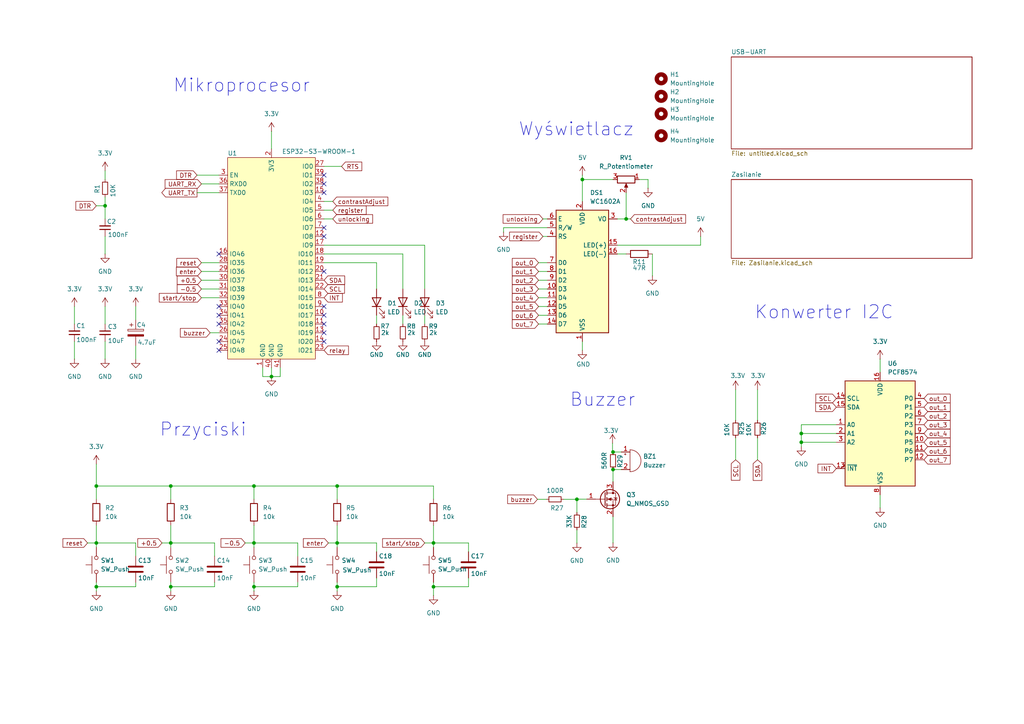
<source format=kicad_sch>
(kicad_sch
	(version 20231120)
	(generator "eeschema")
	(generator_version "8.0")
	(uuid "040b7d3b-2e96-4351-ab43-66f3a28b8f74")
	(paper "A4")
	(lib_symbols
		(symbol "Device:Buzzer"
			(pin_names
				(offset 0.0254) hide)
			(exclude_from_sim no)
			(in_bom yes)
			(on_board yes)
			(property "Reference" "BZ"
				(at 3.81 1.27 0)
				(effects
					(font
						(size 1.27 1.27)
					)
					(justify left)
				)
			)
			(property "Value" "Buzzer"
				(at 3.81 -1.27 0)
				(effects
					(font
						(size 1.27 1.27)
					)
					(justify left)
				)
			)
			(property "Footprint" ""
				(at -0.635 2.54 90)
				(effects
					(font
						(size 1.27 1.27)
					)
					(hide yes)
				)
			)
			(property "Datasheet" "~"
				(at -0.635 2.54 90)
				(effects
					(font
						(size 1.27 1.27)
					)
					(hide yes)
				)
			)
			(property "Description" "Buzzer, polarized"
				(at 0 0 0)
				(effects
					(font
						(size 1.27 1.27)
					)
					(hide yes)
				)
			)
			(property "ki_keywords" "quartz resonator ceramic"
				(at 0 0 0)
				(effects
					(font
						(size 1.27 1.27)
					)
					(hide yes)
				)
			)
			(property "ki_fp_filters" "*Buzzer*"
				(at 0 0 0)
				(effects
					(font
						(size 1.27 1.27)
					)
					(hide yes)
				)
			)
			(symbol "Buzzer_0_1"
				(arc
					(start 0 -3.175)
					(mid 3.1612 0)
					(end 0 3.175)
					(stroke
						(width 0)
						(type default)
					)
					(fill
						(type none)
					)
				)
				(polyline
					(pts
						(xy -1.651 1.905) (xy -1.143 1.905)
					)
					(stroke
						(width 0)
						(type default)
					)
					(fill
						(type none)
					)
				)
				(polyline
					(pts
						(xy -1.397 2.159) (xy -1.397 1.651)
					)
					(stroke
						(width 0)
						(type default)
					)
					(fill
						(type none)
					)
				)
				(polyline
					(pts
						(xy 0 3.175) (xy 0 -3.175)
					)
					(stroke
						(width 0)
						(type default)
					)
					(fill
						(type none)
					)
				)
			)
			(symbol "Buzzer_1_1"
				(pin passive line
					(at -2.54 2.54 0)
					(length 2.54)
					(name "-"
						(effects
							(font
								(size 1.27 1.27)
							)
						)
					)
					(number "1"
						(effects
							(font
								(size 1.27 1.27)
							)
						)
					)
				)
				(pin passive line
					(at -2.54 -2.54 0)
					(length 2.54)
					(name "+"
						(effects
							(font
								(size 1.27 1.27)
							)
						)
					)
					(number "2"
						(effects
							(font
								(size 1.27 1.27)
							)
						)
					)
				)
			)
		)
		(symbol "Device:C"
			(pin_numbers hide)
			(pin_names
				(offset 0.254)
			)
			(exclude_from_sim no)
			(in_bom yes)
			(on_board yes)
			(property "Reference" "C"
				(at 0.635 2.54 0)
				(effects
					(font
						(size 1.27 1.27)
					)
					(justify left)
				)
			)
			(property "Value" "C"
				(at 0.635 -2.54 0)
				(effects
					(font
						(size 1.27 1.27)
					)
					(justify left)
				)
			)
			(property "Footprint" ""
				(at 0.9652 -3.81 0)
				(effects
					(font
						(size 1.27 1.27)
					)
					(hide yes)
				)
			)
			(property "Datasheet" "~"
				(at 0 0 0)
				(effects
					(font
						(size 1.27 1.27)
					)
					(hide yes)
				)
			)
			(property "Description" "Unpolarized capacitor"
				(at 0 0 0)
				(effects
					(font
						(size 1.27 1.27)
					)
					(hide yes)
				)
			)
			(property "ki_keywords" "cap capacitor"
				(at 0 0 0)
				(effects
					(font
						(size 1.27 1.27)
					)
					(hide yes)
				)
			)
			(property "ki_fp_filters" "C_*"
				(at 0 0 0)
				(effects
					(font
						(size 1.27 1.27)
					)
					(hide yes)
				)
			)
			(symbol "C_0_1"
				(polyline
					(pts
						(xy -2.032 -0.762) (xy 2.032 -0.762)
					)
					(stroke
						(width 0.508)
						(type default)
					)
					(fill
						(type none)
					)
				)
				(polyline
					(pts
						(xy -2.032 0.762) (xy 2.032 0.762)
					)
					(stroke
						(width 0.508)
						(type default)
					)
					(fill
						(type none)
					)
				)
			)
			(symbol "C_1_1"
				(pin passive line
					(at 0 3.81 270)
					(length 2.794)
					(name "~"
						(effects
							(font
								(size 1.27 1.27)
							)
						)
					)
					(number "1"
						(effects
							(font
								(size 1.27 1.27)
							)
						)
					)
				)
				(pin passive line
					(at 0 -3.81 90)
					(length 2.794)
					(name "~"
						(effects
							(font
								(size 1.27 1.27)
							)
						)
					)
					(number "2"
						(effects
							(font
								(size 1.27 1.27)
							)
						)
					)
				)
			)
		)
		(symbol "Device:C_Polarized"
			(pin_numbers hide)
			(pin_names
				(offset 0.254)
			)
			(exclude_from_sim no)
			(in_bom yes)
			(on_board yes)
			(property "Reference" "C"
				(at 0.635 2.54 0)
				(effects
					(font
						(size 1.27 1.27)
					)
					(justify left)
				)
			)
			(property "Value" "C_Polarized"
				(at 0.635 -2.54 0)
				(effects
					(font
						(size 1.27 1.27)
					)
					(justify left)
				)
			)
			(property "Footprint" ""
				(at 0.9652 -3.81 0)
				(effects
					(font
						(size 1.27 1.27)
					)
					(hide yes)
				)
			)
			(property "Datasheet" "~"
				(at 0 0 0)
				(effects
					(font
						(size 1.27 1.27)
					)
					(hide yes)
				)
			)
			(property "Description" "Polarized capacitor"
				(at 0 0 0)
				(effects
					(font
						(size 1.27 1.27)
					)
					(hide yes)
				)
			)
			(property "ki_keywords" "cap capacitor"
				(at 0 0 0)
				(effects
					(font
						(size 1.27 1.27)
					)
					(hide yes)
				)
			)
			(property "ki_fp_filters" "CP_*"
				(at 0 0 0)
				(effects
					(font
						(size 1.27 1.27)
					)
					(hide yes)
				)
			)
			(symbol "C_Polarized_0_1"
				(rectangle
					(start -2.286 0.508)
					(end 2.286 1.016)
					(stroke
						(width 0)
						(type default)
					)
					(fill
						(type none)
					)
				)
				(polyline
					(pts
						(xy -1.778 2.286) (xy -0.762 2.286)
					)
					(stroke
						(width 0)
						(type default)
					)
					(fill
						(type none)
					)
				)
				(polyline
					(pts
						(xy -1.27 2.794) (xy -1.27 1.778)
					)
					(stroke
						(width 0)
						(type default)
					)
					(fill
						(type none)
					)
				)
				(rectangle
					(start 2.286 -0.508)
					(end -2.286 -1.016)
					(stroke
						(width 0)
						(type default)
					)
					(fill
						(type outline)
					)
				)
			)
			(symbol "C_Polarized_1_1"
				(pin passive line
					(at 0 3.81 270)
					(length 2.794)
					(name "~"
						(effects
							(font
								(size 1.27 1.27)
							)
						)
					)
					(number "1"
						(effects
							(font
								(size 1.27 1.27)
							)
						)
					)
				)
				(pin passive line
					(at 0 -3.81 90)
					(length 2.794)
					(name "~"
						(effects
							(font
								(size 1.27 1.27)
							)
						)
					)
					(number "2"
						(effects
							(font
								(size 1.27 1.27)
							)
						)
					)
				)
			)
		)
		(symbol "Device:C_Small"
			(pin_numbers hide)
			(pin_names
				(offset 0.254) hide)
			(exclude_from_sim no)
			(in_bom yes)
			(on_board yes)
			(property "Reference" "C"
				(at 0.254 1.778 0)
				(effects
					(font
						(size 1.27 1.27)
					)
					(justify left)
				)
			)
			(property "Value" "C_Small"
				(at 0.254 -2.032 0)
				(effects
					(font
						(size 1.27 1.27)
					)
					(justify left)
				)
			)
			(property "Footprint" ""
				(at 0 0 0)
				(effects
					(font
						(size 1.27 1.27)
					)
					(hide yes)
				)
			)
			(property "Datasheet" "~"
				(at 0 0 0)
				(effects
					(font
						(size 1.27 1.27)
					)
					(hide yes)
				)
			)
			(property "Description" "Unpolarized capacitor, small symbol"
				(at 0 0 0)
				(effects
					(font
						(size 1.27 1.27)
					)
					(hide yes)
				)
			)
			(property "ki_keywords" "capacitor cap"
				(at 0 0 0)
				(effects
					(font
						(size 1.27 1.27)
					)
					(hide yes)
				)
			)
			(property "ki_fp_filters" "C_*"
				(at 0 0 0)
				(effects
					(font
						(size 1.27 1.27)
					)
					(hide yes)
				)
			)
			(symbol "C_Small_0_1"
				(polyline
					(pts
						(xy -1.524 -0.508) (xy 1.524 -0.508)
					)
					(stroke
						(width 0.3302)
						(type default)
					)
					(fill
						(type none)
					)
				)
				(polyline
					(pts
						(xy -1.524 0.508) (xy 1.524 0.508)
					)
					(stroke
						(width 0.3048)
						(type default)
					)
					(fill
						(type none)
					)
				)
			)
			(symbol "C_Small_1_1"
				(pin passive line
					(at 0 2.54 270)
					(length 2.032)
					(name "~"
						(effects
							(font
								(size 1.27 1.27)
							)
						)
					)
					(number "1"
						(effects
							(font
								(size 1.27 1.27)
							)
						)
					)
				)
				(pin passive line
					(at 0 -2.54 90)
					(length 2.032)
					(name "~"
						(effects
							(font
								(size 1.27 1.27)
							)
						)
					)
					(number "2"
						(effects
							(font
								(size 1.27 1.27)
							)
						)
					)
				)
			)
		)
		(symbol "Device:LED"
			(pin_numbers hide)
			(pin_names
				(offset 1.016) hide)
			(exclude_from_sim no)
			(in_bom yes)
			(on_board yes)
			(property "Reference" "D"
				(at 0 2.54 0)
				(effects
					(font
						(size 1.27 1.27)
					)
				)
			)
			(property "Value" "LED"
				(at 0 -2.54 0)
				(effects
					(font
						(size 1.27 1.27)
					)
				)
			)
			(property "Footprint" ""
				(at 0 0 0)
				(effects
					(font
						(size 1.27 1.27)
					)
					(hide yes)
				)
			)
			(property "Datasheet" "~"
				(at 0 0 0)
				(effects
					(font
						(size 1.27 1.27)
					)
					(hide yes)
				)
			)
			(property "Description" "Light emitting diode"
				(at 0 0 0)
				(effects
					(font
						(size 1.27 1.27)
					)
					(hide yes)
				)
			)
			(property "ki_keywords" "LED diode"
				(at 0 0 0)
				(effects
					(font
						(size 1.27 1.27)
					)
					(hide yes)
				)
			)
			(property "ki_fp_filters" "LED* LED_SMD:* LED_THT:*"
				(at 0 0 0)
				(effects
					(font
						(size 1.27 1.27)
					)
					(hide yes)
				)
			)
			(symbol "LED_0_1"
				(polyline
					(pts
						(xy -1.27 -1.27) (xy -1.27 1.27)
					)
					(stroke
						(width 0.254)
						(type default)
					)
					(fill
						(type none)
					)
				)
				(polyline
					(pts
						(xy -1.27 0) (xy 1.27 0)
					)
					(stroke
						(width 0)
						(type default)
					)
					(fill
						(type none)
					)
				)
				(polyline
					(pts
						(xy 1.27 -1.27) (xy 1.27 1.27) (xy -1.27 0) (xy 1.27 -1.27)
					)
					(stroke
						(width 0.254)
						(type default)
					)
					(fill
						(type none)
					)
				)
				(polyline
					(pts
						(xy -3.048 -0.762) (xy -4.572 -2.286) (xy -3.81 -2.286) (xy -4.572 -2.286) (xy -4.572 -1.524)
					)
					(stroke
						(width 0)
						(type default)
					)
					(fill
						(type none)
					)
				)
				(polyline
					(pts
						(xy -1.778 -0.762) (xy -3.302 -2.286) (xy -2.54 -2.286) (xy -3.302 -2.286) (xy -3.302 -1.524)
					)
					(stroke
						(width 0)
						(type default)
					)
					(fill
						(type none)
					)
				)
			)
			(symbol "LED_1_1"
				(pin passive line
					(at -3.81 0 0)
					(length 2.54)
					(name "K"
						(effects
							(font
								(size 1.27 1.27)
							)
						)
					)
					(number "1"
						(effects
							(font
								(size 1.27 1.27)
							)
						)
					)
				)
				(pin passive line
					(at 3.81 0 180)
					(length 2.54)
					(name "A"
						(effects
							(font
								(size 1.27 1.27)
							)
						)
					)
					(number "2"
						(effects
							(font
								(size 1.27 1.27)
							)
						)
					)
				)
			)
		)
		(symbol "Device:Q_NMOS_GSD"
			(pin_names
				(offset 0) hide)
			(exclude_from_sim no)
			(in_bom yes)
			(on_board yes)
			(property "Reference" "Q"
				(at 5.08 1.27 0)
				(effects
					(font
						(size 1.27 1.27)
					)
					(justify left)
				)
			)
			(property "Value" "Q_NMOS_GSD"
				(at 5.08 -1.27 0)
				(effects
					(font
						(size 1.27 1.27)
					)
					(justify left)
				)
			)
			(property "Footprint" ""
				(at 5.08 2.54 0)
				(effects
					(font
						(size 1.27 1.27)
					)
					(hide yes)
				)
			)
			(property "Datasheet" "~"
				(at 0 0 0)
				(effects
					(font
						(size 1.27 1.27)
					)
					(hide yes)
				)
			)
			(property "Description" "N-MOSFET transistor, gate/source/drain"
				(at 0 0 0)
				(effects
					(font
						(size 1.27 1.27)
					)
					(hide yes)
				)
			)
			(property "ki_keywords" "transistor NMOS N-MOS N-MOSFET"
				(at 0 0 0)
				(effects
					(font
						(size 1.27 1.27)
					)
					(hide yes)
				)
			)
			(symbol "Q_NMOS_GSD_0_1"
				(polyline
					(pts
						(xy 0.254 0) (xy -2.54 0)
					)
					(stroke
						(width 0)
						(type default)
					)
					(fill
						(type none)
					)
				)
				(polyline
					(pts
						(xy 0.254 1.905) (xy 0.254 -1.905)
					)
					(stroke
						(width 0.254)
						(type default)
					)
					(fill
						(type none)
					)
				)
				(polyline
					(pts
						(xy 0.762 -1.27) (xy 0.762 -2.286)
					)
					(stroke
						(width 0.254)
						(type default)
					)
					(fill
						(type none)
					)
				)
				(polyline
					(pts
						(xy 0.762 0.508) (xy 0.762 -0.508)
					)
					(stroke
						(width 0.254)
						(type default)
					)
					(fill
						(type none)
					)
				)
				(polyline
					(pts
						(xy 0.762 2.286) (xy 0.762 1.27)
					)
					(stroke
						(width 0.254)
						(type default)
					)
					(fill
						(type none)
					)
				)
				(polyline
					(pts
						(xy 2.54 2.54) (xy 2.54 1.778)
					)
					(stroke
						(width 0)
						(type default)
					)
					(fill
						(type none)
					)
				)
				(polyline
					(pts
						(xy 2.54 -2.54) (xy 2.54 0) (xy 0.762 0)
					)
					(stroke
						(width 0)
						(type default)
					)
					(fill
						(type none)
					)
				)
				(polyline
					(pts
						(xy 0.762 -1.778) (xy 3.302 -1.778) (xy 3.302 1.778) (xy 0.762 1.778)
					)
					(stroke
						(width 0)
						(type default)
					)
					(fill
						(type none)
					)
				)
				(polyline
					(pts
						(xy 1.016 0) (xy 2.032 0.381) (xy 2.032 -0.381) (xy 1.016 0)
					)
					(stroke
						(width 0)
						(type default)
					)
					(fill
						(type outline)
					)
				)
				(polyline
					(pts
						(xy 2.794 0.508) (xy 2.921 0.381) (xy 3.683 0.381) (xy 3.81 0.254)
					)
					(stroke
						(width 0)
						(type default)
					)
					(fill
						(type none)
					)
				)
				(polyline
					(pts
						(xy 3.302 0.381) (xy 2.921 -0.254) (xy 3.683 -0.254) (xy 3.302 0.381)
					)
					(stroke
						(width 0)
						(type default)
					)
					(fill
						(type none)
					)
				)
				(circle
					(center 1.651 0)
					(radius 2.794)
					(stroke
						(width 0.254)
						(type default)
					)
					(fill
						(type none)
					)
				)
				(circle
					(center 2.54 -1.778)
					(radius 0.254)
					(stroke
						(width 0)
						(type default)
					)
					(fill
						(type outline)
					)
				)
				(circle
					(center 2.54 1.778)
					(radius 0.254)
					(stroke
						(width 0)
						(type default)
					)
					(fill
						(type outline)
					)
				)
			)
			(symbol "Q_NMOS_GSD_1_1"
				(pin input line
					(at -5.08 0 0)
					(length 2.54)
					(name "G"
						(effects
							(font
								(size 1.27 1.27)
							)
						)
					)
					(number "1"
						(effects
							(font
								(size 1.27 1.27)
							)
						)
					)
				)
				(pin passive line
					(at 2.54 -5.08 90)
					(length 2.54)
					(name "S"
						(effects
							(font
								(size 1.27 1.27)
							)
						)
					)
					(number "2"
						(effects
							(font
								(size 1.27 1.27)
							)
						)
					)
				)
				(pin passive line
					(at 2.54 5.08 270)
					(length 2.54)
					(name "D"
						(effects
							(font
								(size 1.27 1.27)
							)
						)
					)
					(number "3"
						(effects
							(font
								(size 1.27 1.27)
							)
						)
					)
				)
			)
		)
		(symbol "Device:R_Potentiometer"
			(pin_names
				(offset 1.016) hide)
			(exclude_from_sim no)
			(in_bom yes)
			(on_board yes)
			(property "Reference" "RV"
				(at -4.445 0 90)
				(effects
					(font
						(size 1.27 1.27)
					)
				)
			)
			(property "Value" "R_Potentiometer"
				(at -2.54 0 90)
				(effects
					(font
						(size 1.27 1.27)
					)
				)
			)
			(property "Footprint" ""
				(at 0 0 0)
				(effects
					(font
						(size 1.27 1.27)
					)
					(hide yes)
				)
			)
			(property "Datasheet" "~"
				(at 0 0 0)
				(effects
					(font
						(size 1.27 1.27)
					)
					(hide yes)
				)
			)
			(property "Description" "Potentiometer"
				(at 0 0 0)
				(effects
					(font
						(size 1.27 1.27)
					)
					(hide yes)
				)
			)
			(property "ki_keywords" "resistor variable"
				(at 0 0 0)
				(effects
					(font
						(size 1.27 1.27)
					)
					(hide yes)
				)
			)
			(property "ki_fp_filters" "Potentiometer*"
				(at 0 0 0)
				(effects
					(font
						(size 1.27 1.27)
					)
					(hide yes)
				)
			)
			(symbol "R_Potentiometer_0_1"
				(polyline
					(pts
						(xy 2.54 0) (xy 1.524 0)
					)
					(stroke
						(width 0)
						(type default)
					)
					(fill
						(type none)
					)
				)
				(polyline
					(pts
						(xy 1.143 0) (xy 2.286 0.508) (xy 2.286 -0.508) (xy 1.143 0)
					)
					(stroke
						(width 0)
						(type default)
					)
					(fill
						(type outline)
					)
				)
				(rectangle
					(start 1.016 2.54)
					(end -1.016 -2.54)
					(stroke
						(width 0.254)
						(type default)
					)
					(fill
						(type none)
					)
				)
			)
			(symbol "R_Potentiometer_1_1"
				(pin passive line
					(at 0 3.81 270)
					(length 1.27)
					(name "1"
						(effects
							(font
								(size 1.27 1.27)
							)
						)
					)
					(number "1"
						(effects
							(font
								(size 1.27 1.27)
							)
						)
					)
				)
				(pin passive line
					(at 3.81 0 180)
					(length 1.27)
					(name "2"
						(effects
							(font
								(size 1.27 1.27)
							)
						)
					)
					(number "2"
						(effects
							(font
								(size 1.27 1.27)
							)
						)
					)
				)
				(pin passive line
					(at 0 -3.81 90)
					(length 1.27)
					(name "3"
						(effects
							(font
								(size 1.27 1.27)
							)
						)
					)
					(number "3"
						(effects
							(font
								(size 1.27 1.27)
							)
						)
					)
				)
			)
		)
		(symbol "Display_Character:WC1602A"
			(exclude_from_sim no)
			(in_bom yes)
			(on_board yes)
			(property "Reference" "DS"
				(at -5.842 19.05 0)
				(effects
					(font
						(size 1.27 1.27)
					)
				)
			)
			(property "Value" "WC1602A"
				(at 5.334 19.05 0)
				(effects
					(font
						(size 1.27 1.27)
					)
				)
			)
			(property "Footprint" "Display:WC1602A"
				(at 0 -22.86 0)
				(effects
					(font
						(size 1.27 1.27)
						(italic yes)
					)
					(hide yes)
				)
			)
			(property "Datasheet" "http://www.wincomlcd.com/pdf/WC1602A-SFYLYHTC06.pdf"
				(at 17.78 0 0)
				(effects
					(font
						(size 1.27 1.27)
					)
					(hide yes)
				)
			)
			(property "Description" "LCD 16x2 Alphanumeric , 8 bit parallel bus, 5V VDD"
				(at 0 0 0)
				(effects
					(font
						(size 1.27 1.27)
					)
					(hide yes)
				)
			)
			(property "ki_keywords" "display LCD dot-matrix"
				(at 0 0 0)
				(effects
					(font
						(size 1.27 1.27)
					)
					(hide yes)
				)
			)
			(property "ki_fp_filters" "*WC*1602A*"
				(at 0 0 0)
				(effects
					(font
						(size 1.27 1.27)
					)
					(hide yes)
				)
			)
			(symbol "WC1602A_1_1"
				(rectangle
					(start -7.62 17.78)
					(end 7.62 -17.78)
					(stroke
						(width 0.254)
						(type default)
					)
					(fill
						(type background)
					)
				)
				(pin power_in line
					(at 0 -20.32 90)
					(length 2.54)
					(name "VSS"
						(effects
							(font
								(size 1.27 1.27)
							)
						)
					)
					(number "1"
						(effects
							(font
								(size 1.27 1.27)
							)
						)
					)
				)
				(pin input line
					(at -10.16 -5.08 0)
					(length 2.54)
					(name "D3"
						(effects
							(font
								(size 1.27 1.27)
							)
						)
					)
					(number "10"
						(effects
							(font
								(size 1.27 1.27)
							)
						)
					)
				)
				(pin input line
					(at -10.16 -7.62 0)
					(length 2.54)
					(name "D4"
						(effects
							(font
								(size 1.27 1.27)
							)
						)
					)
					(number "11"
						(effects
							(font
								(size 1.27 1.27)
							)
						)
					)
				)
				(pin input line
					(at -10.16 -10.16 0)
					(length 2.54)
					(name "D5"
						(effects
							(font
								(size 1.27 1.27)
							)
						)
					)
					(number "12"
						(effects
							(font
								(size 1.27 1.27)
							)
						)
					)
				)
				(pin input line
					(at -10.16 -12.7 0)
					(length 2.54)
					(name "D6"
						(effects
							(font
								(size 1.27 1.27)
							)
						)
					)
					(number "13"
						(effects
							(font
								(size 1.27 1.27)
							)
						)
					)
				)
				(pin input line
					(at -10.16 -15.24 0)
					(length 2.54)
					(name "D7"
						(effects
							(font
								(size 1.27 1.27)
							)
						)
					)
					(number "14"
						(effects
							(font
								(size 1.27 1.27)
							)
						)
					)
				)
				(pin power_in line
					(at 10.16 7.62 180)
					(length 2.54)
					(name "LED(+)"
						(effects
							(font
								(size 1.27 1.27)
							)
						)
					)
					(number "15"
						(effects
							(font
								(size 1.27 1.27)
							)
						)
					)
				)
				(pin power_in line
					(at 10.16 5.08 180)
					(length 2.54)
					(name "LED(-)"
						(effects
							(font
								(size 1.27 1.27)
							)
						)
					)
					(number "16"
						(effects
							(font
								(size 1.27 1.27)
							)
						)
					)
				)
				(pin power_in line
					(at 0 20.32 270)
					(length 2.54)
					(name "VDD"
						(effects
							(font
								(size 1.27 1.27)
							)
						)
					)
					(number "2"
						(effects
							(font
								(size 1.27 1.27)
							)
						)
					)
				)
				(pin input line
					(at 10.16 15.24 180)
					(length 2.54)
					(name "VO"
						(effects
							(font
								(size 1.27 1.27)
							)
						)
					)
					(number "3"
						(effects
							(font
								(size 1.27 1.27)
							)
						)
					)
				)
				(pin input line
					(at -10.16 10.16 0)
					(length 2.54)
					(name "RS"
						(effects
							(font
								(size 1.27 1.27)
							)
						)
					)
					(number "4"
						(effects
							(font
								(size 1.27 1.27)
							)
						)
					)
				)
				(pin input line
					(at -10.16 12.7 0)
					(length 2.54)
					(name "R/W"
						(effects
							(font
								(size 1.27 1.27)
							)
						)
					)
					(number "5"
						(effects
							(font
								(size 1.27 1.27)
							)
						)
					)
				)
				(pin input line
					(at -10.16 15.24 0)
					(length 2.54)
					(name "E"
						(effects
							(font
								(size 1.27 1.27)
							)
						)
					)
					(number "6"
						(effects
							(font
								(size 1.27 1.27)
							)
						)
					)
				)
				(pin input line
					(at -10.16 2.54 0)
					(length 2.54)
					(name "D0"
						(effects
							(font
								(size 1.27 1.27)
							)
						)
					)
					(number "7"
						(effects
							(font
								(size 1.27 1.27)
							)
						)
					)
				)
				(pin input line
					(at -10.16 0 0)
					(length 2.54)
					(name "D1"
						(effects
							(font
								(size 1.27 1.27)
							)
						)
					)
					(number "8"
						(effects
							(font
								(size 1.27 1.27)
							)
						)
					)
				)
				(pin input line
					(at -10.16 -2.54 0)
					(length 2.54)
					(name "D2"
						(effects
							(font
								(size 1.27 1.27)
							)
						)
					)
					(number "9"
						(effects
							(font
								(size 1.27 1.27)
							)
						)
					)
				)
			)
		)
		(symbol "Interface_Expansion:PCF8574"
			(exclude_from_sim no)
			(in_bom yes)
			(on_board yes)
			(property "Reference" "U"
				(at -8.89 16.51 0)
				(effects
					(font
						(size 1.27 1.27)
					)
					(justify left)
				)
			)
			(property "Value" "PCF8574"
				(at 2.54 16.51 0)
				(effects
					(font
						(size 1.27 1.27)
					)
					(justify left)
				)
			)
			(property "Footprint" ""
				(at 0 0 0)
				(effects
					(font
						(size 1.27 1.27)
					)
					(hide yes)
				)
			)
			(property "Datasheet" "http://www.nxp.com/docs/en/data-sheet/PCF8574_PCF8574A.pdf"
				(at 0 0 0)
				(effects
					(font
						(size 1.27 1.27)
					)
					(hide yes)
				)
			)
			(property "Description" "8 Bit Port/Expander to I2C Bus, DIP/SOIC-16"
				(at 0 0 0)
				(effects
					(font
						(size 1.27 1.27)
					)
					(hide yes)
				)
			)
			(property "ki_keywords" "I2C Expander"
				(at 0 0 0)
				(effects
					(font
						(size 1.27 1.27)
					)
					(hide yes)
				)
			)
			(property "ki_fp_filters" "DIP*W7.62mm* SOIC*7.5x10.3mm*P1.27mm*"
				(at 0 0 0)
				(effects
					(font
						(size 1.27 1.27)
					)
					(hide yes)
				)
			)
			(symbol "PCF8574_0_1"
				(rectangle
					(start -10.16 15.24)
					(end 10.16 -15.24)
					(stroke
						(width 0.254)
						(type default)
					)
					(fill
						(type background)
					)
				)
			)
			(symbol "PCF8574_1_1"
				(pin input line
					(at -12.7 2.54 0)
					(length 2.54)
					(name "A0"
						(effects
							(font
								(size 1.27 1.27)
							)
						)
					)
					(number "1"
						(effects
							(font
								(size 1.27 1.27)
							)
						)
					)
				)
				(pin bidirectional line
					(at 12.7 -2.54 180)
					(length 2.54)
					(name "P5"
						(effects
							(font
								(size 1.27 1.27)
							)
						)
					)
					(number "10"
						(effects
							(font
								(size 1.27 1.27)
							)
						)
					)
				)
				(pin bidirectional line
					(at 12.7 -5.08 180)
					(length 2.54)
					(name "P6"
						(effects
							(font
								(size 1.27 1.27)
							)
						)
					)
					(number "11"
						(effects
							(font
								(size 1.27 1.27)
							)
						)
					)
				)
				(pin bidirectional line
					(at 12.7 -7.62 180)
					(length 2.54)
					(name "P7"
						(effects
							(font
								(size 1.27 1.27)
							)
						)
					)
					(number "12"
						(effects
							(font
								(size 1.27 1.27)
							)
						)
					)
				)
				(pin open_collector output_low
					(at -12.7 -10.16 0)
					(length 2.54)
					(name "~{INT}"
						(effects
							(font
								(size 1.27 1.27)
							)
						)
					)
					(number "13"
						(effects
							(font
								(size 1.27 1.27)
							)
						)
					)
				)
				(pin input line
					(at -12.7 10.16 0)
					(length 2.54)
					(name "SCL"
						(effects
							(font
								(size 1.27 1.27)
							)
						)
					)
					(number "14"
						(effects
							(font
								(size 1.27 1.27)
							)
						)
					)
				)
				(pin bidirectional line
					(at -12.7 7.62 0)
					(length 2.54)
					(name "SDA"
						(effects
							(font
								(size 1.27 1.27)
							)
						)
					)
					(number "15"
						(effects
							(font
								(size 1.27 1.27)
							)
						)
					)
				)
				(pin power_in line
					(at 0 17.78 270)
					(length 2.54)
					(name "VDD"
						(effects
							(font
								(size 1.27 1.27)
							)
						)
					)
					(number "16"
						(effects
							(font
								(size 1.27 1.27)
							)
						)
					)
				)
				(pin input line
					(at -12.7 0 0)
					(length 2.54)
					(name "A1"
						(effects
							(font
								(size 1.27 1.27)
							)
						)
					)
					(number "2"
						(effects
							(font
								(size 1.27 1.27)
							)
						)
					)
				)
				(pin input line
					(at -12.7 -2.54 0)
					(length 2.54)
					(name "A2"
						(effects
							(font
								(size 1.27 1.27)
							)
						)
					)
					(number "3"
						(effects
							(font
								(size 1.27 1.27)
							)
						)
					)
				)
				(pin bidirectional line
					(at 12.7 10.16 180)
					(length 2.54)
					(name "P0"
						(effects
							(font
								(size 1.27 1.27)
							)
						)
					)
					(number "4"
						(effects
							(font
								(size 1.27 1.27)
							)
						)
					)
				)
				(pin bidirectional line
					(at 12.7 7.62 180)
					(length 2.54)
					(name "P1"
						(effects
							(font
								(size 1.27 1.27)
							)
						)
					)
					(number "5"
						(effects
							(font
								(size 1.27 1.27)
							)
						)
					)
				)
				(pin bidirectional line
					(at 12.7 5.08 180)
					(length 2.54)
					(name "P2"
						(effects
							(font
								(size 1.27 1.27)
							)
						)
					)
					(number "6"
						(effects
							(font
								(size 1.27 1.27)
							)
						)
					)
				)
				(pin bidirectional line
					(at 12.7 2.54 180)
					(length 2.54)
					(name "P3"
						(effects
							(font
								(size 1.27 1.27)
							)
						)
					)
					(number "7"
						(effects
							(font
								(size 1.27 1.27)
							)
						)
					)
				)
				(pin power_in line
					(at 0 -17.78 90)
					(length 2.54)
					(name "VSS"
						(effects
							(font
								(size 1.27 1.27)
							)
						)
					)
					(number "8"
						(effects
							(font
								(size 1.27 1.27)
							)
						)
					)
				)
				(pin bidirectional line
					(at 12.7 0 180)
					(length 2.54)
					(name "P4"
						(effects
							(font
								(size 1.27 1.27)
							)
						)
					)
					(number "9"
						(effects
							(font
								(size 1.27 1.27)
							)
						)
					)
				)
			)
		)
		(symbol "Mechanical:MountingHole"
			(pin_names
				(offset 1.016)
			)
			(exclude_from_sim yes)
			(in_bom no)
			(on_board yes)
			(property "Reference" "H"
				(at 0 5.08 0)
				(effects
					(font
						(size 1.27 1.27)
					)
				)
			)
			(property "Value" "MountingHole"
				(at 0 3.175 0)
				(effects
					(font
						(size 1.27 1.27)
					)
				)
			)
			(property "Footprint" ""
				(at 0 0 0)
				(effects
					(font
						(size 1.27 1.27)
					)
					(hide yes)
				)
			)
			(property "Datasheet" "~"
				(at 0 0 0)
				(effects
					(font
						(size 1.27 1.27)
					)
					(hide yes)
				)
			)
			(property "Description" "Mounting Hole without connection"
				(at 0 0 0)
				(effects
					(font
						(size 1.27 1.27)
					)
					(hide yes)
				)
			)
			(property "ki_keywords" "mounting hole"
				(at 0 0 0)
				(effects
					(font
						(size 1.27 1.27)
					)
					(hide yes)
				)
			)
			(property "ki_fp_filters" "MountingHole*"
				(at 0 0 0)
				(effects
					(font
						(size 1.27 1.27)
					)
					(hide yes)
				)
			)
			(symbol "MountingHole_0_1"
				(circle
					(center 0 0)
					(radius 1.27)
					(stroke
						(width 1.27)
						(type default)
					)
					(fill
						(type none)
					)
				)
			)
		)
		(symbol "PUTRocketLab_IC:ESP32-S3-WROOM-1"
			(exclude_from_sim no)
			(in_bom yes)
			(on_board yes)
			(property "Reference" "U"
				(at -11.43 30.48 0)
				(effects
					(font
						(size 1.27 1.27)
					)
				)
			)
			(property "Value" "ESP32-S3-WROOM-1"
				(at 0 -1.27 90)
				(effects
					(font
						(size 1.27 1.27)
					)
				)
			)
			(property "Footprint" "PUTRocketLab_IC:ESP32-S3-WROOM-1"
				(at 0 -48.26 0)
				(effects
					(font
						(size 1.27 1.27)
					)
					(hide yes)
				)
			)
			(property "Datasheet" "https://www.espressif.com/sites/default/files/documentation/esp32-s3-wroom-1_wroom-1u_datasheet_en.pdf"
				(at 0 -45.72 0)
				(effects
					(font
						(size 1.27 1.27)
					)
					(hide yes)
				)
			)
			(property "Description" ""
				(at 0 0 0)
				(effects
					(font
						(size 1.27 1.27)
					)
					(hide yes)
				)
			)
			(property "ki_keywords" "ESP, ESP32, WROOM"
				(at 0 0 0)
				(effects
					(font
						(size 1.27 1.27)
					)
					(hide yes)
				)
			)
			(symbol "ESP32-S3-WROOM-1_0_1"
				(rectangle
					(start -12.7 29.21)
					(end 12.7 -29.21)
					(stroke
						(width 0)
						(type default)
					)
					(fill
						(type background)
					)
				)
			)
			(symbol "ESP32-S3-WROOM-1_1_1"
				(pin power_in line
					(at -2.54 -31.75 90)
					(length 2.54)
					(name "GND"
						(effects
							(font
								(size 1.27 1.27)
							)
						)
					)
					(number "1"
						(effects
							(font
								(size 1.27 1.27)
							)
						)
					)
				)
				(pin bidirectional line
					(at 15.24 -16.51 180)
					(length 2.54)
					(name "IO17"
						(effects
							(font
								(size 1.27 1.27)
							)
						)
					)
					(number "10"
						(effects
							(font
								(size 1.27 1.27)
							)
						)
					)
				)
				(pin bidirectional line
					(at 15.24 -19.05 180)
					(length 2.54)
					(name "IO18"
						(effects
							(font
								(size 1.27 1.27)
							)
						)
					)
					(number "11"
						(effects
							(font
								(size 1.27 1.27)
							)
						)
					)
				)
				(pin bidirectional line
					(at 15.24 6.35 180)
					(length 2.54)
					(name "IO8"
						(effects
							(font
								(size 1.27 1.27)
							)
						)
					)
					(number "12"
						(effects
							(font
								(size 1.27 1.27)
							)
						)
					)
				)
				(pin bidirectional line
					(at 15.24 -21.59 180)
					(length 2.54)
					(name "IO19"
						(effects
							(font
								(size 1.27 1.27)
							)
						)
					)
					(number "13"
						(effects
							(font
								(size 1.27 1.27)
							)
						)
					)
				)
				(pin bidirectional line
					(at 15.24 -24.13 180)
					(length 2.54)
					(name "IO20"
						(effects
							(font
								(size 1.27 1.27)
							)
						)
					)
					(number "14"
						(effects
							(font
								(size 1.27 1.27)
							)
						)
					)
				)
				(pin tri_state line
					(at 15.24 19.05 180)
					(length 2.54)
					(name "IO3"
						(effects
							(font
								(size 1.27 1.27)
							)
						)
					)
					(number "15"
						(effects
							(font
								(size 1.27 1.27)
							)
						)
					)
				)
				(pin tri_state line
					(at -15.24 1.27 0)
					(length 2.54)
					(name "IO46"
						(effects
							(font
								(size 1.27 1.27)
							)
						)
					)
					(number "16"
						(effects
							(font
								(size 1.27 1.27)
							)
						)
					)
				)
				(pin bidirectional line
					(at 15.24 3.81 180)
					(length 2.54)
					(name "IO9"
						(effects
							(font
								(size 1.27 1.27)
							)
						)
					)
					(number "17"
						(effects
							(font
								(size 1.27 1.27)
							)
						)
					)
				)
				(pin bidirectional line
					(at 15.24 1.27 180)
					(length 2.54)
					(name "IO10"
						(effects
							(font
								(size 1.27 1.27)
							)
						)
					)
					(number "18"
						(effects
							(font
								(size 1.27 1.27)
							)
						)
					)
				)
				(pin bidirectional line
					(at 15.24 -1.27 180)
					(length 2.54)
					(name "IO11"
						(effects
							(font
								(size 1.27 1.27)
							)
						)
					)
					(number "19"
						(effects
							(font
								(size 1.27 1.27)
							)
						)
					)
				)
				(pin power_in line
					(at 0 31.75 270)
					(length 2.54)
					(name "3V3"
						(effects
							(font
								(size 1.27 1.27)
							)
						)
					)
					(number "2"
						(effects
							(font
								(size 1.27 1.27)
							)
						)
					)
				)
				(pin bidirectional line
					(at 15.24 -3.81 180)
					(length 2.54)
					(name "IO12"
						(effects
							(font
								(size 1.27 1.27)
							)
						)
					)
					(number "20"
						(effects
							(font
								(size 1.27 1.27)
							)
						)
					)
				)
				(pin bidirectional line
					(at 15.24 -6.35 180)
					(length 2.54)
					(name "IO13"
						(effects
							(font
								(size 1.27 1.27)
							)
						)
					)
					(number "21"
						(effects
							(font
								(size 1.27 1.27)
							)
						)
					)
				)
				(pin bidirectional line
					(at 15.24 -8.89 180)
					(length 2.54)
					(name "IO14"
						(effects
							(font
								(size 1.27 1.27)
							)
						)
					)
					(number "22"
						(effects
							(font
								(size 1.27 1.27)
							)
						)
					)
				)
				(pin bidirectional line
					(at 15.24 -26.67 180)
					(length 2.54)
					(name "IO21"
						(effects
							(font
								(size 1.27 1.27)
							)
						)
					)
					(number "23"
						(effects
							(font
								(size 1.27 1.27)
							)
						)
					)
				)
				(pin bidirectional line
					(at -15.24 -24.13 0)
					(length 2.54)
					(name "IO47"
						(effects
							(font
								(size 1.27 1.27)
							)
						)
					)
					(number "24"
						(effects
							(font
								(size 1.27 1.27)
							)
						)
					)
				)
				(pin bidirectional line
					(at -15.24 -26.67 0)
					(length 2.54)
					(name "IO48"
						(effects
							(font
								(size 1.27 1.27)
							)
						)
					)
					(number "25"
						(effects
							(font
								(size 1.27 1.27)
							)
						)
					)
				)
				(pin tri_state line
					(at -15.24 -21.59 0)
					(length 2.54)
					(name "IO45"
						(effects
							(font
								(size 1.27 1.27)
							)
						)
					)
					(number "26"
						(effects
							(font
								(size 1.27 1.27)
							)
						)
					)
				)
				(pin tri_state line
					(at 15.24 26.67 180)
					(length 2.54)
					(name "IO0"
						(effects
							(font
								(size 1.27 1.27)
							)
						)
					)
					(number "27"
						(effects
							(font
								(size 1.27 1.27)
							)
						)
					)
				)
				(pin bidirectional line
					(at -15.24 -1.27 0)
					(length 2.54)
					(name "IO35"
						(effects
							(font
								(size 1.27 1.27)
							)
						)
					)
					(number "28"
						(effects
							(font
								(size 1.27 1.27)
							)
						)
					)
				)
				(pin bidirectional line
					(at -15.24 -3.81 0)
					(length 2.54)
					(name "IO36"
						(effects
							(font
								(size 1.27 1.27)
							)
						)
					)
					(number "29"
						(effects
							(font
								(size 1.27 1.27)
							)
						)
					)
				)
				(pin input line
					(at -15.24 24.13 0)
					(length 2.54)
					(name "EN"
						(effects
							(font
								(size 1.27 1.27)
							)
						)
					)
					(number "3"
						(effects
							(font
								(size 1.27 1.27)
							)
						)
					)
				)
				(pin bidirectional line
					(at -15.24 -6.35 0)
					(length 2.54)
					(name "IO37"
						(effects
							(font
								(size 1.27 1.27)
							)
						)
					)
					(number "30"
						(effects
							(font
								(size 1.27 1.27)
							)
						)
					)
				)
				(pin bidirectional line
					(at -15.24 -8.89 0)
					(length 2.54)
					(name "IO38"
						(effects
							(font
								(size 1.27 1.27)
							)
						)
					)
					(number "31"
						(effects
							(font
								(size 1.27 1.27)
							)
						)
					)
				)
				(pin bidirectional line
					(at -15.24 -11.43 0)
					(length 2.54)
					(name "IO39"
						(effects
							(font
								(size 1.27 1.27)
							)
						)
					)
					(number "32"
						(effects
							(font
								(size 1.27 1.27)
							)
						)
					)
				)
				(pin bidirectional line
					(at -15.24 -13.97 0)
					(length 2.54)
					(name "IO40"
						(effects
							(font
								(size 1.27 1.27)
							)
						)
					)
					(number "33"
						(effects
							(font
								(size 1.27 1.27)
							)
						)
					)
				)
				(pin bidirectional line
					(at -15.24 -16.51 0)
					(length 2.54)
					(name "IO41"
						(effects
							(font
								(size 1.27 1.27)
							)
						)
					)
					(number "34"
						(effects
							(font
								(size 1.27 1.27)
							)
						)
					)
				)
				(pin bidirectional line
					(at -15.24 -19.05 0)
					(length 2.54)
					(name "IO42"
						(effects
							(font
								(size 1.27 1.27)
							)
						)
					)
					(number "35"
						(effects
							(font
								(size 1.27 1.27)
							)
						)
					)
				)
				(pin input line
					(at -15.24 21.59 0)
					(length 2.54)
					(name "RXD0"
						(effects
							(font
								(size 1.27 1.27)
							)
						)
					)
					(number "36"
						(effects
							(font
								(size 1.27 1.27)
							)
						)
					)
				)
				(pin output line
					(at -15.24 19.05 0)
					(length 2.54)
					(name "TXD0"
						(effects
							(font
								(size 1.27 1.27)
							)
						)
					)
					(number "37"
						(effects
							(font
								(size 1.27 1.27)
							)
						)
					)
				)
				(pin bidirectional line
					(at 15.24 21.59 180)
					(length 2.54)
					(name "IO2"
						(effects
							(font
								(size 1.27 1.27)
							)
						)
					)
					(number "38"
						(effects
							(font
								(size 1.27 1.27)
							)
						)
					)
				)
				(pin bidirectional line
					(at 15.24 24.13 180)
					(length 2.54)
					(name "IO1"
						(effects
							(font
								(size 1.27 1.27)
							)
						)
					)
					(number "39"
						(effects
							(font
								(size 1.27 1.27)
							)
						)
					)
				)
				(pin bidirectional line
					(at 15.24 16.51 180)
					(length 2.54)
					(name "IO4"
						(effects
							(font
								(size 1.27 1.27)
							)
						)
					)
					(number "4"
						(effects
							(font
								(size 1.27 1.27)
							)
						)
					)
				)
				(pin power_in line
					(at 0 -31.75 90)
					(length 2.54)
					(name "GND"
						(effects
							(font
								(size 1.27 1.27)
							)
						)
					)
					(number "40"
						(effects
							(font
								(size 1.27 1.27)
							)
						)
					)
				)
				(pin power_in line
					(at 2.54 -31.75 90)
					(length 2.54)
					(name "GND"
						(effects
							(font
								(size 1.27 1.27)
							)
						)
					)
					(number "41"
						(effects
							(font
								(size 1.27 1.27)
							)
						)
					)
				)
				(pin bidirectional line
					(at 15.24 13.97 180)
					(length 2.54)
					(name "IO5"
						(effects
							(font
								(size 1.27 1.27)
							)
						)
					)
					(number "5"
						(effects
							(font
								(size 1.27 1.27)
							)
						)
					)
				)
				(pin bidirectional line
					(at 15.24 11.43 180)
					(length 2.54)
					(name "IO6"
						(effects
							(font
								(size 1.27 1.27)
							)
						)
					)
					(number "6"
						(effects
							(font
								(size 1.27 1.27)
							)
						)
					)
				)
				(pin bidirectional line
					(at 15.24 8.89 180)
					(length 2.54)
					(name "IO7"
						(effects
							(font
								(size 1.27 1.27)
							)
						)
					)
					(number "7"
						(effects
							(font
								(size 1.27 1.27)
							)
						)
					)
				)
				(pin bidirectional line
					(at 15.24 -11.43 180)
					(length 2.54)
					(name "IO15"
						(effects
							(font
								(size 1.27 1.27)
							)
						)
					)
					(number "8"
						(effects
							(font
								(size 1.27 1.27)
							)
						)
					)
				)
				(pin bidirectional line
					(at 15.24 -13.97 180)
					(length 2.54)
					(name "IO16"
						(effects
							(font
								(size 1.27 1.27)
							)
						)
					)
					(number "9"
						(effects
							(font
								(size 1.27 1.27)
							)
						)
					)
				)
			)
		)
		(symbol "PutRocketLab_RCL:R_Small"
			(pin_numbers hide)
			(pin_names
				(offset 0.254) hide)
			(exclude_from_sim no)
			(in_bom yes)
			(on_board yes)
			(property "Reference" "R"
				(at 0.762 0.508 0)
				(effects
					(font
						(size 1.27 1.27)
					)
					(justify left)
				)
			)
			(property "Value" "R_Small"
				(at 0.762 -1.016 0)
				(effects
					(font
						(size 1.27 1.27)
					)
					(justify left)
				)
			)
			(property "Footprint" ""
				(at 0 0 0)
				(effects
					(font
						(size 1.27 1.27)
					)
					(hide yes)
				)
			)
			(property "Datasheet" "~"
				(at 0 0 0)
				(effects
					(font
						(size 1.27 1.27)
					)
					(hide yes)
				)
			)
			(property "Description" "Resistor, small symbol"
				(at 0 0 0)
				(effects
					(font
						(size 1.27 1.27)
					)
					(hide yes)
				)
			)
			(property "ki_keywords" "R resistor"
				(at 0 0 0)
				(effects
					(font
						(size 1.27 1.27)
					)
					(hide yes)
				)
			)
			(property "ki_fp_filters" "R_*"
				(at 0 0 0)
				(effects
					(font
						(size 1.27 1.27)
					)
					(hide yes)
				)
			)
			(symbol "R_Small_0_1"
				(rectangle
					(start -0.762 1.778)
					(end 0.762 -1.778)
					(stroke
						(width 0.2032)
						(type default)
					)
					(fill
						(type none)
					)
				)
			)
			(symbol "R_Small_1_1"
				(pin passive line
					(at 0 2.54 270)
					(length 0.762)
					(name "~"
						(effects
							(font
								(size 1.27 1.27)
							)
						)
					)
					(number "1"
						(effects
							(font
								(size 1.27 1.27)
							)
						)
					)
				)
				(pin passive line
					(at 0 -2.54 90)
					(length 0.762)
					(name "~"
						(effects
							(font
								(size 1.27 1.27)
							)
						)
					)
					(number "2"
						(effects
							(font
								(size 1.27 1.27)
							)
						)
					)
				)
			)
		)
		(symbol "PutRocketLab_RCL:Resistor"
			(pin_numbers hide)
			(pin_names
				(offset 0)
			)
			(exclude_from_sim no)
			(in_bom yes)
			(on_board yes)
			(property "Reference" "R"
				(at 2.032 0 90)
				(effects
					(font
						(size 1.27 1.27)
					)
				)
			)
			(property "Value" "Resistor"
				(at 0 0 90)
				(effects
					(font
						(size 1.27 1.27)
					)
				)
			)
			(property "Footprint" ""
				(at -1.778 0 90)
				(effects
					(font
						(size 1.27 1.27)
					)
					(hide yes)
				)
			)
			(property "Datasheet" "~"
				(at 0 0 0)
				(effects
					(font
						(size 1.27 1.27)
					)
					(hide yes)
				)
			)
			(property "Description" "Resistor"
				(at 0 0 0)
				(effects
					(font
						(size 1.27 1.27)
					)
					(hide yes)
				)
			)
			(property "ki_keywords" "R res resistor"
				(at 0 0 0)
				(effects
					(font
						(size 1.27 1.27)
					)
					(hide yes)
				)
			)
			(property "ki_fp_filters" "R_*"
				(at 0 0 0)
				(effects
					(font
						(size 1.27 1.27)
					)
					(hide yes)
				)
			)
			(symbol "Resistor_0_1"
				(rectangle
					(start -1.016 -2.54)
					(end 1.016 2.54)
					(stroke
						(width 0.254)
						(type default)
					)
					(fill
						(type none)
					)
				)
			)
			(symbol "Resistor_1_1"
				(pin passive line
					(at 0 3.81 270)
					(length 1.27)
					(name "~"
						(effects
							(font
								(size 1.27 1.27)
							)
						)
					)
					(number "1"
						(effects
							(font
								(size 1.27 1.27)
							)
						)
					)
				)
				(pin passive line
					(at 0 -3.81 90)
					(length 1.27)
					(name "~"
						(effects
							(font
								(size 1.27 1.27)
							)
						)
					)
					(number "2"
						(effects
							(font
								(size 1.27 1.27)
							)
						)
					)
				)
			)
		)
		(symbol "Switch:SW_Push"
			(pin_numbers hide)
			(pin_names
				(offset 1.016) hide)
			(exclude_from_sim no)
			(in_bom yes)
			(on_board yes)
			(property "Reference" "SW"
				(at 1.27 2.54 0)
				(effects
					(font
						(size 1.27 1.27)
					)
					(justify left)
				)
			)
			(property "Value" "SW_Push"
				(at 0 -1.524 0)
				(effects
					(font
						(size 1.27 1.27)
					)
				)
			)
			(property "Footprint" ""
				(at 0 5.08 0)
				(effects
					(font
						(size 1.27 1.27)
					)
					(hide yes)
				)
			)
			(property "Datasheet" "~"
				(at 0 5.08 0)
				(effects
					(font
						(size 1.27 1.27)
					)
					(hide yes)
				)
			)
			(property "Description" "Push button switch, generic, two pins"
				(at 0 0 0)
				(effects
					(font
						(size 1.27 1.27)
					)
					(hide yes)
				)
			)
			(property "ki_keywords" "switch normally-open pushbutton push-button"
				(at 0 0 0)
				(effects
					(font
						(size 1.27 1.27)
					)
					(hide yes)
				)
			)
			(symbol "SW_Push_0_1"
				(circle
					(center -2.032 0)
					(radius 0.508)
					(stroke
						(width 0)
						(type default)
					)
					(fill
						(type none)
					)
				)
				(polyline
					(pts
						(xy 0 1.27) (xy 0 3.048)
					)
					(stroke
						(width 0)
						(type default)
					)
					(fill
						(type none)
					)
				)
				(polyline
					(pts
						(xy 2.54 1.27) (xy -2.54 1.27)
					)
					(stroke
						(width 0)
						(type default)
					)
					(fill
						(type none)
					)
				)
				(circle
					(center 2.032 0)
					(radius 0.508)
					(stroke
						(width 0)
						(type default)
					)
					(fill
						(type none)
					)
				)
				(pin passive line
					(at -5.08 0 0)
					(length 2.54)
					(name "1"
						(effects
							(font
								(size 1.27 1.27)
							)
						)
					)
					(number "1"
						(effects
							(font
								(size 1.27 1.27)
							)
						)
					)
				)
				(pin passive line
					(at 5.08 0 180)
					(length 2.54)
					(name "2"
						(effects
							(font
								(size 1.27 1.27)
							)
						)
					)
					(number "2"
						(effects
							(font
								(size 1.27 1.27)
							)
						)
					)
				)
			)
		)
		(symbol "power:+3V3"
			(power)
			(pin_names
				(offset 0)
			)
			(exclude_from_sim no)
			(in_bom yes)
			(on_board yes)
			(property "Reference" "#PWR"
				(at 0 -3.81 0)
				(effects
					(font
						(size 1.27 1.27)
					)
					(hide yes)
				)
			)
			(property "Value" "+3V3"
				(at 0 3.556 0)
				(effects
					(font
						(size 1.27 1.27)
					)
				)
			)
			(property "Footprint" ""
				(at 0 0 0)
				(effects
					(font
						(size 1.27 1.27)
					)
					(hide yes)
				)
			)
			(property "Datasheet" ""
				(at 0 0 0)
				(effects
					(font
						(size 1.27 1.27)
					)
					(hide yes)
				)
			)
			(property "Description" "Power symbol creates a global label with name \"+3V3\""
				(at 0 0 0)
				(effects
					(font
						(size 1.27 1.27)
					)
					(hide yes)
				)
			)
			(property "ki_keywords" "power-flag"
				(at 0 0 0)
				(effects
					(font
						(size 1.27 1.27)
					)
					(hide yes)
				)
			)
			(symbol "+3V3_0_1"
				(polyline
					(pts
						(xy -0.762 1.27) (xy 0 2.54)
					)
					(stroke
						(width 0)
						(type default)
					)
					(fill
						(type none)
					)
				)
				(polyline
					(pts
						(xy 0 0) (xy 0 2.54)
					)
					(stroke
						(width 0)
						(type default)
					)
					(fill
						(type none)
					)
				)
				(polyline
					(pts
						(xy 0 2.54) (xy 0.762 1.27)
					)
					(stroke
						(width 0)
						(type default)
					)
					(fill
						(type none)
					)
				)
			)
			(symbol "+3V3_1_1"
				(pin power_in line
					(at 0 0 90)
					(length 0) hide
					(name "+3V3"
						(effects
							(font
								(size 1.27 1.27)
							)
						)
					)
					(number "1"
						(effects
							(font
								(size 1.27 1.27)
							)
						)
					)
				)
			)
		)
		(symbol "power:GND"
			(power)
			(pin_numbers hide)
			(pin_names
				(offset 0) hide)
			(exclude_from_sim no)
			(in_bom yes)
			(on_board yes)
			(property "Reference" "#PWR"
				(at 0 -6.35 0)
				(effects
					(font
						(size 1.27 1.27)
					)
					(hide yes)
				)
			)
			(property "Value" "GND"
				(at 0 -3.81 0)
				(effects
					(font
						(size 1.27 1.27)
					)
				)
			)
			(property "Footprint" ""
				(at 0 0 0)
				(effects
					(font
						(size 1.27 1.27)
					)
					(hide yes)
				)
			)
			(property "Datasheet" ""
				(at 0 0 0)
				(effects
					(font
						(size 1.27 1.27)
					)
					(hide yes)
				)
			)
			(property "Description" "Power symbol creates a global label with name \"GND\" , ground"
				(at 0 0 0)
				(effects
					(font
						(size 1.27 1.27)
					)
					(hide yes)
				)
			)
			(property "ki_keywords" "global power"
				(at 0 0 0)
				(effects
					(font
						(size 1.27 1.27)
					)
					(hide yes)
				)
			)
			(symbol "GND_0_1"
				(polyline
					(pts
						(xy 0 0) (xy 0 -1.27) (xy 1.27 -1.27) (xy 0 -2.54) (xy -1.27 -1.27) (xy 0 -1.27)
					)
					(stroke
						(width 0)
						(type default)
					)
					(fill
						(type none)
					)
				)
			)
			(symbol "GND_1_1"
				(pin power_in line
					(at 0 0 270)
					(length 0)
					(name "~"
						(effects
							(font
								(size 1.27 1.27)
							)
						)
					)
					(number "1"
						(effects
							(font
								(size 1.27 1.27)
							)
						)
					)
				)
			)
		)
		(symbol "power:VCC"
			(power)
			(pin_numbers hide)
			(pin_names
				(offset 0) hide)
			(exclude_from_sim no)
			(in_bom yes)
			(on_board yes)
			(property "Reference" "#PWR"
				(at 0 -3.81 0)
				(effects
					(font
						(size 1.27 1.27)
					)
					(hide yes)
				)
			)
			(property "Value" "VCC"
				(at 0 3.556 0)
				(effects
					(font
						(size 1.27 1.27)
					)
				)
			)
			(property "Footprint" ""
				(at 0 0 0)
				(effects
					(font
						(size 1.27 1.27)
					)
					(hide yes)
				)
			)
			(property "Datasheet" ""
				(at 0 0 0)
				(effects
					(font
						(size 1.27 1.27)
					)
					(hide yes)
				)
			)
			(property "Description" "Power symbol creates a global label with name \"VCC\""
				(at 0 0 0)
				(effects
					(font
						(size 1.27 1.27)
					)
					(hide yes)
				)
			)
			(property "ki_keywords" "global power"
				(at 0 0 0)
				(effects
					(font
						(size 1.27 1.27)
					)
					(hide yes)
				)
			)
			(symbol "VCC_0_1"
				(polyline
					(pts
						(xy -0.762 1.27) (xy 0 2.54)
					)
					(stroke
						(width 0)
						(type default)
					)
					(fill
						(type none)
					)
				)
				(polyline
					(pts
						(xy 0 0) (xy 0 2.54)
					)
					(stroke
						(width 0)
						(type default)
					)
					(fill
						(type none)
					)
				)
				(polyline
					(pts
						(xy 0 2.54) (xy 0.762 1.27)
					)
					(stroke
						(width 0)
						(type default)
					)
					(fill
						(type none)
					)
				)
			)
			(symbol "VCC_1_1"
				(pin power_in line
					(at 0 0 90)
					(length 0)
					(name "~"
						(effects
							(font
								(size 1.27 1.27)
							)
						)
					)
					(number "1"
						(effects
							(font
								(size 1.27 1.27)
							)
						)
					)
				)
			)
		)
	)
	(junction
		(at 177.8 136.183)
		(diameter 0)
		(color 0 0 0 0)
		(uuid "02d134e8-525d-4769-8ee3-51f669f68308")
	)
	(junction
		(at 30.48 59.69)
		(diameter 0)
		(color 0 0 0 0)
		(uuid "0b90ed2d-4918-49aa-9a21-43471452e955")
	)
	(junction
		(at 232.41 128.27)
		(diameter 0)
		(color 0 0 0 0)
		(uuid "0e7f41fe-e57b-4601-9560-4139e9f004ec")
	)
	(junction
		(at 97.79 140.97)
		(diameter 0)
		(color 0 0 0 0)
		(uuid "1930022d-67a0-417d-b38b-ea92e83da902")
	)
	(junction
		(at 125.73 157.48)
		(diameter 0)
		(color 0 0 0 0)
		(uuid "1b61faaa-1468-4327-b379-1e6a35db6fb4")
	)
	(junction
		(at 49.53 170.18)
		(diameter 0)
		(color 0 0 0 0)
		(uuid "22c7f13a-5ae9-4d29-b822-5cd2dc20c476")
	)
	(junction
		(at 97.79 170.18)
		(diameter 0)
		(color 0 0 0 0)
		(uuid "2396274b-81ae-44f8-9bed-99bc57e95c4f")
	)
	(junction
		(at 232.41 125.73)
		(diameter 0)
		(color 0 0 0 0)
		(uuid "349be03a-c670-4018-9526-bc91ae5a1299")
	)
	(junction
		(at 49.53 140.97)
		(diameter 0)
		(color 0 0 0 0)
		(uuid "3a64a452-0bc3-4e15-a644-4649e1e1d8c5")
	)
	(junction
		(at 27.94 157.48)
		(diameter 0)
		(color 0 0 0 0)
		(uuid "3b808efb-0b46-4741-8d9c-92e294eb42a3")
	)
	(junction
		(at 78.74 109.22)
		(diameter 0)
		(color 0 0 0 0)
		(uuid "43c14230-2003-4b2a-8a6a-92382f3da653")
	)
	(junction
		(at 27.94 140.97)
		(diameter 0)
		(color 0 0 0 0)
		(uuid "6a97d419-c530-42c5-a244-f407ada58481")
	)
	(junction
		(at 73.66 157.48)
		(diameter 0)
		(color 0 0 0 0)
		(uuid "8d9204ae-5408-4959-b4ae-9885e639c091")
	)
	(junction
		(at 168.91 52.07)
		(diameter 0)
		(color 0 0 0 0)
		(uuid "90132d1f-a01e-4374-b7c0-43614bd2df29")
	)
	(junction
		(at 177.8 131.103)
		(diameter 0)
		(color 0 0 0 0)
		(uuid "94c73d5d-eb0c-4379-a46d-6c4aa37e9b8e")
	)
	(junction
		(at 167.3236 144.8186)
		(diameter 0)
		(color 0 0 0 0)
		(uuid "9749f65b-ad6f-4f58-9374-31dbfb2d7f95")
	)
	(junction
		(at 27.94 170.18)
		(diameter 0)
		(color 0 0 0 0)
		(uuid "b0c88883-11ea-45df-a5ae-140119a69adb")
	)
	(junction
		(at 125.73 170.18)
		(diameter 0)
		(color 0 0 0 0)
		(uuid "bd5fa99d-d5f9-4dc5-87ac-4c382e915d0a")
	)
	(junction
		(at 73.66 170.18)
		(diameter 0)
		(color 0 0 0 0)
		(uuid "bfca3a1e-8351-49df-bfdb-8ae25ab9e79d")
	)
	(junction
		(at 49.53 157.48)
		(diameter 0)
		(color 0 0 0 0)
		(uuid "d32853db-9ddc-4ca5-a61b-f39b9c33c5ba")
	)
	(junction
		(at 97.79 157.48)
		(diameter 0)
		(color 0 0 0 0)
		(uuid "f84999af-e2d8-4a64-b1f5-8d43921bca44")
	)
	(junction
		(at 181.61 63.5)
		(diameter 0)
		(color 0 0 0 0)
		(uuid "f9201c12-15d9-4865-824c-77fd3e3c6f1d")
	)
	(junction
		(at 73.66 140.97)
		(diameter 0)
		(color 0 0 0 0)
		(uuid "f962a2bf-30f5-4b66-88da-72ade3669d8f")
	)
	(no_connect
		(at 93.98 91.44)
		(uuid "1d7f99a7-60a6-4487-a9fe-d264e017efc8")
	)
	(no_connect
		(at 93.98 96.52)
		(uuid "26269660-e662-4699-9330-bbd3fc9fa3e6")
	)
	(no_connect
		(at 93.98 66.04)
		(uuid "36447e41-7781-464c-99a1-4cdb9d04981f")
	)
	(no_connect
		(at 63.5 99.06)
		(uuid "44f5f547-c6c2-4658-aadd-ed8ef2cd24d9")
	)
	(no_connect
		(at 63.5 88.9)
		(uuid "4fab69fd-6ebc-422f-bff9-5f5ef5505a73")
	)
	(no_connect
		(at 63.5 91.44)
		(uuid "63798b4b-a31d-49e7-b27f-5bc7b10f3d29")
	)
	(no_connect
		(at 93.98 55.88)
		(uuid "a27fd932-7dc7-4d57-983d-54afe1708ac9")
	)
	(no_connect
		(at 63.5 73.66)
		(uuid "a9b0bd18-6bf5-4a3d-b4b1-578f617e84b3")
	)
	(no_connect
		(at 63.5 93.98)
		(uuid "ab83ff51-3c71-49cf-9700-c196b91d682e")
	)
	(no_connect
		(at 93.98 88.9)
		(uuid "bac84b82-5bcb-4cf3-89fb-00e41a1fa8fc")
	)
	(no_connect
		(at 93.98 50.8)
		(uuid "c32931c2-ef73-49ca-819f-d2b7e7fd88c8")
	)
	(no_connect
		(at 63.5 101.6)
		(uuid "d145d746-940c-4f38-b54b-ef5e37b3d93d")
	)
	(no_connect
		(at 93.98 78.74)
		(uuid "db4e8df4-4ba5-402c-93a3-040d1a71b7a8")
	)
	(no_connect
		(at 93.98 68.58)
		(uuid "e4781953-36c8-4d01-a253-5955d01690b1")
	)
	(no_connect
		(at 93.98 53.34)
		(uuid "ef812c41-b9f8-4a64-adc3-7679c888990b")
	)
	(no_connect
		(at 93.98 99.06)
		(uuid "f3f2e0e7-691d-4523-b822-ecde0abf62ef")
	)
	(no_connect
		(at 93.98 93.98)
		(uuid "f5522416-3361-48f2-a07e-366f9bb3a4ba")
	)
	(wire
		(pts
			(xy 167.3236 144.8186) (xy 163.5136 144.8186)
		)
		(stroke
			(width 0)
			(type default)
		)
		(uuid "003c2a0c-0d41-4836-bc12-ec9716a04b18")
	)
	(wire
		(pts
			(xy 242.57 128.27) (xy 232.41 128.27)
		)
		(stroke
			(width 0)
			(type default)
		)
		(uuid "0165af4d-9684-4a08-ab37-ed38f6fbbf27")
	)
	(wire
		(pts
			(xy 93.98 76.2) (xy 109.22 76.2)
		)
		(stroke
			(width 0)
			(type default)
		)
		(uuid "06a55622-8be2-4dbe-abda-316048c94aab")
	)
	(wire
		(pts
			(xy 255.27 104.14) (xy 255.27 107.95)
		)
		(stroke
			(width 0)
			(type default)
		)
		(uuid "072bdb87-4269-468e-b1c8-8f7c6e94f077")
	)
	(wire
		(pts
			(xy 177.6539 131.103) (xy 177.6539 128.563)
		)
		(stroke
			(width 0)
			(type default)
		)
		(uuid "072cbeb9-7fba-4abc-b93d-f00d824f15ea")
	)
	(wire
		(pts
			(xy 213.36 127) (xy 213.36 133.35)
		)
		(stroke
			(width 0)
			(type default)
		)
		(uuid "07e0c9d8-29fc-4bb7-8ac0-95e613498eee")
	)
	(wire
		(pts
			(xy 30.48 49.53) (xy 30.48 52.07)
		)
		(stroke
			(width 0)
			(type default)
		)
		(uuid "098574a6-89e3-4563-8c86-6dd878f23d5f")
	)
	(wire
		(pts
			(xy 58.42 83.82) (xy 63.5 83.82)
		)
		(stroke
			(width 0)
			(type default)
		)
		(uuid "0aff5a0b-697c-430a-b4b8-fabffb4d48dd")
	)
	(wire
		(pts
			(xy 93.98 60.96) (xy 96.52 60.96)
		)
		(stroke
			(width 0)
			(type default)
		)
		(uuid "0b1aa69d-510f-43dc-a452-c1a8777c0e1c")
	)
	(wire
		(pts
			(xy 187.96 52.07) (xy 187.96 54.61)
		)
		(stroke
			(width 0)
			(type default)
		)
		(uuid "0d170a66-865b-4640-8048-5654c977fdbb")
	)
	(wire
		(pts
			(xy 219.71 127) (xy 219.71 133.35)
		)
		(stroke
			(width 0)
			(type default)
		)
		(uuid "0d740a27-603f-4ee8-bdda-6273da0ac4bc")
	)
	(wire
		(pts
			(xy 58.42 53.34) (xy 63.5 53.34)
		)
		(stroke
			(width 0)
			(type default)
		)
		(uuid "123e834c-c47b-4cf7-ac77-62fd745f092a")
	)
	(wire
		(pts
			(xy 125.73 170.18) (xy 125.73 172.72)
		)
		(stroke
			(width 0)
			(type default)
		)
		(uuid "1311e44a-86a8-4e57-b1cc-36996f020b08")
	)
	(wire
		(pts
			(xy 76.2 106.68) (xy 76.2 109.22)
		)
		(stroke
			(width 0)
			(type default)
		)
		(uuid "15a7372b-7340-4dac-8d9e-ff4bc5a9f3fc")
	)
	(wire
		(pts
			(xy 71.12 157.48) (xy 73.66 157.48)
		)
		(stroke
			(width 0)
			(type default)
		)
		(uuid "19109894-3f4f-4207-aefa-624c4a2a6856")
	)
	(wire
		(pts
			(xy 73.66 140.97) (xy 97.79 140.97)
		)
		(stroke
			(width 0)
			(type default)
		)
		(uuid "1c0294eb-3a71-40e7-ad28-33fd5cc9c161")
	)
	(wire
		(pts
			(xy 168.91 52.07) (xy 177.8 52.07)
		)
		(stroke
			(width 0)
			(type default)
		)
		(uuid "1dfdcef9-f0af-457e-9527-15c56fb869ee")
	)
	(wire
		(pts
			(xy 95.25 157.48) (xy 97.79 157.48)
		)
		(stroke
			(width 0)
			(type default)
		)
		(uuid "1ea23d56-b09e-428e-807b-6b0de1ae40ff")
	)
	(wire
		(pts
			(xy 97.79 157.48) (xy 97.79 158.75)
		)
		(stroke
			(width 0)
			(type default)
		)
		(uuid "2405d4ae-9a77-4849-acc2-0fc9b091d6f2")
	)
	(wire
		(pts
			(xy 179.07 63.5) (xy 181.61 63.5)
		)
		(stroke
			(width 0)
			(type default)
		)
		(uuid "24504d5f-a8d7-4e42-9e03-b962796f0087")
	)
	(wire
		(pts
			(xy 146.05 66.04) (xy 146.05 67.31)
		)
		(stroke
			(width 0)
			(type default)
		)
		(uuid "248193af-1ddf-41e3-9d1b-59e3723e221a")
	)
	(wire
		(pts
			(xy 135.89 160.02) (xy 135.89 157.48)
		)
		(stroke
			(width 0)
			(type default)
		)
		(uuid "27739398-358a-4930-b668-cad83f83418b")
	)
	(wire
		(pts
			(xy 30.48 88.9) (xy 30.48 93.98)
		)
		(stroke
			(width 0)
			(type default)
		)
		(uuid "2ace3af8-c25f-4615-9395-bb90b1d7049d")
	)
	(wire
		(pts
			(xy 97.79 140.97) (xy 97.79 144.78)
		)
		(stroke
			(width 0)
			(type default)
		)
		(uuid "2d15ddb7-875b-41a6-9d23-bae77d962238")
	)
	(wire
		(pts
			(xy 125.73 157.48) (xy 125.73 158.75)
		)
		(stroke
			(width 0)
			(type default)
		)
		(uuid "2d4cb692-c69f-4e32-b388-486ae808bdef")
	)
	(wire
		(pts
			(xy 109.22 160.02) (xy 109.22 157.48)
		)
		(stroke
			(width 0)
			(type default)
		)
		(uuid "2eb0ef03-4661-470b-bd76-7423a3e5cb5e")
	)
	(wire
		(pts
			(xy 255.27 143.51) (xy 255.27 147.32)
		)
		(stroke
			(width 0)
			(type default)
		)
		(uuid "3283cb7a-7790-4b4a-893d-c06651680814")
	)
	(wire
		(pts
			(xy 62.23 170.18) (xy 49.53 170.18)
		)
		(stroke
			(width 0)
			(type default)
		)
		(uuid "370f3992-8f4f-448b-94ab-0830266dd21d")
	)
	(wire
		(pts
			(xy 86.36 157.48) (xy 73.66 157.48)
		)
		(stroke
			(width 0)
			(type default)
		)
		(uuid "38d105fe-be89-4009-8dd3-a29d81649062")
	)
	(wire
		(pts
			(xy 181.61 63.5) (xy 182.88 63.5)
		)
		(stroke
			(width 0)
			(type default)
		)
		(uuid "391c2264-2712-4463-b61f-6bd0958754f3")
	)
	(wire
		(pts
			(xy 81.28 106.68) (xy 81.28 109.22)
		)
		(stroke
			(width 0)
			(type default)
		)
		(uuid "393e4a73-b26f-4003-bc6e-98fbbf79750c")
	)
	(wire
		(pts
			(xy 167.3236 144.78) (xy 167.3236 144.8186)
		)
		(stroke
			(width 0)
			(type default)
		)
		(uuid "3d2f90ba-47b5-43e0-841e-3acae7aeeb61")
	)
	(wire
		(pts
			(xy 76.2 109.22) (xy 78.74 109.22)
		)
		(stroke
			(width 0)
			(type default)
		)
		(uuid "3f84a6a8-7c2e-4ff7-924f-f82fc38509f5")
	)
	(wire
		(pts
			(xy 21.59 88.9) (xy 21.59 93.98)
		)
		(stroke
			(width 0)
			(type default)
		)
		(uuid "404ef256-870c-4cd0-8fb8-860a5f9b103f")
	)
	(wire
		(pts
			(xy 62.23 168.91) (xy 62.23 170.18)
		)
		(stroke
			(width 0)
			(type default)
		)
		(uuid "411fbe1f-ff42-461b-a86e-2804c1c00b09")
	)
	(wire
		(pts
			(xy 27.94 170.18) (xy 39.37 170.18)
		)
		(stroke
			(width 0)
			(type default)
		)
		(uuid "4507817d-391f-4a5e-9514-a5499953c126")
	)
	(wire
		(pts
			(xy 57.15 55.88) (xy 63.5 55.88)
		)
		(stroke
			(width 0)
			(type default)
		)
		(uuid "45755766-857b-4aee-ab92-073d943c92d1")
	)
	(wire
		(pts
			(xy 25.4 157.48) (xy 27.94 157.48)
		)
		(stroke
			(width 0)
			(type default)
		)
		(uuid "49724951-77d3-43d3-b913-3db095e622b5")
	)
	(wire
		(pts
			(xy 30.48 57.15) (xy 30.48 59.69)
		)
		(stroke
			(width 0)
			(type default)
		)
		(uuid "49b17556-4aae-45de-8174-091bfaeca190")
	)
	(wire
		(pts
			(xy 97.79 152.4) (xy 97.79 157.48)
		)
		(stroke
			(width 0)
			(type default)
		)
		(uuid "4cce4c9c-e0b1-4191-81b5-c48938ac9259")
	)
	(wire
		(pts
			(xy 125.73 144.78) (xy 125.73 140.97)
		)
		(stroke
			(width 0)
			(type default)
		)
		(uuid "4d237ea6-dbbc-4fe7-ac61-6dc9f7a6881b")
	)
	(wire
		(pts
			(xy 27.94 152.4) (xy 27.94 157.48)
		)
		(stroke
			(width 0)
			(type default)
		)
		(uuid "507edefa-eee7-41c0-bc10-80f3207369bc")
	)
	(wire
		(pts
			(xy 39.37 100.33) (xy 39.37 104.14)
		)
		(stroke
			(width 0)
			(type default)
		)
		(uuid "50e5e301-e4c7-4779-aebf-37e18a0e58be")
	)
	(wire
		(pts
			(xy 62.23 157.48) (xy 49.53 157.48)
		)
		(stroke
			(width 0)
			(type default)
		)
		(uuid "5266bd1e-5d78-415e-baf4-8f9ad75cacba")
	)
	(wire
		(pts
			(xy 97.79 168.91) (xy 97.79 170.18)
		)
		(stroke
			(width 0)
			(type default)
		)
		(uuid "538d36f0-206c-48e0-9d72-6e436b01aaf0")
	)
	(wire
		(pts
			(xy 73.66 168.91) (xy 73.66 170.18)
		)
		(stroke
			(width 0)
			(type default)
		)
		(uuid "57c70c99-58be-4e2d-8b6b-64c84f46193b")
	)
	(wire
		(pts
			(xy 185.42 52.07) (xy 187.96 52.07)
		)
		(stroke
			(width 0)
			(type default)
		)
		(uuid "5900f164-b110-4e17-bd49-5ce309da3cf9")
	)
	(wire
		(pts
			(xy 170.18 144.78) (xy 167.3236 144.78)
		)
		(stroke
			(width 0)
			(type default)
		)
		(uuid "5c3e8fc6-7a58-4f42-a121-2471244e212b")
	)
	(wire
		(pts
			(xy 156.21 83.82) (xy 158.75 83.82)
		)
		(stroke
			(width 0)
			(type default)
		)
		(uuid "5cc9558e-c82a-4685-b40a-98e45f368fb6")
	)
	(wire
		(pts
			(xy 30.48 99.06) (xy 30.48 104.14)
		)
		(stroke
			(width 0)
			(type default)
		)
		(uuid "5e95a267-7d4d-4732-879d-8c11084a179e")
	)
	(wire
		(pts
			(xy 93.98 58.42) (xy 96.52 58.42)
		)
		(stroke
			(width 0)
			(type default)
		)
		(uuid "5f6def39-f8bf-492e-8737-49e4d1dd7e75")
	)
	(wire
		(pts
			(xy 180.1939 131.103) (xy 177.8 131.103)
		)
		(stroke
			(width 0)
			(type default)
		)
		(uuid "5fd37030-30c3-4ab3-babd-7f1ef64dc8c3")
	)
	(wire
		(pts
			(xy 219.71 121.92) (xy 219.71 113.03)
		)
		(stroke
			(width 0)
			(type default)
		)
		(uuid "614ae943-32ae-4f6d-800b-0cf7d5b68342")
	)
	(wire
		(pts
			(xy 58.42 78.74) (xy 63.5 78.74)
		)
		(stroke
			(width 0)
			(type default)
		)
		(uuid "63aa6251-d09f-408e-b1ad-ee1017625b9d")
	)
	(wire
		(pts
			(xy 60.96 96.52) (xy 63.5 96.52)
		)
		(stroke
			(width 0)
			(type default)
		)
		(uuid "6424dba0-51f5-48ae-8d66-0dfa8e94f52e")
	)
	(wire
		(pts
			(xy 73.66 170.18) (xy 73.66 171.45)
		)
		(stroke
			(width 0)
			(type default)
		)
		(uuid "647be80c-5069-48ee-b8b4-707089a86292")
	)
	(wire
		(pts
			(xy 156.21 76.2) (xy 158.75 76.2)
		)
		(stroke
			(width 0)
			(type default)
		)
		(uuid "64dc713f-820a-497c-8bb0-8ff553431f3b")
	)
	(wire
		(pts
			(xy 177.8 157.447) (xy 177.8 149.86)
		)
		(stroke
			(width 0)
			(type default)
		)
		(uuid "67355f80-d65d-4810-8dbc-c4f2f340ea75")
	)
	(wire
		(pts
			(xy 167.3236 148.6286) (xy 167.3236 144.8186)
		)
		(stroke
			(width 0)
			(type default)
		)
		(uuid "69077853-c0ad-47e0-997e-078af1322904")
	)
	(wire
		(pts
			(xy 203.2 71.12) (xy 203.2 68.58)
		)
		(stroke
			(width 0)
			(type default)
		)
		(uuid "6bcab313-898a-418a-b784-ead32027169e")
	)
	(wire
		(pts
			(xy 46.99 157.48) (xy 49.53 157.48)
		)
		(stroke
			(width 0)
			(type default)
		)
		(uuid "6d9de105-6cf0-4d94-aed8-1061a2d1f992")
	)
	(wire
		(pts
			(xy 49.53 152.4) (xy 49.53 157.48)
		)
		(stroke
			(width 0)
			(type default)
		)
		(uuid "6ed1d1fd-0f49-42a2-98d1-523cda57a864")
	)
	(wire
		(pts
			(xy 39.37 170.18) (xy 39.37 168.91)
		)
		(stroke
			(width 0)
			(type default)
		)
		(uuid "725b0c48-f85a-4481-b135-5e127b388a8c")
	)
	(wire
		(pts
			(xy 123.19 71.12) (xy 123.19 83.82)
		)
		(stroke
			(width 0)
			(type default)
		)
		(uuid "72da176c-1b73-44ed-b483-a83d9a92c611")
	)
	(wire
		(pts
			(xy 232.41 123.19) (xy 232.41 125.73)
		)
		(stroke
			(width 0)
			(type default)
		)
		(uuid "73a54d89-dea1-4ed1-80e8-d774715912fd")
	)
	(wire
		(pts
			(xy 30.48 68.58) (xy 30.48 73.66)
		)
		(stroke
			(width 0)
			(type default)
		)
		(uuid "758c31b2-db0f-4756-84e8-88059dde12ba")
	)
	(wire
		(pts
			(xy 93.98 73.66) (xy 116.84 73.66)
		)
		(stroke
			(width 0)
			(type default)
		)
		(uuid "7771adab-e4b3-4144-ba67-00f188c09b89")
	)
	(wire
		(pts
			(xy 78.74 109.22) (xy 81.28 109.22)
		)
		(stroke
			(width 0)
			(type default)
		)
		(uuid "78aa7beb-7503-4ffc-9ead-d6a542a1fdc7")
	)
	(wire
		(pts
			(xy 168.91 52.07) (xy 168.91 58.42)
		)
		(stroke
			(width 0)
			(type default)
		)
		(uuid "78fd0e74-3d43-4a4f-aa4c-c9e17b519916")
	)
	(wire
		(pts
			(xy 242.57 123.19) (xy 232.41 123.19)
		)
		(stroke
			(width 0)
			(type default)
		)
		(uuid "798ff752-172a-42a5-b7bc-4778f0a09696")
	)
	(wire
		(pts
			(xy 27.94 134.62) (xy 27.94 140.97)
		)
		(stroke
			(width 0)
			(type default)
		)
		(uuid "7a43751b-f163-427e-9370-2fb2f17664e4")
	)
	(wire
		(pts
			(xy 177.8 136.183) (xy 180.1939 136.183)
		)
		(stroke
			(width 0)
			(type default)
		)
		(uuid "7c33cdef-ae15-459e-8fbe-bc4f5139e7fe")
	)
	(wire
		(pts
			(xy 179.07 73.66) (xy 181.61 73.66)
		)
		(stroke
			(width 0)
			(type default)
		)
		(uuid "7e03099d-d700-402d-9852-bbd3565cffcf")
	)
	(wire
		(pts
			(xy 135.89 170.18) (xy 125.73 170.18)
		)
		(stroke
			(width 0)
			(type default)
		)
		(uuid "839499ed-0d9f-445a-a7b8-25e2411f6c1e")
	)
	(wire
		(pts
			(xy 97.79 157.48) (xy 109.22 157.48)
		)
		(stroke
			(width 0)
			(type default)
		)
		(uuid "85f82a3e-f1d3-4dc6-9a27-ed2c5318a113")
	)
	(wire
		(pts
			(xy 86.36 161.29) (xy 86.36 157.48)
		)
		(stroke
			(width 0)
			(type default)
		)
		(uuid "8650b21a-a145-4935-82ff-6a1cb41e67ae")
	)
	(wire
		(pts
			(xy 177.8 139.7) (xy 177.8 136.183)
		)
		(stroke
			(width 0)
			(type default)
		)
		(uuid "868bbf2b-ef19-4618-9492-1193659d87d4")
	)
	(wire
		(pts
			(xy 135.89 167.64) (xy 135.89 170.18)
		)
		(stroke
			(width 0)
			(type default)
		)
		(uuid "896acb93-66f1-4025-9e44-5b2b30eba9d7")
	)
	(wire
		(pts
			(xy 213.36 121.92) (xy 213.36 113.03)
		)
		(stroke
			(width 0)
			(type default)
		)
		(uuid "8a4816d8-2867-4524-8121-c4e570e5a39d")
	)
	(wire
		(pts
			(xy 156.21 81.28) (xy 158.75 81.28)
		)
		(stroke
			(width 0)
			(type default)
		)
		(uuid "9292f907-8a07-4c2e-9cb1-7ab50250ef92")
	)
	(wire
		(pts
			(xy 73.66 152.4) (xy 73.66 157.48)
		)
		(stroke
			(width 0)
			(type default)
		)
		(uuid "93685676-6dc4-4933-8b31-84e82fc05fbb")
	)
	(wire
		(pts
			(xy 93.98 63.5) (xy 96.52 63.5)
		)
		(stroke
			(width 0)
			(type default)
		)
		(uuid "93746c91-364b-4169-b06e-fece4a6a7477")
	)
	(wire
		(pts
			(xy 27.94 140.97) (xy 49.53 140.97)
		)
		(stroke
			(width 0)
			(type default)
		)
		(uuid "953016e4-c12d-4fc9-8006-26c8fe826ce2")
	)
	(wire
		(pts
			(xy 156.21 86.36) (xy 158.75 86.36)
		)
		(stroke
			(width 0)
			(type default)
		)
		(uuid "977bdf88-5260-4e1a-b9c6-99509430dd3e")
	)
	(wire
		(pts
			(xy 39.37 161.29) (xy 39.37 157.48)
		)
		(stroke
			(width 0)
			(type default)
		)
		(uuid "97a8b2f1-9fad-40dd-94de-b06b6f110920")
	)
	(wire
		(pts
			(xy 73.66 157.48) (xy 73.66 158.75)
		)
		(stroke
			(width 0)
			(type default)
		)
		(uuid "97d7f047-c549-421b-80f2-fcf3e4c8c352")
	)
	(wire
		(pts
			(xy 58.42 76.2) (xy 63.5 76.2)
		)
		(stroke
			(width 0)
			(type default)
		)
		(uuid "9819afba-c3e1-47ad-8e36-cfb2d742fb63")
	)
	(wire
		(pts
			(xy 232.41 128.27) (xy 232.41 129.54)
		)
		(stroke
			(width 0)
			(type default)
		)
		(uuid "9c205f04-43ba-47e6-a673-deec93b16282")
	)
	(wire
		(pts
			(xy 39.37 88.9) (xy 39.37 92.71)
		)
		(stroke
			(width 0)
			(type default)
		)
		(uuid "9da2fe6a-dc3a-43d7-9b1d-f2a55ceeba63")
	)
	(wire
		(pts
			(xy 135.89 157.48) (xy 125.73 157.48)
		)
		(stroke
			(width 0)
			(type default)
		)
		(uuid "9f2fb6f5-a785-47cc-93a2-65aeeaacbdd5")
	)
	(wire
		(pts
			(xy 168.91 50.8) (xy 168.91 52.07)
		)
		(stroke
			(width 0)
			(type default)
		)
		(uuid "a35de2a3-4d2b-41ce-8ac1-b1858d79a94d")
	)
	(wire
		(pts
			(xy 27.94 140.97) (xy 27.94 144.78)
		)
		(stroke
			(width 0)
			(type default)
		)
		(uuid "a63ade8f-71e2-49eb-b223-30e075b70886")
	)
	(wire
		(pts
			(xy 242.57 125.73) (xy 232.41 125.73)
		)
		(stroke
			(width 0)
			(type default)
		)
		(uuid "a7cb88a2-9d10-4bbd-bac8-cdc2a72f3577")
	)
	(wire
		(pts
			(xy 168.91 99.06) (xy 168.91 101.6)
		)
		(stroke
			(width 0)
			(type default)
		)
		(uuid "a7d8db80-6b99-4e7a-9f8a-c0aed922ab8b")
	)
	(wire
		(pts
			(xy 123.19 91.44) (xy 123.19 93.98)
		)
		(stroke
			(width 0)
			(type default)
		)
		(uuid "a914c739-9d6a-4ee9-b0f5-b4a048878e7a")
	)
	(wire
		(pts
			(xy 30.48 59.69) (xy 30.48 63.5)
		)
		(stroke
			(width 0)
			(type default)
		)
		(uuid "aa344f9e-77fe-4b7e-a2e1-ed5ce0b41d28")
	)
	(wire
		(pts
			(xy 49.53 157.48) (xy 49.53 158.75)
		)
		(stroke
			(width 0)
			(type default)
		)
		(uuid "ab1f3fcd-38fa-4f74-8982-d7b20e507d3f")
	)
	(wire
		(pts
			(xy 109.22 167.64) (xy 109.22 170.18)
		)
		(stroke
			(width 0)
			(type default)
		)
		(uuid "b02dfc6b-f475-4d50-9139-371f444fee1f")
	)
	(wire
		(pts
			(xy 39.37 157.48) (xy 27.94 157.48)
		)
		(stroke
			(width 0)
			(type default)
		)
		(uuid "b079a62f-c5c3-45e3-b59d-d248a88c908d")
	)
	(wire
		(pts
			(xy 189.23 73.66) (xy 189.23 80.01)
		)
		(stroke
			(width 0)
			(type default)
		)
		(uuid "b157f635-59a1-4904-8dd1-3777f80ad6a1")
	)
	(wire
		(pts
			(xy 167.3236 153.7086) (xy 167.3236 157.5186)
		)
		(stroke
			(width 0)
			(type default)
		)
		(uuid "b231dd29-761f-42e0-b68d-e1e3a01f660d")
	)
	(wire
		(pts
			(xy 158.75 66.04) (xy 146.05 66.04)
		)
		(stroke
			(width 0)
			(type default)
		)
		(uuid "b2e83437-ee6c-4f1b-bfa9-d3fc672be345")
	)
	(wire
		(pts
			(xy 155.8936 144.8186) (xy 158.4336 144.8186)
		)
		(stroke
			(width 0)
			(type default)
		)
		(uuid "b50de684-5ee7-48f6-834e-48f1cf3596ec")
	)
	(wire
		(pts
			(xy 73.66 140.97) (xy 73.66 144.78)
		)
		(stroke
			(width 0)
			(type default)
		)
		(uuid "b7032f0f-4927-4e65-9125-4172fd36511c")
	)
	(wire
		(pts
			(xy 156.21 88.9) (xy 158.75 88.9)
		)
		(stroke
			(width 0)
			(type default)
		)
		(uuid "b9018625-8635-4343-93fe-a618c690a674")
	)
	(wire
		(pts
			(xy 49.53 140.97) (xy 49.53 144.78)
		)
		(stroke
			(width 0)
			(type default)
		)
		(uuid "b99c244b-86ed-4a99-95ee-bb64e1b9f4ab")
	)
	(wire
		(pts
			(xy 78.74 38.1) (xy 78.74 43.18)
		)
		(stroke
			(width 0)
			(type default)
		)
		(uuid "bc6a421e-5d1d-479a-b001-ce57849acb09")
	)
	(wire
		(pts
			(xy 27.94 168.91) (xy 27.94 170.18)
		)
		(stroke
			(width 0)
			(type default)
		)
		(uuid "bcca1568-12ec-4da0-baf3-06ca077baa4d")
	)
	(wire
		(pts
			(xy 156.21 78.74) (xy 158.75 78.74)
		)
		(stroke
			(width 0)
			(type default)
		)
		(uuid "bea4afe5-1a0b-4483-a77a-3ce8853043c0")
	)
	(wire
		(pts
			(xy 109.22 76.2) (xy 109.22 83.82)
		)
		(stroke
			(width 0)
			(type default)
		)
		(uuid "c2056817-7b52-47ac-a982-8d30ee5d1f46")
	)
	(wire
		(pts
			(xy 109.22 91.44) (xy 109.22 93.98)
		)
		(stroke
			(width 0)
			(type default)
		)
		(uuid "c23d52e4-4813-4e93-b149-0c88d735554a")
	)
	(wire
		(pts
			(xy 86.36 168.91) (xy 86.36 170.18)
		)
		(stroke
			(width 0)
			(type default)
		)
		(uuid "c25edc3f-015d-4318-bc11-fbf5d08793a9")
	)
	(wire
		(pts
			(xy 181.61 55.88) (xy 181.61 63.5)
		)
		(stroke
			(width 0)
			(type default)
		)
		(uuid "c2ff0e83-1bd3-485a-8722-0c3cbc38213f")
	)
	(wire
		(pts
			(xy 123.19 157.48) (xy 125.73 157.48)
		)
		(stroke
			(width 0)
			(type default)
		)
		(uuid "c4343f0d-1f92-43c8-8cda-dce40596835f")
	)
	(wire
		(pts
			(xy 93.98 71.12) (xy 123.19 71.12)
		)
		(stroke
			(width 0)
			(type default)
		)
		(uuid "c4b4573f-b0ee-4575-a9c2-3e1461f4827e")
	)
	(wire
		(pts
			(xy 49.53 140.97) (xy 73.66 140.97)
		)
		(stroke
			(width 0)
			(type default)
		)
		(uuid "c76bde36-c242-4732-bfea-deff0a3ef893")
	)
	(wire
		(pts
			(xy 179.07 71.12) (xy 203.2 71.12)
		)
		(stroke
			(width 0)
			(type default)
		)
		(uuid "c77eaa9f-d27f-49a3-95f3-0e513f56eea9")
	)
	(wire
		(pts
			(xy 93.98 48.26) (xy 99.06 48.26)
		)
		(stroke
			(width 0)
			(type default)
		)
		(uuid "c843ccb4-33f4-4ec9-8c0d-e2c17d6be0dc")
	)
	(wire
		(pts
			(xy 157.48 68.58) (xy 158.75 68.58)
		)
		(stroke
			(width 0)
			(type default)
		)
		(uuid "c8d55286-5638-4afd-a9cd-f6eba250418f")
	)
	(wire
		(pts
			(xy 156.21 91.44) (xy 158.75 91.44)
		)
		(stroke
			(width 0)
			(type default)
		)
		(uuid "ccd961fe-c612-45a7-9ef2-f2a1d9195841")
	)
	(wire
		(pts
			(xy 57.15 50.8) (xy 63.5 50.8)
		)
		(stroke
			(width 0)
			(type default)
		)
		(uuid "d3b321ef-34a3-4eea-a6f3-79bdba8bddd1")
	)
	(wire
		(pts
			(xy 49.53 168.91) (xy 49.53 170.18)
		)
		(stroke
			(width 0)
			(type default)
		)
		(uuid "d44c7400-cb62-4f08-b22d-2cc00c2351c8")
	)
	(wire
		(pts
			(xy 157.48 63.5) (xy 158.75 63.5)
		)
		(stroke
			(width 0)
			(type default)
		)
		(uuid "d596ea6d-afd1-4601-9edf-11a84e958193")
	)
	(wire
		(pts
			(xy 58.42 86.36) (xy 63.5 86.36)
		)
		(stroke
			(width 0)
			(type default)
		)
		(uuid "d5f3d20b-b753-4b20-b993-bd72eca6a458")
	)
	(wire
		(pts
			(xy 62.23 161.29) (xy 62.23 157.48)
		)
		(stroke
			(width 0)
			(type default)
		)
		(uuid "d7c64993-ebd6-4ab8-b4b4-5e4dd126f182")
	)
	(wire
		(pts
			(xy 116.84 73.66) (xy 116.84 83.82)
		)
		(stroke
			(width 0)
			(type default)
		)
		(uuid "d7cf8c3c-1c79-484a-a872-e8f69ed26637")
	)
	(wire
		(pts
			(xy 97.79 140.97) (xy 125.73 140.97)
		)
		(stroke
			(width 0)
			(type default)
		)
		(uuid "db4f6a49-78ab-421c-b4ae-0ca8dc273fd8")
	)
	(wire
		(pts
			(xy 78.74 106.68) (xy 78.74 109.22)
		)
		(stroke
			(width 0)
			(type default)
		)
		(uuid "dbe6954f-1e41-46cb-bb0b-01a28a2535d4")
	)
	(wire
		(pts
			(xy 156.21 93.98) (xy 158.75 93.98)
		)
		(stroke
			(width 0)
			(type default)
		)
		(uuid "e184b5a4-6457-463b-accb-dbf1f9f73bf0")
	)
	(wire
		(pts
			(xy 125.73 152.4) (xy 125.73 157.48)
		)
		(stroke
			(width 0)
			(type default)
		)
		(uuid "e3248a8d-49c8-4ce8-8559-6e10c035e87d")
	)
	(wire
		(pts
			(xy 125.73 168.91) (xy 125.73 170.18)
		)
		(stroke
			(width 0)
			(type default)
		)
		(uuid "e92afba0-656c-44c7-935b-b4d5dccedfe7")
	)
	(wire
		(pts
			(xy 177.8 131.103) (xy 177.6539 131.103)
		)
		(stroke
			(width 0)
			(type default)
		)
		(uuid "ea2d8dbd-f9eb-4fa3-a156-c08f8089f89d")
	)
	(wire
		(pts
			(xy 232.41 125.73) (xy 232.41 128.27)
		)
		(stroke
			(width 0)
			(type default)
		)
		(uuid "eb3ea681-1d8b-48cd-a7d9-dbd6eaf7e492")
	)
	(wire
		(pts
			(xy 49.53 170.18) (xy 49.53 171.45)
		)
		(stroke
			(width 0)
			(type default)
		)
		(uuid "eb8fcfe7-674b-4fc2-a750-d8b0a96d66a4")
	)
	(wire
		(pts
			(xy 27.94 170.18) (xy 27.94 171.45)
		)
		(stroke
			(width 0)
			(type default)
		)
		(uuid "ec62e56f-3e66-4840-8e27-8ad82417d2f8")
	)
	(wire
		(pts
			(xy 58.42 81.28) (xy 63.5 81.28)
		)
		(stroke
			(width 0)
			(type default)
		)
		(uuid "ec70df0c-d18c-41fd-95d8-830ec8302605")
	)
	(wire
		(pts
			(xy 27.94 157.48) (xy 27.94 158.75)
		)
		(stroke
			(width 0)
			(type default)
		)
		(uuid "ed43d9fa-08bb-4367-a4bf-68ac234a9867")
	)
	(wire
		(pts
			(xy 21.59 99.06) (xy 21.59 104.14)
		)
		(stroke
			(width 0)
			(type default)
		)
		(uuid "edb3d231-d891-4ee4-88ef-d409a15137fc")
	)
	(wire
		(pts
			(xy 109.22 170.18) (xy 97.79 170.18)
		)
		(stroke
			(width 0)
			(type default)
		)
		(uuid "f2055daf-e076-4ea2-b555-596a42a748ff")
	)
	(wire
		(pts
			(xy 86.36 170.18) (xy 73.66 170.18)
		)
		(stroke
			(width 0)
			(type default)
		)
		(uuid "f3ca9969-e760-4582-9bde-56e5ba7843a1")
	)
	(wire
		(pts
			(xy 116.84 91.44) (xy 116.84 93.98)
		)
		(stroke
			(width 0)
			(type default)
		)
		(uuid "f4010125-a808-4abb-9eca-a8b5835ed75e")
	)
	(wire
		(pts
			(xy 27.94 59.69) (xy 30.48 59.69)
		)
		(stroke
			(width 0)
			(type default)
		)
		(uuid "f6477a34-029c-4f87-ab2a-4d133c5b074f")
	)
	(wire
		(pts
			(xy 97.79 170.18) (xy 97.79 171.45)
		)
		(stroke
			(width 0)
			(type default)
		)
		(uuid "fe35dbf6-0849-4b6e-91c9-79098e5a6fd6")
	)
	(text "Mikroprocesor"
		(exclude_from_sim no)
		(at 70.104 24.892 0)
		(effects
			(font
				(size 3.81 3.81)
			)
		)
		(uuid "00be8b7f-ae34-4976-b2bd-839a7cc4d731")
	)
	(text "Konwerter I2C\n"
		(exclude_from_sim no)
		(at 239.014 90.678 0)
		(effects
			(font
				(size 3.81 3.81)
			)
		)
		(uuid "3865cb8b-9625-48fb-814b-bb7891c7c30a")
	)
	(text "Buzzer"
		(exclude_from_sim no)
		(at 174.8144 116.0394 0)
		(effects
			(font
				(size 3.81 3.81)
			)
		)
		(uuid "58b4b37f-b496-4822-90ed-b3ed543d6264")
	)
	(text "Wyświetlacz"
		(exclude_from_sim no)
		(at 167.132 37.592 0)
		(effects
			(font
				(size 3.81 3.81)
			)
		)
		(uuid "dad547c7-c895-4c93-9549-7a32c8d725db")
	)
	(text "Przyciski\n"
		(exclude_from_sim no)
		(at 58.928 124.714 0)
		(effects
			(font
				(size 3.81 3.81)
			)
		)
		(uuid "ec30f37b-e80b-43b3-894c-f1a6f80fdcd9")
	)
	(global_label "out_7"
		(shape input)
		(at 156.21 93.98 180)
		(fields_autoplaced yes)
		(effects
			(font
				(size 1.27 1.27)
			)
			(justify right)
		)
		(uuid "033e1bef-4c5f-4831-b760-4e5f019a1584")
		(property "Intersheetrefs" "${INTERSHEET_REFS}"
			(at 148.024 93.98 0)
			(effects
				(font
					(size 1.27 1.27)
				)
				(justify right)
				(hide yes)
			)
		)
	)
	(global_label "contrastAdjust"
		(shape input)
		(at 182.88 63.5 0)
		(fields_autoplaced yes)
		(effects
			(font
				(size 1.27 1.27)
			)
			(justify left)
		)
		(uuid "05040610-b434-41f9-b32b-4e77b5ad59e7")
		(property "Intersheetrefs" "${INTERSHEET_REFS}"
			(at 199.4117 63.5 0)
			(effects
				(font
					(size 1.27 1.27)
				)
				(justify left)
				(hide yes)
			)
		)
	)
	(global_label "out_0"
		(shape input)
		(at 156.21 76.2 180)
		(fields_autoplaced yes)
		(effects
			(font
				(size 1.27 1.27)
			)
			(justify right)
		)
		(uuid "08f6aa13-d3b9-4c4d-aefe-cb11faffc6a0")
		(property "Intersheetrefs" "${INTERSHEET_REFS}"
			(at 148.024 76.2 0)
			(effects
				(font
					(size 1.27 1.27)
				)
				(justify right)
				(hide yes)
			)
		)
	)
	(global_label "RTS"
		(shape input)
		(at 99.06 48.26 0)
		(fields_autoplaced yes)
		(effects
			(font
				(size 1.27 1.27)
			)
			(justify left)
		)
		(uuid "0cd3f6d6-5357-4558-96fa-9960987b4c5d")
		(property "Intersheetrefs" "${INTERSHEET_REFS}"
			(at 104.9202 48.1806 0)
			(effects
				(font
					(size 1.27 1.27)
				)
				(justify left)
				(hide yes)
			)
		)
	)
	(global_label "SCL"
		(shape input)
		(at 242.57 115.57 180)
		(fields_autoplaced yes)
		(effects
			(font
				(size 1.27 1.27)
			)
			(justify right)
		)
		(uuid "1d7b6448-4bf3-452f-bc9a-20ee47d85e5a")
		(property "Intersheetrefs" "${INTERSHEET_REFS}"
			(at 236.0772 115.57 0)
			(effects
				(font
					(size 1.27 1.27)
				)
				(justify right)
				(hide yes)
			)
		)
	)
	(global_label "start{slash}stop"
		(shape input)
		(at 58.42 86.36 180)
		(fields_autoplaced yes)
		(effects
			(font
				(size 1.27 1.27)
			)
			(justify right)
		)
		(uuid "211c9b5e-db2c-4686-9209-305833eda886")
		(property "Intersheetrefs" "${INTERSHEET_REFS}"
			(at 45.6378 86.36 0)
			(effects
				(font
					(size 1.27 1.27)
				)
				(justify right)
				(hide yes)
			)
		)
	)
	(global_label "out_4"
		(shape input)
		(at 267.97 125.73 0)
		(fields_autoplaced yes)
		(effects
			(font
				(size 1.27 1.27)
			)
			(justify left)
		)
		(uuid "321619a4-fcc5-4db1-82cc-3c907e820b16")
		(property "Intersheetrefs" "${INTERSHEET_REFS}"
			(at 276.156 125.73 0)
			(effects
				(font
					(size 1.27 1.27)
				)
				(justify left)
				(hide yes)
			)
		)
	)
	(global_label "contrastAdjust"
		(shape input)
		(at 96.52 58.42 0)
		(fields_autoplaced yes)
		(effects
			(font
				(size 1.27 1.27)
			)
			(justify left)
		)
		(uuid "356c30e8-f0a5-4f41-96d3-1ab93842e5eb")
		(property "Intersheetrefs" "${INTERSHEET_REFS}"
			(at 113.0517 58.42 0)
			(effects
				(font
					(size 1.27 1.27)
				)
				(justify left)
				(hide yes)
			)
		)
	)
	(global_label "SCL"
		(shape input)
		(at 213.36 133.35 270)
		(fields_autoplaced yes)
		(effects
			(font
				(size 1.27 1.27)
			)
			(justify right)
		)
		(uuid "40d170d7-6d03-432a-b8ef-50bbcad5587d")
		(property "Intersheetrefs" "${INTERSHEET_REFS}"
			(at 213.36 139.8428 90)
			(effects
				(font
					(size 1.27 1.27)
				)
				(justify right)
				(hide yes)
			)
		)
	)
	(global_label "UART_TX"
		(shape output)
		(at 57.15 55.88 180)
		(fields_autoplaced yes)
		(effects
			(font
				(size 1.27 1.27)
			)
			(justify right)
		)
		(uuid "42b2a4ab-e477-47c5-8b47-22122e70c43f")
		(property "Intersheetrefs" "${INTERSHEET_REFS}"
			(at 46.3634 55.88 0)
			(effects
				(font
					(size 1.27 1.27)
				)
				(justify right)
				(hide yes)
			)
		)
	)
	(global_label "unlocking"
		(shape input)
		(at 157.48 63.5 180)
		(fields_autoplaced yes)
		(effects
			(font
				(size 1.27 1.27)
			)
			(justify right)
		)
		(uuid "457bb119-497a-4274-997f-d33f0699a98e")
		(property "Intersheetrefs" "${INTERSHEET_REFS}"
			(at 145.3631 63.5 0)
			(effects
				(font
					(size 1.27 1.27)
				)
				(justify right)
				(hide yes)
			)
		)
	)
	(global_label "register"
		(shape input)
		(at 157.48 68.58 180)
		(fields_autoplaced yes)
		(effects
			(font
				(size 1.27 1.27)
			)
			(justify right)
		)
		(uuid "50f5b1a1-0061-4248-9381-861f420d2664")
		(property "Intersheetrefs" "${INTERSHEET_REFS}"
			(at 147.2376 68.58 0)
			(effects
				(font
					(size 1.27 1.27)
				)
				(justify right)
				(hide yes)
			)
		)
	)
	(global_label "register"
		(shape input)
		(at 96.52 60.96 0)
		(fields_autoplaced yes)
		(effects
			(font
				(size 1.27 1.27)
			)
			(justify left)
		)
		(uuid "53a5469a-dceb-4fbb-96c1-b6768e4354ff")
		(property "Intersheetrefs" "${INTERSHEET_REFS}"
			(at 106.7624 60.96 0)
			(effects
				(font
					(size 1.27 1.27)
				)
				(justify left)
				(hide yes)
			)
		)
	)
	(global_label "SDA"
		(shape input)
		(at 219.71 133.35 270)
		(fields_autoplaced yes)
		(effects
			(font
				(size 1.27 1.27)
			)
			(justify right)
		)
		(uuid "57c9a45f-fe52-4f66-a5fd-77016d5aed46")
		(property "Intersheetrefs" "${INTERSHEET_REFS}"
			(at 219.71 139.9033 90)
			(effects
				(font
					(size 1.27 1.27)
				)
				(justify right)
				(hide yes)
			)
		)
	)
	(global_label "out_5"
		(shape input)
		(at 156.21 88.9 180)
		(fields_autoplaced yes)
		(effects
			(font
				(size 1.27 1.27)
			)
			(justify right)
		)
		(uuid "59ca8a72-2235-46b8-8d9d-7027ece9b893")
		(property "Intersheetrefs" "${INTERSHEET_REFS}"
			(at 148.024 88.9 0)
			(effects
				(font
					(size 1.27 1.27)
				)
				(justify right)
				(hide yes)
			)
		)
	)
	(global_label "out_1"
		(shape input)
		(at 267.97 118.11 0)
		(fields_autoplaced yes)
		(effects
			(font
				(size 1.27 1.27)
			)
			(justify left)
		)
		(uuid "65867d9a-cc39-438b-98ec-96f8d359d4a0")
		(property "Intersheetrefs" "${INTERSHEET_REFS}"
			(at 276.156 118.11 0)
			(effects
				(font
					(size 1.27 1.27)
				)
				(justify left)
				(hide yes)
			)
		)
	)
	(global_label "relay"
		(shape input)
		(at 93.98 101.6 0)
		(fields_autoplaced yes)
		(effects
			(font
				(size 1.27 1.27)
			)
			(justify left)
		)
		(uuid "68afe772-77a1-467a-815b-7a74bddb2f95")
		(property "Intersheetrefs" "${INTERSHEET_REFS}"
			(at 101.6218 101.6 0)
			(effects
				(font
					(size 1.27 1.27)
				)
				(justify left)
				(hide yes)
			)
		)
	)
	(global_label "+0.5"
		(shape input)
		(at 58.42 81.28 180)
		(fields_autoplaced yes)
		(effects
			(font
				(size 1.27 1.27)
			)
			(justify right)
		)
		(uuid "6aaa1a0a-0734-4c3c-818f-897bcfb59ac8")
		(property "Intersheetrefs" "${INTERSHEET_REFS}"
			(at 50.8386 81.28 0)
			(effects
				(font
					(size 1.27 1.27)
				)
				(justify right)
				(hide yes)
			)
		)
	)
	(global_label "out_2"
		(shape input)
		(at 267.97 120.65 0)
		(fields_autoplaced yes)
		(effects
			(font
				(size 1.27 1.27)
			)
			(justify left)
		)
		(uuid "6e76aa90-a691-4eea-aab4-e5c266f2a802")
		(property "Intersheetrefs" "${INTERSHEET_REFS}"
			(at 276.156 120.65 0)
			(effects
				(font
					(size 1.27 1.27)
				)
				(justify left)
				(hide yes)
			)
		)
	)
	(global_label "out_1"
		(shape input)
		(at 156.21 78.74 180)
		(fields_autoplaced yes)
		(effects
			(font
				(size 1.27 1.27)
			)
			(justify right)
		)
		(uuid "6ef3a97d-6860-4062-9a23-6a1c5a3e7ad3")
		(property "Intersheetrefs" "${INTERSHEET_REFS}"
			(at 148.024 78.74 0)
			(effects
				(font
					(size 1.27 1.27)
				)
				(justify right)
				(hide yes)
			)
		)
	)
	(global_label "enter"
		(shape input)
		(at 95.25 157.48 180)
		(fields_autoplaced yes)
		(effects
			(font
				(size 1.27 1.27)
			)
			(justify right)
		)
		(uuid "72022a45-aaa7-4a27-b292-8669fccf8e7a")
		(property "Intersheetrefs" "${INTERSHEET_REFS}"
			(at 87.4267 157.48 0)
			(effects
				(font
					(size 1.27 1.27)
				)
				(justify right)
				(hide yes)
			)
		)
	)
	(global_label "out_3"
		(shape input)
		(at 267.97 123.19 0)
		(fields_autoplaced yes)
		(effects
			(font
				(size 1.27 1.27)
			)
			(justify left)
		)
		(uuid "724cc2bd-dc42-4ac8-b578-3b88e8094a10")
		(property "Intersheetrefs" "${INTERSHEET_REFS}"
			(at 276.156 123.19 0)
			(effects
				(font
					(size 1.27 1.27)
				)
				(justify left)
				(hide yes)
			)
		)
	)
	(global_label "SDA"
		(shape input)
		(at 242.57 118.11 180)
		(fields_autoplaced yes)
		(effects
			(font
				(size 1.27 1.27)
			)
			(justify right)
		)
		(uuid "7c40dbec-0bc5-4d8b-b983-0ef38c2d179f")
		(property "Intersheetrefs" "${INTERSHEET_REFS}"
			(at 236.0167 118.11 0)
			(effects
				(font
					(size 1.27 1.27)
				)
				(justify right)
				(hide yes)
			)
		)
	)
	(global_label "start{slash}stop"
		(shape input)
		(at 123.19 157.48 180)
		(fields_autoplaced yes)
		(effects
			(font
				(size 1.27 1.27)
			)
			(justify right)
		)
		(uuid "7df069cd-5f5a-460a-be52-3309ba22f1a7")
		(property "Intersheetrefs" "${INTERSHEET_REFS}"
			(at 110.4078 157.48 0)
			(effects
				(font
					(size 1.27 1.27)
				)
				(justify right)
				(hide yes)
			)
		)
	)
	(global_label "out_5"
		(shape input)
		(at 267.97 128.27 0)
		(fields_autoplaced yes)
		(effects
			(font
				(size 1.27 1.27)
			)
			(justify left)
		)
		(uuid "844ee487-5343-4aec-9032-d6fdbf8e0f44")
		(property "Intersheetrefs" "${INTERSHEET_REFS}"
			(at 276.156 128.27 0)
			(effects
				(font
					(size 1.27 1.27)
				)
				(justify left)
				(hide yes)
			)
		)
	)
	(global_label "out_0"
		(shape input)
		(at 267.97 115.57 0)
		(fields_autoplaced yes)
		(effects
			(font
				(size 1.27 1.27)
			)
			(justify left)
		)
		(uuid "8d1ee965-6018-4ef1-9b61-cc13859c3f45")
		(property "Intersheetrefs" "${INTERSHEET_REFS}"
			(at 276.156 115.57 0)
			(effects
				(font
					(size 1.27 1.27)
				)
				(justify left)
				(hide yes)
			)
		)
	)
	(global_label "reset"
		(shape input)
		(at 58.42 76.2 180)
		(fields_autoplaced yes)
		(effects
			(font
				(size 1.27 1.27)
			)
			(justify right)
		)
		(uuid "8d99e5cb-b30a-4f7d-ade0-c5575a6906df")
		(property "Intersheetrefs" "${INTERSHEET_REFS}"
			(at 50.7176 76.2 0)
			(effects
				(font
					(size 1.27 1.27)
				)
				(justify right)
				(hide yes)
			)
		)
	)
	(global_label "SDA"
		(shape input)
		(at 93.98 81.28 0)
		(fields_autoplaced yes)
		(effects
			(font
				(size 1.27 1.27)
			)
			(justify left)
		)
		(uuid "8e9011ce-4dee-401a-a82e-33ef23e0cea0")
		(property "Intersheetrefs" "${INTERSHEET_REFS}"
			(at 100.5333 81.28 0)
			(effects
				(font
					(size 1.27 1.27)
				)
				(justify left)
				(hide yes)
			)
		)
	)
	(global_label "enter"
		(shape input)
		(at 58.42 78.74 180)
		(fields_autoplaced yes)
		(effects
			(font
				(size 1.27 1.27)
			)
			(justify right)
		)
		(uuid "900a1f1f-739a-4b76-851c-7666a6f29144")
		(property "Intersheetrefs" "${INTERSHEET_REFS}"
			(at 50.5967 78.74 0)
			(effects
				(font
					(size 1.27 1.27)
				)
				(justify right)
				(hide yes)
			)
		)
	)
	(global_label "buzzer"
		(shape input)
		(at 60.96 96.52 180)
		(fields_autoplaced yes)
		(effects
			(font
				(size 1.27 1.27)
			)
			(justify right)
		)
		(uuid "9b445df7-6a10-4422-b98e-e01ee071abf6")
		(property "Intersheetrefs" "${INTERSHEET_REFS}"
			(at 51.7458 96.52 0)
			(effects
				(font
					(size 1.27 1.27)
				)
				(justify right)
				(hide yes)
			)
		)
	)
	(global_label "reset"
		(shape input)
		(at 25.4 157.48 180)
		(fields_autoplaced yes)
		(effects
			(font
				(size 1.27 1.27)
			)
			(justify right)
		)
		(uuid "9fd420a3-8c3c-42f6-94c7-dd98c8bcae8f")
		(property "Intersheetrefs" "${INTERSHEET_REFS}"
			(at 17.6976 157.48 0)
			(effects
				(font
					(size 1.27 1.27)
				)
				(justify right)
				(hide yes)
			)
		)
	)
	(global_label "out_7"
		(shape input)
		(at 267.97 133.35 0)
		(fields_autoplaced yes)
		(effects
			(font
				(size 1.27 1.27)
			)
			(justify left)
		)
		(uuid "a108dba0-1cfa-4576-b513-0a60ac5c0664")
		(property "Intersheetrefs" "${INTERSHEET_REFS}"
			(at 276.156 133.35 0)
			(effects
				(font
					(size 1.27 1.27)
				)
				(justify left)
				(hide yes)
			)
		)
	)
	(global_label "out_6"
		(shape input)
		(at 156.21 91.44 180)
		(fields_autoplaced yes)
		(effects
			(font
				(size 1.27 1.27)
			)
			(justify right)
		)
		(uuid "a6d6697a-b84e-4471-90c2-03486e4d0fb6")
		(property "Intersheetrefs" "${INTERSHEET_REFS}"
			(at 148.024 91.44 0)
			(effects
				(font
					(size 1.27 1.27)
				)
				(justify right)
				(hide yes)
			)
		)
	)
	(global_label "+0.5"
		(shape input)
		(at 46.99 157.48 180)
		(fields_autoplaced yes)
		(effects
			(font
				(size 1.27 1.27)
			)
			(justify right)
		)
		(uuid "aa5a4f5e-0012-448f-9ac4-34bfac09fd99")
		(property "Intersheetrefs" "${INTERSHEET_REFS}"
			(at 39.4086 157.48 0)
			(effects
				(font
					(size 1.27 1.27)
				)
				(justify right)
				(hide yes)
			)
		)
	)
	(global_label "DTR"
		(shape input)
		(at 27.94 59.69 180)
		(fields_autoplaced yes)
		(effects
			(font
				(size 1.27 1.27)
			)
			(justify right)
		)
		(uuid "af4531d6-92df-44bf-a27e-07d0281c0f21")
		(property "Intersheetrefs" "${INTERSHEET_REFS}"
			(at 22.0193 59.6106 0)
			(effects
				(font
					(size 1.27 1.27)
				)
				(justify right)
				(hide yes)
			)
		)
	)
	(global_label "-0.5"
		(shape input)
		(at 58.42 83.82 180)
		(fields_autoplaced yes)
		(effects
			(font
				(size 1.27 1.27)
			)
			(justify right)
		)
		(uuid "b00fd085-162a-4498-a8a3-5577fb867d05")
		(property "Intersheetrefs" "${INTERSHEET_REFS}"
			(at 50.8386 83.82 0)
			(effects
				(font
					(size 1.27 1.27)
				)
				(justify right)
				(hide yes)
			)
		)
	)
	(global_label "SCL"
		(shape input)
		(at 93.98 83.82 0)
		(fields_autoplaced yes)
		(effects
			(font
				(size 1.27 1.27)
			)
			(justify left)
		)
		(uuid "b25b41e5-5885-42f7-b26c-6b418db4c58b")
		(property "Intersheetrefs" "${INTERSHEET_REFS}"
			(at 100.4728 83.82 0)
			(effects
				(font
					(size 1.27 1.27)
				)
				(justify left)
				(hide yes)
			)
		)
	)
	(global_label "out_2"
		(shape input)
		(at 156.21 81.28 180)
		(fields_autoplaced yes)
		(effects
			(font
				(size 1.27 1.27)
			)
			(justify right)
		)
		(uuid "b893e602-d0fd-4462-b256-9bbd42894b71")
		(property "Intersheetrefs" "${INTERSHEET_REFS}"
			(at 148.024 81.28 0)
			(effects
				(font
					(size 1.27 1.27)
				)
				(justify right)
				(hide yes)
			)
		)
	)
	(global_label "out_6"
		(shape input)
		(at 267.97 130.81 0)
		(fields_autoplaced yes)
		(effects
			(font
				(size 1.27 1.27)
			)
			(justify left)
		)
		(uuid "bf557805-bfa0-4b86-ba6f-dccac1567780")
		(property "Intersheetrefs" "${INTERSHEET_REFS}"
			(at 276.156 130.81 0)
			(effects
				(font
					(size 1.27 1.27)
				)
				(justify left)
				(hide yes)
			)
		)
	)
	(global_label "UART_RX"
		(shape input)
		(at 58.42 53.34 180)
		(fields_autoplaced yes)
		(effects
			(font
				(size 1.27 1.27)
			)
			(justify right)
		)
		(uuid "c471d74e-2f15-491d-800c-ce6a180c3055")
		(property "Intersheetrefs" "${INTERSHEET_REFS}"
			(at 47.331 53.34 0)
			(effects
				(font
					(size 1.27 1.27)
				)
				(justify right)
				(hide yes)
			)
		)
	)
	(global_label "unlocking"
		(shape input)
		(at 96.52 63.5 0)
		(fields_autoplaced yes)
		(effects
			(font
				(size 1.27 1.27)
			)
			(justify left)
		)
		(uuid "c6282b20-b1fc-453f-8140-43cde09e2d15")
		(property "Intersheetrefs" "${INTERSHEET_REFS}"
			(at 108.6369 63.5 0)
			(effects
				(font
					(size 1.27 1.27)
				)
				(justify left)
				(hide yes)
			)
		)
	)
	(global_label "DTR"
		(shape input)
		(at 57.15 50.8 180)
		(fields_autoplaced yes)
		(effects
			(font
				(size 1.27 1.27)
			)
			(justify right)
		)
		(uuid "cd945a70-96dd-4090-8bee-eb7f36a67bd1")
		(property "Intersheetrefs" "${INTERSHEET_REFS}"
			(at 51.2293 50.7206 0)
			(effects
				(font
					(size 1.27 1.27)
				)
				(justify right)
				(hide yes)
			)
		)
	)
	(global_label "INT"
		(shape input)
		(at 242.57 135.89 180)
		(fields_autoplaced yes)
		(effects
			(font
				(size 1.27 1.27)
			)
			(justify right)
		)
		(uuid "d735cc0c-a9f2-4eac-919b-94ad3a9e2bf7")
		(property "Intersheetrefs" "${INTERSHEET_REFS}"
			(at 236.6819 135.89 0)
			(effects
				(font
					(size 1.27 1.27)
				)
				(justify right)
				(hide yes)
			)
		)
	)
	(global_label "out_4"
		(shape input)
		(at 156.21 86.36 180)
		(fields_autoplaced yes)
		(effects
			(font
				(size 1.27 1.27)
			)
			(justify right)
		)
		(uuid "e2072eb8-7aa9-4d0f-b3e1-27b66f76dcdf")
		(property "Intersheetrefs" "${INTERSHEET_REFS}"
			(at 148.024 86.36 0)
			(effects
				(font
					(size 1.27 1.27)
				)
				(justify right)
				(hide yes)
			)
		)
	)
	(global_label "INT"
		(shape input)
		(at 93.98 86.36 0)
		(fields_autoplaced yes)
		(effects
			(font
				(size 1.27 1.27)
			)
			(justify left)
		)
		(uuid "e6756b03-eed4-41c2-b52c-74cba01726a7")
		(property "Intersheetrefs" "${INTERSHEET_REFS}"
			(at 99.8681 86.36 0)
			(effects
				(font
					(size 1.27 1.27)
				)
				(justify left)
				(hide yes)
			)
		)
	)
	(global_label "-0.5"
		(shape input)
		(at 71.12 157.48 180)
		(fields_autoplaced yes)
		(effects
			(font
				(size 1.27 1.27)
			)
			(justify right)
		)
		(uuid "e6b8644e-d15c-48c6-b995-6dac78479910")
		(property "Intersheetrefs" "${INTERSHEET_REFS}"
			(at 63.5386 157.48 0)
			(effects
				(font
					(size 1.27 1.27)
				)
				(justify right)
				(hide yes)
			)
		)
	)
	(global_label "buzzer"
		(shape input)
		(at 155.8936 144.8186 180)
		(fields_autoplaced yes)
		(effects
			(font
				(size 1.27 1.27)
			)
			(justify right)
		)
		(uuid "ebe1eddf-b749-4cb7-9336-b7fbf128f531")
		(property "Intersheetrefs" "${INTERSHEET_REFS}"
			(at 146.6794 144.8186 0)
			(effects
				(font
					(size 1.27 1.27)
				)
				(justify right)
				(hide yes)
			)
		)
	)
	(global_label "out_3"
		(shape input)
		(at 156.21 83.82 180)
		(fields_autoplaced yes)
		(effects
			(font
				(size 1.27 1.27)
			)
			(justify right)
		)
		(uuid "ed37f64e-6e6f-41b9-906f-f6364fe0c7f5")
		(property "Intersheetrefs" "${INTERSHEET_REFS}"
			(at 148.024 83.82 0)
			(effects
				(font
					(size 1.27 1.27)
				)
				(justify right)
				(hide yes)
			)
		)
	)
	(symbol
		(lib_id "Switch:SW_Push")
		(at 73.66 163.83 90)
		(unit 1)
		(exclude_from_sim no)
		(in_bom yes)
		(on_board yes)
		(dnp no)
		(fields_autoplaced yes)
		(uuid "0591f427-a5c6-416d-afdb-6ca3814e5d5c")
		(property "Reference" "SW3"
			(at 74.93 162.5599 90)
			(effects
				(font
					(size 1.27 1.27)
				)
				(justify right)
			)
		)
		(property "Value" "SW_Push"
			(at 74.93 165.0999 90)
			(effects
				(font
					(size 1.27 1.27)
				)
				(justify right)
			)
		)
		(property "Footprint" "Button_Switch_THT:SW_PUSH_6mm"
			(at 68.58 163.83 0)
			(effects
				(font
					(size 1.27 1.27)
				)
				(hide yes)
			)
		)
		(property "Datasheet" "~"
			(at 68.58 163.83 0)
			(effects
				(font
					(size 1.27 1.27)
				)
				(hide yes)
			)
		)
		(property "Description" "Push button switch, generic, two pins"
			(at 73.66 163.83 0)
			(effects
				(font
					(size 1.27 1.27)
				)
				(hide yes)
			)
		)
		(pin "1"
			(uuid "be858d30-4d19-41ba-b38e-a836206c53dd")
		)
		(pin "2"
			(uuid "08416d0e-9d62-495c-9182-837a6445df40")
		)
		(instances
			(project "ballmill"
				(path "/040b7d3b-2e96-4351-ab43-66f3a28b8f74"
					(reference "SW3")
					(unit 1)
				)
			)
		)
	)
	(symbol
		(lib_id "power:GND")
		(at 125.73 172.72 0)
		(unit 1)
		(exclude_from_sim no)
		(in_bom yes)
		(on_board yes)
		(dnp no)
		(fields_autoplaced yes)
		(uuid "0bf458a9-a8e5-4c55-842b-dcb64f6317dd")
		(property "Reference" "#PWR013"
			(at 125.73 179.07 0)
			(effects
				(font
					(size 1.27 1.27)
				)
				(hide yes)
			)
		)
		(property "Value" "GND"
			(at 125.73 177.8 0)
			(effects
				(font
					(size 1.27 1.27)
				)
			)
		)
		(property "Footprint" ""
			(at 125.73 172.72 0)
			(effects
				(font
					(size 1.27 1.27)
				)
				(hide yes)
			)
		)
		(property "Datasheet" ""
			(at 125.73 172.72 0)
			(effects
				(font
					(size 1.27 1.27)
				)
				(hide yes)
			)
		)
		(property "Description" "Power symbol creates a global label with name \"GND\" , ground"
			(at 125.73 172.72 0)
			(effects
				(font
					(size 1.27 1.27)
				)
				(hide yes)
			)
		)
		(pin "1"
			(uuid "795f9427-1999-4658-a286-24add749c1a5")
		)
		(instances
			(project "ballmill"
				(path "/040b7d3b-2e96-4351-ab43-66f3a28b8f74"
					(reference "#PWR013")
					(unit 1)
				)
			)
		)
	)
	(symbol
		(lib_id "power:GND")
		(at 27.94 171.45 0)
		(unit 1)
		(exclude_from_sim no)
		(in_bom yes)
		(on_board yes)
		(dnp no)
		(fields_autoplaced yes)
		(uuid "10422869-4785-447b-8253-e803d9d37f8b")
		(property "Reference" "#PWR04"
			(at 27.94 177.8 0)
			(effects
				(font
					(size 1.27 1.27)
				)
				(hide yes)
			)
		)
		(property "Value" "GND"
			(at 27.94 176.53 0)
			(effects
				(font
					(size 1.27 1.27)
				)
			)
		)
		(property "Footprint" ""
			(at 27.94 171.45 0)
			(effects
				(font
					(size 1.27 1.27)
				)
				(hide yes)
			)
		)
		(property "Datasheet" ""
			(at 27.94 171.45 0)
			(effects
				(font
					(size 1.27 1.27)
				)
				(hide yes)
			)
		)
		(property "Description" "Power symbol creates a global label with name \"GND\" , ground"
			(at 27.94 171.45 0)
			(effects
				(font
					(size 1.27 1.27)
				)
				(hide yes)
			)
		)
		(pin "1"
			(uuid "b3f9a293-8c45-4ebf-87ad-bab11d126abf")
		)
		(instances
			(project "ballmill"
				(path "/040b7d3b-2e96-4351-ab43-66f3a28b8f74"
					(reference "#PWR04")
					(unit 1)
				)
			)
		)
	)
	(symbol
		(lib_id "power:GND")
		(at 116.84 99.06 0)
		(mirror y)
		(unit 1)
		(exclude_from_sim no)
		(in_bom yes)
		(on_board yes)
		(dnp no)
		(uuid "13fd06e3-2446-4b49-bc02-f6e2d5cd7c45")
		(property "Reference" "#PWR017"
			(at 116.84 105.41 0)
			(effects
				(font
					(size 1.27 1.27)
				)
				(hide yes)
			)
		)
		(property "Value" "GND"
			(at 116.84 102.87 0)
			(effects
				(font
					(size 1.27 1.27)
				)
			)
		)
		(property "Footprint" ""
			(at 116.84 99.06 0)
			(effects
				(font
					(size 1.27 1.27)
				)
				(hide yes)
			)
		)
		(property "Datasheet" ""
			(at 116.84 99.06 0)
			(effects
				(font
					(size 1.27 1.27)
				)
				(hide yes)
			)
		)
		(property "Description" ""
			(at 116.84 99.06 0)
			(effects
				(font
					(size 1.27 1.27)
				)
				(hide yes)
			)
		)
		(pin "1"
			(uuid "1327291b-e56e-4cc9-b07d-3d7c54073a7b")
		)
		(instances
			(project "ballmill"
				(path "/040b7d3b-2e96-4351-ab43-66f3a28b8f74"
					(reference "#PWR017")
					(unit 1)
				)
			)
		)
	)
	(symbol
		(lib_id "power:+3V3")
		(at 219.71 113.03 0)
		(mirror y)
		(unit 1)
		(exclude_from_sim no)
		(in_bom yes)
		(on_board yes)
		(dnp no)
		(uuid "1f2e2a0a-4f1a-44f9-bc49-7fbcb6fb48f4")
		(property "Reference" "#PWR079"
			(at 219.71 116.84 0)
			(effects
				(font
					(size 1.27 1.27)
				)
				(hide yes)
			)
		)
		(property "Value" "3.3V"
			(at 217.678 108.966 0)
			(effects
				(font
					(size 1.27 1.27)
				)
				(justify right)
			)
		)
		(property "Footprint" ""
			(at 219.71 113.03 0)
			(effects
				(font
					(size 1.27 1.27)
				)
				(hide yes)
			)
		)
		(property "Datasheet" ""
			(at 219.71 113.03 0)
			(effects
				(font
					(size 1.27 1.27)
				)
				(hide yes)
			)
		)
		(property "Description" ""
			(at 219.71 113.03 0)
			(effects
				(font
					(size 1.27 1.27)
				)
				(hide yes)
			)
		)
		(pin "1"
			(uuid "d8678b99-8e97-4556-9ddb-4e6139c5bc38")
		)
		(instances
			(project "ballmill"
				(path "/040b7d3b-2e96-4351-ab43-66f3a28b8f74"
					(reference "#PWR079")
					(unit 1)
				)
			)
		)
	)
	(symbol
		(lib_id "power:GND")
		(at 146.05 67.31 0)
		(unit 1)
		(exclude_from_sim no)
		(in_bom yes)
		(on_board yes)
		(dnp no)
		(fields_autoplaced yes)
		(uuid "20a8f97f-7fd8-4d48-94bb-c463a27de4c7")
		(property "Reference" "#PWR019"
			(at 146.05 73.66 0)
			(effects
				(font
					(size 1.27 1.27)
				)
				(hide yes)
			)
		)
		(property "Value" "GND"
			(at 146.05 72.39 0)
			(effects
				(font
					(size 1.27 1.27)
				)
			)
		)
		(property "Footprint" ""
			(at 146.05 67.31 0)
			(effects
				(font
					(size 1.27 1.27)
				)
				(hide yes)
			)
		)
		(property "Datasheet" ""
			(at 146.05 67.31 0)
			(effects
				(font
					(size 1.27 1.27)
				)
				(hide yes)
			)
		)
		(property "Description" "Power symbol creates a global label with name \"GND\" , ground"
			(at 146.05 67.31 0)
			(effects
				(font
					(size 1.27 1.27)
				)
				(hide yes)
			)
		)
		(pin "1"
			(uuid "44eb6170-dcbe-4b39-b8e8-3c29a29eb601")
		)
		(instances
			(project "ballmill"
				(path "/040b7d3b-2e96-4351-ab43-66f3a28b8f74"
					(reference "#PWR019")
					(unit 1)
				)
			)
		)
	)
	(symbol
		(lib_id "PutRocketLab_RCL:R_Small")
		(at 116.84 96.52 0)
		(unit 1)
		(exclude_from_sim no)
		(in_bom yes)
		(on_board yes)
		(dnp no)
		(uuid "275fc6e0-d08c-4565-bb0e-06c92d8cfd10")
		(property "Reference" "R8"
			(at 120.65 94.615 0)
			(effects
				(font
					(size 1.27 1.27)
				)
				(justify right)
			)
		)
		(property "Value" "2k"
			(at 118.11 96.52 0)
			(effects
				(font
					(size 1.27 1.27)
				)
				(justify left)
			)
		)
		(property "Footprint" "Resistor_SMD:R_0603_1608Metric_Pad0.98x0.95mm_HandSolder"
			(at 116.84 96.52 0)
			(effects
				(font
					(size 1.27 1.27)
				)
				(hide yes)
			)
		)
		(property "Datasheet" "~"
			(at 116.84 96.52 0)
			(effects
				(font
					(size 1.27 1.27)
				)
				(hide yes)
			)
		)
		(property "Description" ""
			(at 116.84 96.52 0)
			(effects
				(font
					(size 1.27 1.27)
				)
				(hide yes)
			)
		)
		(pin "1"
			(uuid "7d109d20-4ee3-4fe4-8ad4-bb306102ee79")
		)
		(pin "2"
			(uuid "2b231e10-af0e-459a-b8eb-4401e109206b")
		)
		(instances
			(project "ballmill"
				(path "/040b7d3b-2e96-4351-ab43-66f3a28b8f74"
					(reference "R8")
					(unit 1)
				)
			)
		)
	)
	(symbol
		(lib_id "Device:C")
		(at 86.36 165.1 180)
		(unit 1)
		(exclude_from_sim no)
		(in_bom yes)
		(on_board yes)
		(dnp no)
		(uuid "2c5dd560-5f7d-4284-9410-5fff42e9a547")
		(property "Reference" "C15"
			(at 86.995 162.56 0)
			(effects
				(font
					(size 1.27 1.27)
				)
				(justify right)
			)
		)
		(property "Value" "10nF"
			(at 86.995 167.64 0)
			(effects
				(font
					(size 1.27 1.27)
				)
				(justify right)
			)
		)
		(property "Footprint" "Capacitor_SMD:C_0603_1608Metric_Pad1.08x0.95mm_HandSolder"
			(at 85.3948 161.29 0)
			(effects
				(font
					(size 1.27 1.27)
				)
				(hide yes)
			)
		)
		(property "Datasheet" "~"
			(at 86.36 165.1 0)
			(effects
				(font
					(size 1.27 1.27)
				)
				(hide yes)
			)
		)
		(property "Description" ""
			(at 86.36 165.1 0)
			(effects
				(font
					(size 1.27 1.27)
				)
				(hide yes)
			)
		)
		(pin "1"
			(uuid "d8047088-85a6-4d9a-8392-781e02c3da37")
		)
		(pin "2"
			(uuid "257efdc8-39c6-43fa-aa9d-c4ddf88cc3e5")
		)
		(instances
			(project "ballmill"
				(path "/040b7d3b-2e96-4351-ab43-66f3a28b8f74"
					(reference "C15")
					(unit 1)
				)
			)
		)
	)
	(symbol
		(lib_id "PutRocketLab_RCL:R_Small")
		(at 177.8 133.643 0)
		(unit 1)
		(exclude_from_sim no)
		(in_bom yes)
		(on_board yes)
		(dnp no)
		(uuid "338af00a-d927-4410-910e-5c978a64e816")
		(property "Reference" "R29"
			(at 179.832 131.826 90)
			(effects
				(font
					(size 1.27 1.27)
				)
				(justify right)
			)
		)
		(property "Value" "560R"
			(at 175.26 136.183 90)
			(effects
				(font
					(size 1.27 1.27)
				)
				(justify left)
			)
		)
		(property "Footprint" "Resistor_SMD:R_0603_1608Metric_Pad0.98x0.95mm_HandSolder"
			(at 177.8 133.643 0)
			(effects
				(font
					(size 1.27 1.27)
				)
				(hide yes)
			)
		)
		(property "Datasheet" "~"
			(at 177.8 133.643 0)
			(effects
				(font
					(size 1.27 1.27)
				)
				(hide yes)
			)
		)
		(property "Description" ""
			(at 177.8 133.643 0)
			(effects
				(font
					(size 1.27 1.27)
				)
				(hide yes)
			)
		)
		(pin "1"
			(uuid "7cb88eda-8c13-4534-891a-0134a9d0e860")
		)
		(pin "2"
			(uuid "c0128ff2-04c8-45a8-ab41-2dc623705ed6")
		)
		(instances
			(project "ballmill"
				(path "/040b7d3b-2e96-4351-ab43-66f3a28b8f74"
					(reference "R29")
					(unit 1)
				)
			)
		)
	)
	(symbol
		(lib_id "Device:LED")
		(at 109.22 87.63 90)
		(unit 1)
		(exclude_from_sim no)
		(in_bom yes)
		(on_board yes)
		(dnp no)
		(fields_autoplaced yes)
		(uuid "3486bc2b-8f48-482a-b6c4-22c8f01734d2")
		(property "Reference" "D1"
			(at 112.395 87.9474 90)
			(effects
				(font
					(size 1.27 1.27)
				)
				(justify right)
			)
		)
		(property "Value" "LED"
			(at 112.395 90.4874 90)
			(effects
				(font
					(size 1.27 1.27)
				)
				(justify right)
			)
		)
		(property "Footprint" "LED_SMD:LED_0805_2012Metric_Pad1.15x1.40mm_HandSolder"
			(at 109.22 87.63 0)
			(effects
				(font
					(size 1.27 1.27)
				)
				(hide yes)
			)
		)
		(property "Datasheet" "~"
			(at 109.22 87.63 0)
			(effects
				(font
					(size 1.27 1.27)
				)
				(hide yes)
			)
		)
		(property "Description" ""
			(at 109.22 87.63 0)
			(effects
				(font
					(size 1.27 1.27)
				)
				(hide yes)
			)
		)
		(pin "1"
			(uuid "9d775456-299c-479c-8de3-46163cf23199")
		)
		(pin "2"
			(uuid "a7359153-583c-446f-9bd0-065f084e6a56")
		)
		(instances
			(project "ballmill"
				(path "/040b7d3b-2e96-4351-ab43-66f3a28b8f74"
					(reference "D1")
					(unit 1)
				)
			)
		)
	)
	(symbol
		(lib_id "power:GND")
		(at 187.96 54.61 0)
		(unit 1)
		(exclude_from_sim no)
		(in_bom yes)
		(on_board yes)
		(dnp no)
		(fields_autoplaced yes)
		(uuid "3a660db3-8686-42f3-bb57-1f7981155be0")
		(property "Reference" "#PWR023"
			(at 187.96 60.96 0)
			(effects
				(font
					(size 1.27 1.27)
				)
				(hide yes)
			)
		)
		(property "Value" "GND"
			(at 187.96 59.69 0)
			(effects
				(font
					(size 1.27 1.27)
				)
			)
		)
		(property "Footprint" ""
			(at 187.96 54.61 0)
			(effects
				(font
					(size 1.27 1.27)
				)
				(hide yes)
			)
		)
		(property "Datasheet" ""
			(at 187.96 54.61 0)
			(effects
				(font
					(size 1.27 1.27)
				)
				(hide yes)
			)
		)
		(property "Description" "Power symbol creates a global label with name \"GND\" , ground"
			(at 187.96 54.61 0)
			(effects
				(font
					(size 1.27 1.27)
				)
				(hide yes)
			)
		)
		(pin "1"
			(uuid "6d27ab47-faab-4269-8809-b49665edab6e")
		)
		(instances
			(project "ballmill"
				(path "/040b7d3b-2e96-4351-ab43-66f3a28b8f74"
					(reference "#PWR023")
					(unit 1)
				)
			)
		)
	)
	(symbol
		(lib_id "power:+3V3")
		(at 177.6539 128.563 0)
		(unit 1)
		(exclude_from_sim no)
		(in_bom yes)
		(on_board yes)
		(dnp no)
		(uuid "3d07fd04-7e3a-42f4-8b3f-7fbfb6461737")
		(property "Reference" "#PWR076"
			(at 177.6539 132.373 0)
			(effects
				(font
					(size 1.27 1.27)
				)
				(hide yes)
			)
		)
		(property "Value" "3.3V"
			(at 177.2309 124.8912 0)
			(effects
				(font
					(size 1.27 1.27)
				)
			)
		)
		(property "Footprint" ""
			(at 177.6539 128.563 0)
			(effects
				(font
					(size 1.27 1.27)
				)
				(hide yes)
			)
		)
		(property "Datasheet" ""
			(at 177.6539 128.563 0)
			(effects
				(font
					(size 1.27 1.27)
				)
				(hide yes)
			)
		)
		(property "Description" ""
			(at 177.6539 128.563 0)
			(effects
				(font
					(size 1.27 1.27)
				)
				(hide yes)
			)
		)
		(pin "1"
			(uuid "7bd79f3f-60f7-484c-b225-64944777c337")
		)
		(instances
			(project "ballmill"
				(path "/040b7d3b-2e96-4351-ab43-66f3a28b8f74"
					(reference "#PWR076")
					(unit 1)
				)
			)
		)
	)
	(symbol
		(lib_id "power:GND")
		(at 30.48 73.66 0)
		(unit 1)
		(exclude_from_sim no)
		(in_bom yes)
		(on_board yes)
		(dnp no)
		(fields_autoplaced yes)
		(uuid "3db7dfb8-67f9-4afa-87e9-ebbb2ae15a07")
		(property "Reference" "#PWR07"
			(at 30.48 80.01 0)
			(effects
				(font
					(size 1.27 1.27)
				)
				(hide yes)
			)
		)
		(property "Value" "GND"
			(at 30.48 78.74 0)
			(effects
				(font
					(size 1.27 1.27)
				)
			)
		)
		(property "Footprint" ""
			(at 30.48 73.66 0)
			(effects
				(font
					(size 1.27 1.27)
				)
				(hide yes)
			)
		)
		(property "Datasheet" ""
			(at 30.48 73.66 0)
			(effects
				(font
					(size 1.27 1.27)
				)
				(hide yes)
			)
		)
		(property "Description" ""
			(at 30.48 73.66 0)
			(effects
				(font
					(size 1.27 1.27)
				)
				(hide yes)
			)
		)
		(pin "1"
			(uuid "6ff3a5be-d9ba-431b-baa1-d7b4b35dfb2d")
		)
		(instances
			(project "ballmill"
				(path "/040b7d3b-2e96-4351-ab43-66f3a28b8f74"
					(reference "#PWR07")
					(unit 1)
				)
			)
		)
	)
	(symbol
		(lib_id "power:GND")
		(at 39.37 104.14 0)
		(unit 1)
		(exclude_from_sim no)
		(in_bom yes)
		(on_board yes)
		(dnp no)
		(fields_autoplaced yes)
		(uuid "3e71484a-f5ab-4575-9224-b38a8ef097f7")
		(property "Reference" "#PWR075"
			(at 39.37 110.49 0)
			(effects
				(font
					(size 1.27 1.27)
				)
				(hide yes)
			)
		)
		(property "Value" "GND"
			(at 39.37 109.22 0)
			(effects
				(font
					(size 1.27 1.27)
				)
			)
		)
		(property "Footprint" ""
			(at 39.37 104.14 0)
			(effects
				(font
					(size 1.27 1.27)
				)
				(hide yes)
			)
		)
		(property "Datasheet" ""
			(at 39.37 104.14 0)
			(effects
				(font
					(size 1.27 1.27)
				)
				(hide yes)
			)
		)
		(property "Description" ""
			(at 39.37 104.14 0)
			(effects
				(font
					(size 1.27 1.27)
				)
				(hide yes)
			)
		)
		(pin "1"
			(uuid "6acad234-20c1-46e0-b30c-b07c3c809cf4")
		)
		(instances
			(project "ballmill"
				(path "/040b7d3b-2e96-4351-ab43-66f3a28b8f74"
					(reference "#PWR075")
					(unit 1)
				)
			)
		)
	)
	(symbol
		(lib_id "PutRocketLab_RCL:R_Small")
		(at 160.9736 144.8186 270)
		(unit 1)
		(exclude_from_sim no)
		(in_bom yes)
		(on_board yes)
		(dnp no)
		(uuid "3fb46f4e-e2f4-4243-8c27-e4c9b7642895")
		(property "Reference" "R27"
			(at 163.5136 147.3586 90)
			(effects
				(font
					(size 1.27 1.27)
				)
				(justify right)
			)
		)
		(property "Value" "100R"
			(at 158.4336 142.2786 90)
			(effects
				(font
					(size 1.27 1.27)
				)
				(justify left)
			)
		)
		(property "Footprint" "Resistor_SMD:R_0603_1608Metric_Pad0.98x0.95mm_HandSolder"
			(at 160.9736 144.8186 0)
			(effects
				(font
					(size 1.27 1.27)
				)
				(hide yes)
			)
		)
		(property "Datasheet" "~"
			(at 160.9736 144.8186 0)
			(effects
				(font
					(size 1.27 1.27)
				)
				(hide yes)
			)
		)
		(property "Description" ""
			(at 160.9736 144.8186 0)
			(effects
				(font
					(size 1.27 1.27)
				)
				(hide yes)
			)
		)
		(pin "1"
			(uuid "240b43ac-c9d6-4a5e-9de9-dee54d8fd385")
		)
		(pin "2"
			(uuid "45cf7d75-e73e-4315-8f1e-ce6ae0466a6c")
		)
		(instances
			(project "ballmill"
				(path "/040b7d3b-2e96-4351-ab43-66f3a28b8f74"
					(reference "R27")
					(unit 1)
				)
			)
		)
	)
	(symbol
		(lib_id "power:GND")
		(at 97.79 171.45 0)
		(unit 1)
		(exclude_from_sim no)
		(in_bom yes)
		(on_board yes)
		(dnp no)
		(fields_autoplaced yes)
		(uuid "428b7616-c14e-4318-b531-3ebf8b1ba924")
		(property "Reference" "#PWR012"
			(at 97.79 177.8 0)
			(effects
				(font
					(size 1.27 1.27)
				)
				(hide yes)
			)
		)
		(property "Value" "GND"
			(at 97.79 176.53 0)
			(effects
				(font
					(size 1.27 1.27)
				)
			)
		)
		(property "Footprint" ""
			(at 97.79 171.45 0)
			(effects
				(font
					(size 1.27 1.27)
				)
				(hide yes)
			)
		)
		(property "Datasheet" ""
			(at 97.79 171.45 0)
			(effects
				(font
					(size 1.27 1.27)
				)
				(hide yes)
			)
		)
		(property "Description" "Power symbol creates a global label with name \"GND\" , ground"
			(at 97.79 171.45 0)
			(effects
				(font
					(size 1.27 1.27)
				)
				(hide yes)
			)
		)
		(pin "1"
			(uuid "c7172e31-32b0-4a7f-9351-83034edd4d45")
		)
		(instances
			(project "ballmill"
				(path "/040b7d3b-2e96-4351-ab43-66f3a28b8f74"
					(reference "#PWR012")
					(unit 1)
				)
			)
		)
	)
	(symbol
		(lib_id "Device:C_Polarized")
		(at 39.37 96.52 0)
		(unit 1)
		(exclude_from_sim no)
		(in_bom yes)
		(on_board yes)
		(dnp no)
		(uuid "4378ffa5-1f63-4a99-a0a8-2dc56117eee4")
		(property "Reference" "C4"
			(at 39.624 94.234 0)
			(effects
				(font
					(size 1.27 1.27)
				)
				(justify left)
			)
		)
		(property "Value" "4.7uF"
			(at 39.878 99.314 0)
			(effects
				(font
					(size 1.27 1.27)
				)
				(justify left)
			)
		)
		(property "Footprint" "Capacitor_SMD:C_0603_1608Metric_Pad1.08x0.95mm_HandSolder"
			(at 40.3352 100.33 0)
			(effects
				(font
					(size 1.27 1.27)
				)
				(hide yes)
			)
		)
		(property "Datasheet" "~"
			(at 39.37 96.52 0)
			(effects
				(font
					(size 1.27 1.27)
				)
				(hide yes)
			)
		)
		(property "Description" "Polarized capacitor"
			(at 39.37 96.52 0)
			(effects
				(font
					(size 1.27 1.27)
				)
				(hide yes)
			)
		)
		(pin "2"
			(uuid "7a767aa4-0cb9-49ae-9177-7c3bca07260f")
		)
		(pin "1"
			(uuid "1c768076-19b8-4a63-a59c-fa6c030bef08")
		)
		(instances
			(project "ballmill"
				(path "/040b7d3b-2e96-4351-ab43-66f3a28b8f74"
					(reference "C4")
					(unit 1)
				)
			)
		)
	)
	(symbol
		(lib_id "PutRocketLab_RCL:Resistor")
		(at 73.66 148.59 0)
		(unit 1)
		(exclude_from_sim no)
		(in_bom yes)
		(on_board yes)
		(dnp no)
		(fields_autoplaced yes)
		(uuid "4506fdee-fd79-4540-85b6-d1c7bf42264a")
		(property "Reference" "R4"
			(at 76.2 147.3199 0)
			(effects
				(font
					(size 1.27 1.27)
				)
				(justify left)
			)
		)
		(property "Value" "10k"
			(at 76.2 149.8599 0)
			(effects
				(font
					(size 1.27 1.27)
				)
				(justify left)
			)
		)
		(property "Footprint" "Resistor_SMD:R_0603_1608Metric_Pad0.98x0.95mm_HandSolder"
			(at 71.882 148.59 90)
			(effects
				(font
					(size 1.27 1.27)
				)
				(hide yes)
			)
		)
		(property "Datasheet" "~"
			(at 73.66 148.59 0)
			(effects
				(font
					(size 1.27 1.27)
				)
				(hide yes)
			)
		)
		(property "Description" "Resistor"
			(at 73.66 148.59 0)
			(effects
				(font
					(size 1.27 1.27)
				)
				(hide yes)
			)
		)
		(pin "1"
			(uuid "bca811ec-19af-4f4b-8456-80a9df591f2f")
		)
		(pin "2"
			(uuid "802e1356-0d7d-41bd-b51d-c7ef8e50d708")
		)
		(instances
			(project "ballmill"
				(path "/040b7d3b-2e96-4351-ab43-66f3a28b8f74"
					(reference "R4")
					(unit 1)
				)
			)
		)
	)
	(symbol
		(lib_id "power:VCC")
		(at 255.27 104.14 0)
		(unit 1)
		(exclude_from_sim no)
		(in_bom yes)
		(on_board yes)
		(dnp no)
		(fields_autoplaced yes)
		(uuid "4cd2aa47-de58-4803-a308-40d9aa1ebdcd")
		(property "Reference" "#PWR074"
			(at 255.27 107.95 0)
			(effects
				(font
					(size 1.27 1.27)
				)
				(hide yes)
			)
		)
		(property "Value" "3.3V"
			(at 255.27 99.06 0)
			(effects
				(font
					(size 1.27 1.27)
				)
			)
		)
		(property "Footprint" ""
			(at 255.27 104.14 0)
			(effects
				(font
					(size 1.27 1.27)
				)
				(hide yes)
			)
		)
		(property "Datasheet" ""
			(at 255.27 104.14 0)
			(effects
				(font
					(size 1.27 1.27)
				)
				(hide yes)
			)
		)
		(property "Description" "Power symbol creates a global label with name \"VCC\""
			(at 255.27 104.14 0)
			(effects
				(font
					(size 1.27 1.27)
				)
				(hide yes)
			)
		)
		(pin "1"
			(uuid "ccfa458c-1b2a-4d88-83c9-27d0c066e8c6")
		)
		(instances
			(project "ballmill"
				(path "/040b7d3b-2e96-4351-ab43-66f3a28b8f74"
					(reference "#PWR074")
					(unit 1)
				)
			)
		)
	)
	(symbol
		(lib_id "Device:Buzzer")
		(at 182.7339 133.643 0)
		(unit 1)
		(exclude_from_sim no)
		(in_bom yes)
		(on_board yes)
		(dnp no)
		(fields_autoplaced yes)
		(uuid "4e9dd463-997b-4942-bdc1-776ba14b19a8")
		(property "Reference" "BZ1"
			(at 186.5439 132.3729 0)
			(effects
				(font
					(size 1.27 1.27)
				)
				(justify left)
			)
		)
		(property "Value" "Buzzer"
			(at 186.5439 134.9129 0)
			(effects
				(font
					(size 1.27 1.27)
				)
				(justify left)
			)
		)
		(property "Footprint" "PUT_RocketLab_other:CMI9605IC0580T"
			(at 182.0989 131.103 90)
			(effects
				(font
					(size 1.27 1.27)
				)
				(hide yes)
			)
		)
		(property "Datasheet" "~"
			(at 182.0989 131.103 90)
			(effects
				(font
					(size 1.27 1.27)
				)
				(hide yes)
			)
		)
		(property "Description" ""
			(at 182.7339 133.643 0)
			(effects
				(font
					(size 1.27 1.27)
				)
				(hide yes)
			)
		)
		(pin "1"
			(uuid "437fb634-833f-4958-9df3-6f9768cf5f10")
		)
		(pin "2"
			(uuid "10bb7c0a-49b8-40f7-bcd1-28cac002d16d")
		)
		(instances
			(project "ballmill"
				(path "/040b7d3b-2e96-4351-ab43-66f3a28b8f74"
					(reference "BZ1")
					(unit 1)
				)
			)
		)
	)
	(symbol
		(lib_id "power:VCC")
		(at 203.2 68.58 0)
		(unit 1)
		(exclude_from_sim no)
		(in_bom yes)
		(on_board yes)
		(dnp no)
		(fields_autoplaced yes)
		(uuid "4f0a2074-3cdd-441b-875b-bb00c5b35574")
		(property "Reference" "#PWR024"
			(at 203.2 72.39 0)
			(effects
				(font
					(size 1.27 1.27)
				)
				(hide yes)
			)
		)
		(property "Value" "5V"
			(at 203.2 63.5 0)
			(effects
				(font
					(size 1.27 1.27)
				)
			)
		)
		(property "Footprint" ""
			(at 203.2 68.58 0)
			(effects
				(font
					(size 1.27 1.27)
				)
				(hide yes)
			)
		)
		(property "Datasheet" ""
			(at 203.2 68.58 0)
			(effects
				(font
					(size 1.27 1.27)
				)
				(hide yes)
			)
		)
		(property "Description" "Power symbol creates a global label with name \"VCC\""
			(at 203.2 68.58 0)
			(effects
				(font
					(size 1.27 1.27)
				)
				(hide yes)
			)
		)
		(pin "1"
			(uuid "c769fbeb-7b2b-4ca4-a0b6-578c905ad3e1")
		)
		(instances
			(project "ballmill"
				(path "/040b7d3b-2e96-4351-ab43-66f3a28b8f74"
					(reference "#PWR024")
					(unit 1)
				)
			)
		)
	)
	(symbol
		(lib_id "PutRocketLab_RCL:R_Small")
		(at 109.22 96.52 0)
		(unit 1)
		(exclude_from_sim no)
		(in_bom yes)
		(on_board yes)
		(dnp no)
		(uuid "4f94be75-528c-42b0-81c8-28bace2fe5ea")
		(property "Reference" "R7"
			(at 113.03 94.615 0)
			(effects
				(font
					(size 1.27 1.27)
				)
				(justify right)
			)
		)
		(property "Value" "2k"
			(at 110.49 96.52 0)
			(effects
				(font
					(size 1.27 1.27)
				)
				(justify left)
			)
		)
		(property "Footprint" "Resistor_SMD:R_0603_1608Metric_Pad0.98x0.95mm_HandSolder"
			(at 109.22 96.52 0)
			(effects
				(font
					(size 1.27 1.27)
				)
				(hide yes)
			)
		)
		(property "Datasheet" "~"
			(at 109.22 96.52 0)
			(effects
				(font
					(size 1.27 1.27)
				)
				(hide yes)
			)
		)
		(property "Description" ""
			(at 109.22 96.52 0)
			(effects
				(font
					(size 1.27 1.27)
				)
				(hide yes)
			)
		)
		(pin "1"
			(uuid "9daac5bf-1f53-4a4b-8a8d-626a101239e4")
		)
		(pin "2"
			(uuid "0327ea1c-911f-4c2d-99e6-ff2fd5039d6a")
		)
		(instances
			(project "ballmill"
				(path "/040b7d3b-2e96-4351-ab43-66f3a28b8f74"
					(reference "R7")
					(unit 1)
				)
			)
		)
	)
	(symbol
		(lib_id "Display_Character:WC1602A")
		(at 168.91 78.74 0)
		(unit 1)
		(exclude_from_sim no)
		(in_bom yes)
		(on_board yes)
		(dnp no)
		(fields_autoplaced yes)
		(uuid "5270a8a1-297b-48a3-b29c-d14fee52b6f5")
		(property "Reference" "DS1"
			(at 171.1041 55.88 0)
			(effects
				(font
					(size 1.27 1.27)
				)
				(justify left)
			)
		)
		(property "Value" "WC1602A"
			(at 171.1041 58.42 0)
			(effects
				(font
					(size 1.27 1.27)
				)
				(justify left)
			)
		)
		(property "Footprint" "Display:WC1602A"
			(at 168.91 101.6 0)
			(effects
				(font
					(size 1.27 1.27)
					(italic yes)
				)
				(hide yes)
			)
		)
		(property "Datasheet" "http://www.wincomlcd.com/pdf/WC1602A-SFYLYHTC06.pdf"
			(at 186.69 78.74 0)
			(effects
				(font
					(size 1.27 1.27)
				)
				(hide yes)
			)
		)
		(property "Description" "LCD 16x2 Alphanumeric , 8 bit parallel bus, 5V VDD"
			(at 168.91 78.74 0)
			(effects
				(font
					(size 1.27 1.27)
				)
				(hide yes)
			)
		)
		(pin "15"
			(uuid "dd0157b5-f0ef-469a-9f21-a41632a22942")
		)
		(pin "14"
			(uuid "ddccf397-4869-4b1b-9686-9f306de559b6")
		)
		(pin "10"
			(uuid "afb63878-1f5a-4568-a0b4-244b6f936882")
		)
		(pin "5"
			(uuid "145df089-da64-4f4f-9179-8cda12db1db4")
		)
		(pin "3"
			(uuid "57461ec6-046f-4795-91f2-f98ad4c40977")
		)
		(pin "4"
			(uuid "54f49ac6-3b7e-4bf2-a50a-3da5b13a0a10")
		)
		(pin "16"
			(uuid "192332d0-551c-48b2-a7a8-120fa2067aa8")
		)
		(pin "9"
			(uuid "661152a3-4ed0-4bc4-b069-a0fd6bd27c7f")
		)
		(pin "7"
			(uuid "3ddd656c-aff5-4dcd-bcd8-99ea3272953a")
		)
		(pin "1"
			(uuid "28c69f51-456a-40f2-98f4-54863e4faedd")
		)
		(pin "12"
			(uuid "7dbd16f3-f5cd-4b7f-8fc0-be90d0326766")
		)
		(pin "2"
			(uuid "8d001ff5-de2c-408c-94a0-7b2fb17eb7b0")
		)
		(pin "6"
			(uuid "962f03b5-c240-45b2-b719-ba5ea6a8f6a9")
		)
		(pin "8"
			(uuid "c6541147-e13e-4907-8fd3-1f82bdf2cead")
		)
		(pin "13"
			(uuid "ad7846c7-a0da-4ce2-b76e-049a3c820402")
		)
		(pin "11"
			(uuid "263173fb-76e4-4fe8-aa56-a394ae201b3d")
		)
		(instances
			(project "ballmill"
				(path "/040b7d3b-2e96-4351-ab43-66f3a28b8f74"
					(reference "DS1")
					(unit 1)
				)
			)
		)
	)
	(symbol
		(lib_id "power:GND")
		(at 109.22 99.06 0)
		(mirror y)
		(unit 1)
		(exclude_from_sim no)
		(in_bom yes)
		(on_board yes)
		(dnp no)
		(uuid "53b86559-5f02-4521-b644-b2f31b4ac7e1")
		(property "Reference" "#PWR016"
			(at 109.22 105.41 0)
			(effects
				(font
					(size 1.27 1.27)
				)
				(hide yes)
			)
		)
		(property "Value" "GND"
			(at 109.22 102.87 0)
			(effects
				(font
					(size 1.27 1.27)
				)
			)
		)
		(property "Footprint" ""
			(at 109.22 99.06 0)
			(effects
				(font
					(size 1.27 1.27)
				)
				(hide yes)
			)
		)
		(property "Datasheet" ""
			(at 109.22 99.06 0)
			(effects
				(font
					(size 1.27 1.27)
				)
				(hide yes)
			)
		)
		(property "Description" ""
			(at 109.22 99.06 0)
			(effects
				(font
					(size 1.27 1.27)
				)
				(hide yes)
			)
		)
		(pin "1"
			(uuid "80d1f9bc-589f-4861-bc0e-8276eded83c5")
		)
		(instances
			(project "ballmill"
				(path "/040b7d3b-2e96-4351-ab43-66f3a28b8f74"
					(reference "#PWR016")
					(unit 1)
				)
			)
		)
	)
	(symbol
		(lib_id "power:GND")
		(at 30.48 104.14 0)
		(unit 1)
		(exclude_from_sim no)
		(in_bom yes)
		(on_board yes)
		(dnp no)
		(fields_autoplaced yes)
		(uuid "5c248dd7-749f-49a4-a0da-ffb940e67a43")
		(property "Reference" "#PWR09"
			(at 30.48 110.49 0)
			(effects
				(font
					(size 1.27 1.27)
				)
				(hide yes)
			)
		)
		(property "Value" "GND"
			(at 30.48 109.22 0)
			(effects
				(font
					(size 1.27 1.27)
				)
			)
		)
		(property "Footprint" ""
			(at 30.48 104.14 0)
			(effects
				(font
					(size 1.27 1.27)
				)
				(hide yes)
			)
		)
		(property "Datasheet" ""
			(at 30.48 104.14 0)
			(effects
				(font
					(size 1.27 1.27)
				)
				(hide yes)
			)
		)
		(property "Description" ""
			(at 30.48 104.14 0)
			(effects
				(font
					(size 1.27 1.27)
				)
				(hide yes)
			)
		)
		(pin "1"
			(uuid "e411d9ce-2ea9-4380-8590-abc910713fa3")
		)
		(instances
			(project "ballmill"
				(path "/040b7d3b-2e96-4351-ab43-66f3a28b8f74"
					(reference "#PWR09")
					(unit 1)
				)
			)
		)
	)
	(symbol
		(lib_id "power:GND")
		(at 49.53 171.45 0)
		(unit 1)
		(exclude_from_sim no)
		(in_bom yes)
		(on_board yes)
		(dnp no)
		(fields_autoplaced yes)
		(uuid "5db6eb70-428d-4760-89c3-1da8019bace1")
		(property "Reference" "#PWR06"
			(at 49.53 177.8 0)
			(effects
				(font
					(size 1.27 1.27)
				)
				(hide yes)
			)
		)
		(property "Value" "GND"
			(at 49.53 176.53 0)
			(effects
				(font
					(size 1.27 1.27)
				)
			)
		)
		(property "Footprint" ""
			(at 49.53 171.45 0)
			(effects
				(font
					(size 1.27 1.27)
				)
				(hide yes)
			)
		)
		(property "Datasheet" ""
			(at 49.53 171.45 0)
			(effects
				(font
					(size 1.27 1.27)
				)
				(hide yes)
			)
		)
		(property "Description" "Power symbol creates a global label with name \"GND\" , ground"
			(at 49.53 171.45 0)
			(effects
				(font
					(size 1.27 1.27)
				)
				(hide yes)
			)
		)
		(pin "1"
			(uuid "a4b3e114-d162-4463-a4e0-f704301ed389")
		)
		(instances
			(project "ballmill"
				(path "/040b7d3b-2e96-4351-ab43-66f3a28b8f74"
					(reference "#PWR06")
					(unit 1)
				)
			)
		)
	)
	(symbol
		(lib_id "power:+3V3")
		(at 39.37 88.9 0)
		(unit 1)
		(exclude_from_sim no)
		(in_bom yes)
		(on_board yes)
		(dnp no)
		(fields_autoplaced yes)
		(uuid "63e78353-9e7d-4343-8e98-9809028b1832")
		(property "Reference" "#PWR010"
			(at 39.37 92.71 0)
			(effects
				(font
					(size 1.27 1.27)
				)
				(hide yes)
			)
		)
		(property "Value" "3.3V"
			(at 39.37 83.82 0)
			(effects
				(font
					(size 1.27 1.27)
				)
			)
		)
		(property "Footprint" ""
			(at 39.37 88.9 0)
			(effects
				(font
					(size 1.27 1.27)
				)
				(hide yes)
			)
		)
		(property "Datasheet" ""
			(at 39.37 88.9 0)
			(effects
				(font
					(size 1.27 1.27)
				)
				(hide yes)
			)
		)
		(property "Description" ""
			(at 39.37 88.9 0)
			(effects
				(font
					(size 1.27 1.27)
				)
				(hide yes)
			)
		)
		(pin "1"
			(uuid "2828e477-a89b-46d9-85de-ce42a3f63ae4")
		)
		(instances
			(project "ballmill"
				(path "/040b7d3b-2e96-4351-ab43-66f3a28b8f74"
					(reference "#PWR010")
					(unit 1)
				)
			)
		)
	)
	(symbol
		(lib_id "Interface_Expansion:PCF8574")
		(at 255.27 125.73 0)
		(unit 1)
		(exclude_from_sim no)
		(in_bom yes)
		(on_board yes)
		(dnp no)
		(fields_autoplaced yes)
		(uuid "69a6a406-2f47-4635-aa5d-4c7f72b9db62")
		(property "Reference" "U6"
			(at 257.4641 105.41 0)
			(effects
				(font
					(size 1.27 1.27)
				)
				(justify left)
			)
		)
		(property "Value" "PCF8574"
			(at 257.4641 107.95 0)
			(effects
				(font
					(size 1.27 1.27)
				)
				(justify left)
			)
		)
		(property "Footprint" "PUT_RocketLab_IC:QFN50P300X300X100-17N-D"
			(at 255.27 125.73 0)
			(effects
				(font
					(size 1.27 1.27)
				)
				(hide yes)
			)
		)
		(property "Datasheet" "http://www.nxp.com/docs/en/data-sheet/PCF8574_PCF8574A.pdf"
			(at 255.27 125.73 0)
			(effects
				(font
					(size 1.27 1.27)
				)
				(hide yes)
			)
		)
		(property "Description" "8 Bit Port/Expander to I2C Bus, DIP/SOIC-16"
			(at 255.27 125.73 0)
			(effects
				(font
					(size 1.27 1.27)
				)
				(hide yes)
			)
		)
		(pin "7"
			(uuid "7933199c-3d7d-4bcd-aace-db26aed4579d")
		)
		(pin "11"
			(uuid "51562009-f4ee-457b-a6ce-e7a4a4d97dea")
		)
		(pin "15"
			(uuid "3d157198-9473-48d3-b805-3ca96998fad8")
		)
		(pin "3"
			(uuid "1d66a7dd-846c-4776-af38-4f798e02deb8")
		)
		(pin "4"
			(uuid "aedf840e-7c6e-4165-b818-c0b9086cddae")
		)
		(pin "13"
			(uuid "30daa219-c64b-4b65-932c-5629eb4c10b1")
		)
		(pin "14"
			(uuid "b5dc15e3-9f61-4fb5-a03b-d9420170b480")
		)
		(pin "1"
			(uuid "63045fe8-96c6-45db-a962-99f95a81014a")
		)
		(pin "2"
			(uuid "aaba913b-cfb4-4836-bc41-56c3165ea0b8")
		)
		(pin "12"
			(uuid "0f5519df-5135-4768-ad72-e5d11ae6197d")
		)
		(pin "6"
			(uuid "b7814609-0c69-4563-9015-ddf24553461f")
		)
		(pin "16"
			(uuid "20527467-d969-4990-ba2e-bfd4ad90f302")
		)
		(pin "10"
			(uuid "b0ba5820-d47f-41ff-a7d5-2de811c44a2f")
		)
		(pin "9"
			(uuid "426f4931-8117-47eb-8ecb-188c50e81f0f")
		)
		(pin "5"
			(uuid "427d6d74-17cb-4c90-ac23-5ff78ad3c49a")
		)
		(pin "8"
			(uuid "4f93a805-e7ac-4834-bd7d-bbc45460c1d6")
		)
		(instances
			(project "ballmill"
				(path "/040b7d3b-2e96-4351-ab43-66f3a28b8f74"
					(reference "U6")
					(unit 1)
				)
			)
		)
	)
	(symbol
		(lib_id "PutRocketLab_RCL:Resistor")
		(at 49.53 148.59 0)
		(unit 1)
		(exclude_from_sim no)
		(in_bom yes)
		(on_board yes)
		(dnp no)
		(fields_autoplaced yes)
		(uuid "6a0c90db-092a-413f-8c7e-bc9d3fb3b5c9")
		(property "Reference" "R3"
			(at 52.07 147.3199 0)
			(effects
				(font
					(size 1.27 1.27)
				)
				(justify left)
			)
		)
		(property "Value" "10k"
			(at 52.07 149.8599 0)
			(effects
				(font
					(size 1.27 1.27)
				)
				(justify left)
			)
		)
		(property "Footprint" "Resistor_SMD:R_0603_1608Metric_Pad0.98x0.95mm_HandSolder"
			(at 47.752 148.59 90)
			(effects
				(font
					(size 1.27 1.27)
				)
				(hide yes)
			)
		)
		(property "Datasheet" "~"
			(at 49.53 148.59 0)
			(effects
				(font
					(size 1.27 1.27)
				)
				(hide yes)
			)
		)
		(property "Description" "Resistor"
			(at 49.53 148.59 0)
			(effects
				(font
					(size 1.27 1.27)
				)
				(hide yes)
			)
		)
		(pin "1"
			(uuid "d21cca18-b856-44b7-a643-68ca787523ab")
		)
		(pin "2"
			(uuid "05a0ead0-01de-4538-af20-ef5a5c396551")
		)
		(instances
			(project "ballmill"
				(path "/040b7d3b-2e96-4351-ab43-66f3a28b8f74"
					(reference "R3")
					(unit 1)
				)
			)
		)
	)
	(symbol
		(lib_id "Switch:SW_Push")
		(at 125.73 163.83 90)
		(unit 1)
		(exclude_from_sim no)
		(in_bom yes)
		(on_board yes)
		(dnp no)
		(fields_autoplaced yes)
		(uuid "6bfe6e97-f8d5-441e-a45f-c36b8a91f6d5")
		(property "Reference" "SW5"
			(at 127 162.5599 90)
			(effects
				(font
					(size 1.27 1.27)
				)
				(justify right)
			)
		)
		(property "Value" "SW_Push"
			(at 127 165.0999 90)
			(effects
				(font
					(size 1.27 1.27)
				)
				(justify right)
			)
		)
		(property "Footprint" "Button_Switch_THT:SW_PUSH_6mm"
			(at 120.65 163.83 0)
			(effects
				(font
					(size 1.27 1.27)
				)
				(hide yes)
			)
		)
		(property "Datasheet" "~"
			(at 120.65 163.83 0)
			(effects
				(font
					(size 1.27 1.27)
				)
				(hide yes)
			)
		)
		(property "Description" "Push button switch, generic, two pins"
			(at 125.73 163.83 0)
			(effects
				(font
					(size 1.27 1.27)
				)
				(hide yes)
			)
		)
		(pin "1"
			(uuid "50741b4f-5187-41e2-a241-d90d667721de")
		)
		(pin "2"
			(uuid "186722df-66bb-4d94-8bc6-0c068d3a3eb9")
		)
		(instances
			(project "ballmill"
				(path "/040b7d3b-2e96-4351-ab43-66f3a28b8f74"
					(reference "SW5")
					(unit 1)
				)
			)
		)
	)
	(symbol
		(lib_id "PutRocketLab_RCL:Resistor")
		(at 27.94 148.59 0)
		(unit 1)
		(exclude_from_sim no)
		(in_bom yes)
		(on_board yes)
		(dnp no)
		(fields_autoplaced yes)
		(uuid "70e86d29-6f80-4735-8854-bb3e203906ca")
		(property "Reference" "R2"
			(at 30.48 147.3199 0)
			(effects
				(font
					(size 1.27 1.27)
				)
				(justify left)
			)
		)
		(property "Value" "10k"
			(at 30.48 149.8599 0)
			(effects
				(font
					(size 1.27 1.27)
				)
				(justify left)
			)
		)
		(property "Footprint" "Resistor_SMD:R_0603_1608Metric_Pad0.98x0.95mm_HandSolder"
			(at 26.162 148.59 90)
			(effects
				(font
					(size 1.27 1.27)
				)
				(hide yes)
			)
		)
		(property "Datasheet" "~"
			(at 27.94 148.59 0)
			(effects
				(font
					(size 1.27 1.27)
				)
				(hide yes)
			)
		)
		(property "Description" "Resistor"
			(at 27.94 148.59 0)
			(effects
				(font
					(size 1.27 1.27)
				)
				(hide yes)
			)
		)
		(pin "1"
			(uuid "aa9b94b7-326a-4f53-bd96-c18de5406b03")
		)
		(pin "2"
			(uuid "b43f8b86-1ea5-439d-bba7-80afa8395367")
		)
		(instances
			(project "ballmill"
				(path "/040b7d3b-2e96-4351-ab43-66f3a28b8f74"
					(reference "R2")
					(unit 1)
				)
			)
		)
	)
	(symbol
		(lib_id "power:GND")
		(at 73.66 171.45 0)
		(unit 1)
		(exclude_from_sim no)
		(in_bom yes)
		(on_board yes)
		(dnp no)
		(fields_autoplaced yes)
		(uuid "7131414a-b27f-4d04-98e0-967c0c137cf5")
		(property "Reference" "#PWR011"
			(at 73.66 177.8 0)
			(effects
				(font
					(size 1.27 1.27)
				)
				(hide yes)
			)
		)
		(property "Value" "GND"
			(at 73.66 176.53 0)
			(effects
				(font
					(size 1.27 1.27)
				)
			)
		)
		(property "Footprint" ""
			(at 73.66 171.45 0)
			(effects
				(font
					(size 1.27 1.27)
				)
				(hide yes)
			)
		)
		(property "Datasheet" ""
			(at 73.66 171.45 0)
			(effects
				(font
					(size 1.27 1.27)
				)
				(hide yes)
			)
		)
		(property "Description" "Power symbol creates a global label with name \"GND\" , ground"
			(at 73.66 171.45 0)
			(effects
				(font
					(size 1.27 1.27)
				)
				(hide yes)
			)
		)
		(pin "1"
			(uuid "c7113668-ca95-4913-83ac-a13946a27738")
		)
		(instances
			(project "ballmill"
				(path "/040b7d3b-2e96-4351-ab43-66f3a28b8f74"
					(reference "#PWR011")
					(unit 1)
				)
			)
		)
	)
	(symbol
		(lib_id "Device:C")
		(at 39.37 165.1 180)
		(unit 1)
		(exclude_from_sim no)
		(in_bom yes)
		(on_board yes)
		(dnp no)
		(uuid "7197e9f0-1963-42f6-af9f-71ea9ef01e99")
		(property "Reference" "C13"
			(at 40.005 162.56 0)
			(effects
				(font
					(size 1.27 1.27)
				)
				(justify right)
			)
		)
		(property "Value" "10nF"
			(at 40.005 167.64 0)
			(effects
				(font
					(size 1.27 1.27)
				)
				(justify right)
			)
		)
		(property "Footprint" "Capacitor_SMD:C_0603_1608Metric_Pad1.08x0.95mm_HandSolder"
			(at 38.4048 161.29 0)
			(effects
				(font
					(size 1.27 1.27)
				)
				(hide yes)
			)
		)
		(property "Datasheet" "~"
			(at 39.37 165.1 0)
			(effects
				(font
					(size 1.27 1.27)
				)
				(hide yes)
			)
		)
		(property "Description" ""
			(at 39.37 165.1 0)
			(effects
				(font
					(size 1.27 1.27)
				)
				(hide yes)
			)
		)
		(pin "1"
			(uuid "776e2479-5bae-4815-be47-2786bd68e76a")
		)
		(pin "2"
			(uuid "24b24b77-2405-4b91-b568-65103168331a")
		)
		(instances
			(project "ballmill"
				(path "/040b7d3b-2e96-4351-ab43-66f3a28b8f74"
					(reference "C13")
					(unit 1)
				)
			)
		)
	)
	(symbol
		(lib_id "power:GND")
		(at 78.74 109.22 0)
		(unit 1)
		(exclude_from_sim no)
		(in_bom yes)
		(on_board yes)
		(dnp no)
		(fields_autoplaced yes)
		(uuid "728609b8-203c-4a74-932d-183d6c1881d1")
		(property "Reference" "#PWR015"
			(at 78.74 115.57 0)
			(effects
				(font
					(size 1.27 1.27)
				)
				(hide yes)
			)
		)
		(property "Value" "GND"
			(at 78.74 114.3 0)
			(effects
				(font
					(size 1.27 1.27)
				)
			)
		)
		(property "Footprint" ""
			(at 78.74 109.22 0)
			(effects
				(font
					(size 1.27 1.27)
				)
				(hide yes)
			)
		)
		(property "Datasheet" ""
			(at 78.74 109.22 0)
			(effects
				(font
					(size 1.27 1.27)
				)
				(hide yes)
			)
		)
		(property "Description" "Power symbol creates a global label with name \"GND\" , ground"
			(at 78.74 109.22 0)
			(effects
				(font
					(size 1.27 1.27)
				)
				(hide yes)
			)
		)
		(pin "1"
			(uuid "c61e8ecb-da76-4e2a-abdd-6a8a5bef70b4")
		)
		(instances
			(project "ballmill"
				(path "/040b7d3b-2e96-4351-ab43-66f3a28b8f74"
					(reference "#PWR015")
					(unit 1)
				)
			)
		)
	)
	(symbol
		(lib_id "power:VCC")
		(at 168.91 50.8 0)
		(unit 1)
		(exclude_from_sim no)
		(in_bom yes)
		(on_board yes)
		(dnp no)
		(fields_autoplaced yes)
		(uuid "729227d5-c7f5-4298-8b97-f01f908fc517")
		(property "Reference" "#PWR020"
			(at 168.91 54.61 0)
			(effects
				(font
					(size 1.27 1.27)
				)
				(hide yes)
			)
		)
		(property "Value" "5V"
			(at 168.91 45.72 0)
			(effects
				(font
					(size 1.27 1.27)
				)
			)
		)
		(property "Footprint" ""
			(at 168.91 50.8 0)
			(effects
				(font
					(size 1.27 1.27)
				)
				(hide yes)
			)
		)
		(property "Datasheet" ""
			(at 168.91 50.8 0)
			(effects
				(font
					(size 1.27 1.27)
				)
				(hide yes)
			)
		)
		(property "Description" "Power symbol creates a global label with name \"VCC\""
			(at 168.91 50.8 0)
			(effects
				(font
					(size 1.27 1.27)
				)
				(hide yes)
			)
		)
		(pin "1"
			(uuid "c1810f0d-3cb7-4b2f-8b17-b0dcdbcd17e3")
		)
		(instances
			(project "ballmill"
				(path "/040b7d3b-2e96-4351-ab43-66f3a28b8f74"
					(reference "#PWR020")
					(unit 1)
				)
			)
		)
	)
	(symbol
		(lib_id "power:GND")
		(at 123.19 99.06 0)
		(mirror y)
		(unit 1)
		(exclude_from_sim no)
		(in_bom yes)
		(on_board yes)
		(dnp no)
		(uuid "77871a44-53be-4c89-85bb-df98cc184561")
		(property "Reference" "#PWR018"
			(at 123.19 105.41 0)
			(effects
				(font
					(size 1.27 1.27)
				)
				(hide yes)
			)
		)
		(property "Value" "GND"
			(at 123.19 102.87 0)
			(effects
				(font
					(size 1.27 1.27)
				)
			)
		)
		(property "Footprint" ""
			(at 123.19 99.06 0)
			(effects
				(font
					(size 1.27 1.27)
				)
				(hide yes)
			)
		)
		(property "Datasheet" ""
			(at 123.19 99.06 0)
			(effects
				(font
					(size 1.27 1.27)
				)
				(hide yes)
			)
		)
		(property "Description" ""
			(at 123.19 99.06 0)
			(effects
				(font
					(size 1.27 1.27)
				)
				(hide yes)
			)
		)
		(pin "1"
			(uuid "801d538d-27a3-42ae-9d5c-0e950af79327")
		)
		(instances
			(project "ballmill"
				(path "/040b7d3b-2e96-4351-ab43-66f3a28b8f74"
					(reference "#PWR018")
					(unit 1)
				)
			)
		)
	)
	(symbol
		(lib_id "power:+3V3")
		(at 21.59 88.9 0)
		(unit 1)
		(exclude_from_sim no)
		(in_bom yes)
		(on_board yes)
		(dnp no)
		(fields_autoplaced yes)
		(uuid "7ad1d3f1-f5ef-41ce-a148-35c3f99ab6f5")
		(property "Reference" "#PWR01"
			(at 21.59 92.71 0)
			(effects
				(font
					(size 1.27 1.27)
				)
				(hide yes)
			)
		)
		(property "Value" "3.3V"
			(at 21.59 83.82 0)
			(effects
				(font
					(size 1.27 1.27)
				)
			)
		)
		(property "Footprint" ""
			(at 21.59 88.9 0)
			(effects
				(font
					(size 1.27 1.27)
				)
				(hide yes)
			)
		)
		(property "Datasheet" ""
			(at 21.59 88.9 0)
			(effects
				(font
					(size 1.27 1.27)
				)
				(hide yes)
			)
		)
		(property "Description" ""
			(at 21.59 88.9 0)
			(effects
				(font
					(size 1.27 1.27)
				)
				(hide yes)
			)
		)
		(pin "1"
			(uuid "2a64ea1a-9a32-409a-88a6-b93039db689d")
		)
		(instances
			(project "ballmill"
				(path "/040b7d3b-2e96-4351-ab43-66f3a28b8f74"
					(reference "#PWR01")
					(unit 1)
				)
			)
		)
	)
	(symbol
		(lib_id "Device:LED")
		(at 123.19 87.63 90)
		(unit 1)
		(exclude_from_sim no)
		(in_bom yes)
		(on_board yes)
		(dnp no)
		(fields_autoplaced yes)
		(uuid "82ed6f10-92a3-44ab-9a9b-e6611fa16f64")
		(property "Reference" "D3"
			(at 126.365 87.9474 90)
			(effects
				(font
					(size 1.27 1.27)
				)
				(justify right)
			)
		)
		(property "Value" "LED"
			(at 126.365 90.4874 90)
			(effects
				(font
					(size 1.27 1.27)
				)
				(justify right)
			)
		)
		(property "Footprint" "LED_SMD:LED_0805_2012Metric_Pad1.15x1.40mm_HandSolder"
			(at 123.19 87.63 0)
			(effects
				(font
					(size 1.27 1.27)
				)
				(hide yes)
			)
		)
		(property "Datasheet" "~"
			(at 123.19 87.63 0)
			(effects
				(font
					(size 1.27 1.27)
				)
				(hide yes)
			)
		)
		(property "Description" ""
			(at 123.19 87.63 0)
			(effects
				(font
					(size 1.27 1.27)
				)
				(hide yes)
			)
		)
		(pin "1"
			(uuid "fabbb2e4-d2a5-46ef-8cf7-1327e55dae6e")
		)
		(pin "2"
			(uuid "bafce478-010e-4889-950d-ab4cbf78457f")
		)
		(instances
			(project "ballmill"
				(path "/040b7d3b-2e96-4351-ab43-66f3a28b8f74"
					(reference "D3")
					(unit 1)
				)
			)
		)
	)
	(symbol
		(lib_id "PutRocketLab_RCL:R_Small")
		(at 123.19 96.52 0)
		(unit 1)
		(exclude_from_sim no)
		(in_bom yes)
		(on_board yes)
		(dnp no)
		(uuid "837db2c9-e448-432e-b73f-2f0dbf15c50c")
		(property "Reference" "R9"
			(at 127 94.615 0)
			(effects
				(font
					(size 1.27 1.27)
				)
				(justify right)
			)
		)
		(property "Value" "2k"
			(at 124.46 96.52 0)
			(effects
				(font
					(size 1.27 1.27)
				)
				(justify left)
			)
		)
		(property "Footprint" "Resistor_SMD:R_0603_1608Metric_Pad0.98x0.95mm_HandSolder"
			(at 123.19 96.52 0)
			(effects
				(font
					(size 1.27 1.27)
				)
				(hide yes)
			)
		)
		(property "Datasheet" "~"
			(at 123.19 96.52 0)
			(effects
				(font
					(size 1.27 1.27)
				)
				(hide yes)
			)
		)
		(property "Description" ""
			(at 123.19 96.52 0)
			(effects
				(font
					(size 1.27 1.27)
				)
				(hide yes)
			)
		)
		(pin "1"
			(uuid "f3f17498-e031-422c-a45f-64655f9e8950")
		)
		(pin "2"
			(uuid "0f32df32-0eca-4fc4-854b-22d49ff46d3f")
		)
		(instances
			(project "ballmill"
				(path "/040b7d3b-2e96-4351-ab43-66f3a28b8f74"
					(reference "R9")
					(unit 1)
				)
			)
		)
	)
	(symbol
		(lib_id "Mechanical:MountingHole")
		(at 191.77 27.94 0)
		(unit 1)
		(exclude_from_sim yes)
		(in_bom no)
		(on_board yes)
		(dnp no)
		(fields_autoplaced yes)
		(uuid "8bb8accb-233a-4516-a114-9a2a4f08cba0")
		(property "Reference" "H2"
			(at 194.31 26.6699 0)
			(effects
				(font
					(size 1.27 1.27)
				)
				(justify left)
			)
		)
		(property "Value" "MountingHole"
			(at 194.31 29.2099 0)
			(effects
				(font
					(size 1.27 1.27)
				)
				(justify left)
			)
		)
		(property "Footprint" "MountingHole:MountingHole_3.2mm_M3"
			(at 191.77 27.94 0)
			(effects
				(font
					(size 1.27 1.27)
				)
				(hide yes)
			)
		)
		(property "Datasheet" "~"
			(at 191.77 27.94 0)
			(effects
				(font
					(size 1.27 1.27)
				)
				(hide yes)
			)
		)
		(property "Description" "Mounting Hole without connection"
			(at 191.77 27.94 0)
			(effects
				(font
					(size 1.27 1.27)
				)
				(hide yes)
			)
		)
		(instances
			(project "ballmill"
				(path "/040b7d3b-2e96-4351-ab43-66f3a28b8f74"
					(reference "H2")
					(unit 1)
				)
			)
		)
	)
	(symbol
		(lib_id "Switch:SW_Push")
		(at 49.53 163.83 90)
		(unit 1)
		(exclude_from_sim no)
		(in_bom yes)
		(on_board yes)
		(dnp no)
		(fields_autoplaced yes)
		(uuid "8db0093f-7719-41f0-8a3a-c8e6841ff169")
		(property "Reference" "SW2"
			(at 50.8 162.5599 90)
			(effects
				(font
					(size 1.27 1.27)
				)
				(justify right)
			)
		)
		(property "Value" "SW_Push"
			(at 50.8 165.0999 90)
			(effects
				(font
					(size 1.27 1.27)
				)
				(justify right)
			)
		)
		(property "Footprint" "Button_Switch_THT:SW_PUSH_6mm"
			(at 44.45 163.83 0)
			(effects
				(font
					(size 1.27 1.27)
				)
				(hide yes)
			)
		)
		(property "Datasheet" "~"
			(at 44.45 163.83 0)
			(effects
				(font
					(size 1.27 1.27)
				)
				(hide yes)
			)
		)
		(property "Description" "Push button switch, generic, two pins"
			(at 49.53 163.83 0)
			(effects
				(font
					(size 1.27 1.27)
				)
				(hide yes)
			)
		)
		(pin "1"
			(uuid "78218487-7f0e-4015-8754-621cd9feb29c")
		)
		(pin "2"
			(uuid "c2a15753-b3bc-44e7-a246-2614374c1738")
		)
		(instances
			(project "ballmill"
				(path "/040b7d3b-2e96-4351-ab43-66f3a28b8f74"
					(reference "SW2")
					(unit 1)
				)
			)
		)
	)
	(symbol
		(lib_id "PUTRocketLab_IC:ESP32-S3-WROOM-1")
		(at 78.74 74.93 0)
		(unit 1)
		(exclude_from_sim no)
		(in_bom yes)
		(on_board yes)
		(dnp no)
		(uuid "8ff76293-4d4b-4866-bfc7-32a9da8fbb7c")
		(property "Reference" "U1"
			(at 66.04 44.45 0)
			(effects
				(font
					(size 1.27 1.27)
				)
				(justify left)
			)
		)
		(property "Value" "ESP32-S3-WROOM-1"
			(at 81.788 43.942 0)
			(effects
				(font
					(size 1.27 1.27)
				)
				(justify left)
			)
		)
		(property "Footprint" "PUT_RocketLab_IC:ESP32-S3-WROOM-1"
			(at 78.74 123.19 0)
			(effects
				(font
					(size 1.27 1.27)
				)
				(hide yes)
			)
		)
		(property "Datasheet" "https://www.espressif.com/sites/default/files/documentation/esp32-s3-wroom-1_wroom-1u_datasheet_en.pdf"
			(at 78.74 120.65 0)
			(effects
				(font
					(size 1.27 1.27)
				)
				(hide yes)
			)
		)
		(property "Description" ""
			(at 78.74 74.93 0)
			(effects
				(font
					(size 1.27 1.27)
				)
				(hide yes)
			)
		)
		(pin "1"
			(uuid "4ab4d15a-0bb1-4965-b9ce-3b80fed41c5b")
		)
		(pin "10"
			(uuid "b3cdc573-11a5-4993-9669-fb4d015d4e4c")
		)
		(pin "11"
			(uuid "f7aacf29-825e-4836-96e2-885722206a77")
		)
		(pin "12"
			(uuid "7f98d2f3-95d6-4196-ba29-bfe9458e6a43")
		)
		(pin "13"
			(uuid "ca702724-d0d6-4625-aff0-f7bf84241725")
		)
		(pin "14"
			(uuid "9f97b89f-a141-4245-8f54-541e6e1ef9be")
		)
		(pin "15"
			(uuid "8d5908b6-6290-44aa-9c2d-a5458f123abf")
		)
		(pin "16"
			(uuid "dea7d0cd-1830-411b-a073-f80a8e893182")
		)
		(pin "17"
			(uuid "0f8d0b6e-232a-498e-836c-c3e0648e473b")
		)
		(pin "18"
			(uuid "27229aca-4cdc-467e-b411-ecf105bcd21e")
		)
		(pin "19"
			(uuid "bde6c6b9-7120-4d2e-b03c-0dcb44b91077")
		)
		(pin "2"
			(uuid "b7a2d090-9233-4b90-8693-d203c7d41ddb")
		)
		(pin "20"
			(uuid "9f3c7a49-2820-47d9-a711-f1e6411dfab8")
		)
		(pin "21"
			(uuid "98504669-6fa0-4cf5-9007-125989f73550")
		)
		(pin "22"
			(uuid "f413d836-9172-4f43-87b9-edec938f751c")
		)
		(pin "23"
			(uuid "e49e9a12-cd0c-4987-8775-4687a1e04b8b")
		)
		(pin "24"
			(uuid "da2b5f48-e0e5-46c3-b643-9ff1f305ee1e")
		)
		(pin "25"
			(uuid "e7f8968e-355c-4fa1-bcd1-386ece0ee4d3")
		)
		(pin "26"
			(uuid "9fc06489-4a48-4581-9681-e3da4500ef36")
		)
		(pin "27"
			(uuid "980b67c2-e456-4a50-8239-890137acf171")
		)
		(pin "28"
			(uuid "0dc7489d-1375-4f35-a4c3-771a2ffcb770")
		)
		(pin "29"
			(uuid "50e9b53a-df97-48a5-a758-9a02cf718adf")
		)
		(pin "3"
			(uuid "a537428a-f6cb-4758-b385-0cc0ce66cd2e")
		)
		(pin "30"
			(uuid "b2ef2e56-cbc5-44a2-8aa4-e4a6a603f60e")
		)
		(pin "31"
			(uuid "bb495970-3a05-47c5-bb17-853abef2843f")
		)
		(pin "32"
			(uuid "b652baab-a20e-4d84-a607-c62d66ce63a0")
		)
		(pin "33"
			(uuid "a5a5acfc-c10f-427b-9312-3da7413d9392")
		)
		(pin "34"
			(uuid "6ddaa0b7-b647-40a4-a567-badce678c790")
		)
		(pin "35"
			(uuid "332d31c7-69e0-4f3d-a1aa-c6c4187730fe")
		)
		(pin "36"
			(uuid "7114595d-0b46-4f4f-b9c8-c6956a6f0c8c")
		)
		(pin "37"
			(uuid "45dae958-426e-4412-a5bd-898252d7bdd1")
		)
		(pin "38"
			(uuid "557a52ea-49a3-40d7-83af-43beeb4217c8")
		)
		(pin "39"
			(uuid "a9e147a3-54d6-4e07-9732-5edc62afd470")
		)
		(pin "4"
			(uuid "88aa4a4a-08ee-4c76-88d0-3191dad7c11d")
		)
		(pin "40"
			(uuid "2b95cf5d-bec6-418b-811b-f7acca2d9a41")
		)
		(pin "41"
			(uuid "642a2941-4c74-4373-a103-a306f28c86b3")
		)
		(pin "5"
			(uuid "11748cd2-29d1-4fb5-9036-308264146ff6")
		)
		(pin "6"
			(uuid "2a591d55-b2da-4347-888b-8d077677dc9d")
		)
		(pin "7"
			(uuid "49ab9878-fdb0-493e-b804-37b0e03cde42")
		)
		(pin "8"
			(uuid "a5ec8dcf-bf53-4718-a5ce-24a41abc0b54")
		)
		(pin "9"
			(uuid "61dbca43-a397-4b1a-a596-b407f21a63d5")
		)
		(instances
			(project "ballmill"
				(path "/040b7d3b-2e96-4351-ab43-66f3a28b8f74"
					(reference "U1")
					(unit 1)
				)
			)
		)
	)
	(symbol
		(lib_id "Switch:SW_Push")
		(at 97.79 163.83 90)
		(unit 1)
		(exclude_from_sim no)
		(in_bom yes)
		(on_board yes)
		(dnp no)
		(uuid "91f015de-63ad-496a-be04-1e3467545569")
		(property "Reference" "SW4"
			(at 99.06 162.5599 90)
			(effects
				(font
					(size 1.27 1.27)
				)
				(justify right)
			)
		)
		(property "Value" "SW_Push"
			(at 99.314 165.354 90)
			(effects
				(font
					(size 1.27 1.27)
				)
				(justify right)
			)
		)
		(property "Footprint" "Button_Switch_THT:SW_PUSH_6mm"
			(at 92.71 163.83 0)
			(effects
				(font
					(size 1.27 1.27)
				)
				(hide yes)
			)
		)
		(property "Datasheet" "~"
			(at 92.71 163.83 0)
			(effects
				(font
					(size 1.27 1.27)
				)
				(hide yes)
			)
		)
		(property "Description" "Push button switch, generic, two pins"
			(at 97.79 163.83 0)
			(effects
				(font
					(size 1.27 1.27)
				)
				(hide yes)
			)
		)
		(pin "1"
			(uuid "6d5d17ae-97bb-42f3-af8d-a862112b78b2")
		)
		(pin "2"
			(uuid "9a0c7984-8c54-43ad-a154-a4b76e616dde")
		)
		(instances
			(project "ballmill"
				(path "/040b7d3b-2e96-4351-ab43-66f3a28b8f74"
					(reference "SW4")
					(unit 1)
				)
			)
		)
	)
	(symbol
		(lib_id "Device:LED")
		(at 116.84 87.63 90)
		(unit 1)
		(exclude_from_sim no)
		(in_bom yes)
		(on_board yes)
		(dnp no)
		(fields_autoplaced yes)
		(uuid "974fed2a-8d68-4073-9c4d-8f591b25c178")
		(property "Reference" "D2"
			(at 120.015 87.9474 90)
			(effects
				(font
					(size 1.27 1.27)
				)
				(justify right)
			)
		)
		(property "Value" "LED"
			(at 120.015 90.4874 90)
			(effects
				(font
					(size 1.27 1.27)
				)
				(justify right)
			)
		)
		(property "Footprint" "LED_SMD:LED_0805_2012Metric_Pad1.15x1.40mm_HandSolder"
			(at 116.84 87.63 0)
			(effects
				(font
					(size 1.27 1.27)
				)
				(hide yes)
			)
		)
		(property "Datasheet" "~"
			(at 116.84 87.63 0)
			(effects
				(font
					(size 1.27 1.27)
				)
				(hide yes)
			)
		)
		(property "Description" ""
			(at 116.84 87.63 0)
			(effects
				(font
					(size 1.27 1.27)
				)
				(hide yes)
			)
		)
		(pin "1"
			(uuid "4cfdefbe-3ae2-4772-a1e4-ef437d67947b")
		)
		(pin "2"
			(uuid "5c70dfea-1adc-4a1c-9312-e1f06e77b0cf")
		)
		(instances
			(project "ballmill"
				(path "/040b7d3b-2e96-4351-ab43-66f3a28b8f74"
					(reference "D2")
					(unit 1)
				)
			)
		)
	)
	(symbol
		(lib_id "power:GND")
		(at 168.91 101.6 0)
		(unit 1)
		(exclude_from_sim no)
		(in_bom yes)
		(on_board yes)
		(dnp no)
		(uuid "99257e5c-fa46-4ce9-b702-52a72fa81df1")
		(property "Reference" "#PWR021"
			(at 168.91 107.95 0)
			(effects
				(font
					(size 1.27 1.27)
				)
				(hide yes)
			)
		)
		(property "Value" "GND"
			(at 169.164 105.664 0)
			(effects
				(font
					(size 1.27 1.27)
				)
			)
		)
		(property "Footprint" ""
			(at 168.91 101.6 0)
			(effects
				(font
					(size 1.27 1.27)
				)
				(hide yes)
			)
		)
		(property "Datasheet" ""
			(at 168.91 101.6 0)
			(effects
				(font
					(size 1.27 1.27)
				)
				(hide yes)
			)
		)
		(property "Description" "Power symbol creates a global label with name \"GND\" , ground"
			(at 168.91 101.6 0)
			(effects
				(font
					(size 1.27 1.27)
				)
				(hide yes)
			)
		)
		(pin "1"
			(uuid "3abca475-a4b9-49c1-81ca-7f58a1b914f2")
		)
		(instances
			(project "ballmill"
				(path "/040b7d3b-2e96-4351-ab43-66f3a28b8f74"
					(reference "#PWR021")
					(unit 1)
				)
			)
		)
	)
	(symbol
		(lib_id "Device:C_Small")
		(at 30.48 66.04 180)
		(unit 1)
		(exclude_from_sim no)
		(in_bom yes)
		(on_board yes)
		(dnp no)
		(uuid "99a97125-9e32-47f0-b193-dc27e3a3b489")
		(property "Reference" "C2"
			(at 30.988 64.262 0)
			(effects
				(font
					(size 1.27 1.27)
				)
				(justify right)
			)
		)
		(property "Value" "100nF"
			(at 31.242 68.072 0)
			(effects
				(font
					(size 1.27 1.27)
				)
				(justify right)
			)
		)
		(property "Footprint" "Capacitor_SMD:C_0603_1608Metric_Pad1.08x0.95mm_HandSolder"
			(at 30.48 66.04 0)
			(effects
				(font
					(size 1.27 1.27)
				)
				(hide yes)
			)
		)
		(property "Datasheet" "~"
			(at 30.48 66.04 0)
			(effects
				(font
					(size 1.27 1.27)
				)
				(hide yes)
			)
		)
		(property "Description" "Unpolarized capacitor, small symbol"
			(at 30.48 66.04 0)
			(effects
				(font
					(size 1.27 1.27)
				)
				(hide yes)
			)
		)
		(pin "1"
			(uuid "bd6f1fd0-7259-477c-9540-ffe6ee4996ef")
		)
		(pin "2"
			(uuid "e4c07058-629a-4e08-91dc-794502e756c0")
		)
		(instances
			(project "ballmill"
				(path "/040b7d3b-2e96-4351-ab43-66f3a28b8f74"
					(reference "C2")
					(unit 1)
				)
			)
		)
	)
	(symbol
		(lib_id "Device:C")
		(at 135.89 163.83 180)
		(unit 1)
		(exclude_from_sim no)
		(in_bom yes)
		(on_board yes)
		(dnp no)
		(uuid "9d12d613-587d-494c-8ec1-35d460103d92")
		(property "Reference" "C17"
			(at 136.525 161.29 0)
			(effects
				(font
					(size 1.27 1.27)
				)
				(justify right)
			)
		)
		(property "Value" "10nF"
			(at 136.525 166.37 0)
			(effects
				(font
					(size 1.27 1.27)
				)
				(justify right)
			)
		)
		(property "Footprint" "Capacitor_SMD:C_0603_1608Metric_Pad1.08x0.95mm_HandSolder"
			(at 134.9248 160.02 0)
			(effects
				(font
					(size 1.27 1.27)
				)
				(hide yes)
			)
		)
		(property "Datasheet" "~"
			(at 135.89 163.83 0)
			(effects
				(font
					(size 1.27 1.27)
				)
				(hide yes)
			)
		)
		(property "Description" ""
			(at 135.89 163.83 0)
			(effects
				(font
					(size 1.27 1.27)
				)
				(hide yes)
			)
		)
		(pin "1"
			(uuid "32b50f1c-a17c-45cb-a5d7-8bff205f4d36")
		)
		(pin "2"
			(uuid "7955907b-5a61-4711-8481-47bee2de8466")
		)
		(instances
			(project "ballmill"
				(path "/040b7d3b-2e96-4351-ab43-66f3a28b8f74"
					(reference "C17")
					(unit 1)
				)
			)
		)
	)
	(symbol
		(lib_id "Mechanical:MountingHole")
		(at 191.77 39.37 0)
		(unit 1)
		(exclude_from_sim yes)
		(in_bom no)
		(on_board yes)
		(dnp no)
		(fields_autoplaced yes)
		(uuid "9e24a560-03f6-42e9-9cc6-cedfa3529ee9")
		(property "Reference" "H4"
			(at 194.31 38.0999 0)
			(effects
				(font
					(size 1.27 1.27)
				)
				(justify left)
			)
		)
		(property "Value" "MountingHole"
			(at 194.31 40.6399 0)
			(effects
				(font
					(size 1.27 1.27)
				)
				(justify left)
			)
		)
		(property "Footprint" "MountingHole:MountingHole_3.2mm_M3"
			(at 191.77 39.37 0)
			(effects
				(font
					(size 1.27 1.27)
				)
				(hide yes)
			)
		)
		(property "Datasheet" "~"
			(at 191.77 39.37 0)
			(effects
				(font
					(size 1.27 1.27)
				)
				(hide yes)
			)
		)
		(property "Description" "Mounting Hole without connection"
			(at 191.77 39.37 0)
			(effects
				(font
					(size 1.27 1.27)
				)
				(hide yes)
			)
		)
		(instances
			(project "ballmill"
				(path "/040b7d3b-2e96-4351-ab43-66f3a28b8f74"
					(reference "H4")
					(unit 1)
				)
			)
		)
	)
	(symbol
		(lib_id "Device:Q_NMOS_GSD")
		(at 175.26 144.78 0)
		(unit 1)
		(exclude_from_sim no)
		(in_bom yes)
		(on_board yes)
		(dnp no)
		(fields_autoplaced yes)
		(uuid "a0f6e908-850b-491b-894c-52c7275ba623")
		(property "Reference" "Q3"
			(at 181.6168 143.5099 0)
			(effects
				(font
					(size 1.27 1.27)
				)
				(justify left)
			)
		)
		(property "Value" "Q_NMOS_GSD"
			(at 181.6168 146.0499 0)
			(effects
				(font
					(size 1.27 1.27)
				)
				(justify left)
			)
		)
		(property "Footprint" "Package_TO_SOT_SMD:SOT-23_Handsoldering"
			(at 180.34 142.24 0)
			(effects
				(font
					(size 1.27 1.27)
				)
				(hide yes)
			)
		)
		(property "Datasheet" "~"
			(at 175.26 144.78 0)
			(effects
				(font
					(size 1.27 1.27)
				)
				(hide yes)
			)
		)
		(property "Description" ""
			(at 175.26 144.78 0)
			(effects
				(font
					(size 1.27 1.27)
				)
				(hide yes)
			)
		)
		(pin "1"
			(uuid "a3a645dd-c5f6-4e35-aa8e-e86ab7d37c18")
		)
		(pin "2"
			(uuid "8f95e0f1-c182-4930-a938-d8dc84a73de6")
		)
		(pin "3"
			(uuid "5229c15f-4f62-4760-ba31-0c6f5d58298a")
		)
		(instances
			(project "ballmill"
				(path "/040b7d3b-2e96-4351-ab43-66f3a28b8f74"
					(reference "Q3")
					(unit 1)
				)
			)
		)
	)
	(symbol
		(lib_id "power:+3V3")
		(at 213.36 113.03 0)
		(mirror y)
		(unit 1)
		(exclude_from_sim no)
		(in_bom yes)
		(on_board yes)
		(dnp no)
		(uuid "a60bea31-0566-400a-824a-3617ccaf9070")
		(property "Reference" "#PWR078"
			(at 213.36 116.84 0)
			(effects
				(font
					(size 1.27 1.27)
				)
				(hide yes)
			)
		)
		(property "Value" "3.3V"
			(at 211.836 108.966 0)
			(effects
				(font
					(size 1.27 1.27)
				)
				(justify right)
			)
		)
		(property "Footprint" ""
			(at 213.36 113.03 0)
			(effects
				(font
					(size 1.27 1.27)
				)
				(hide yes)
			)
		)
		(property "Datasheet" ""
			(at 213.36 113.03 0)
			(effects
				(font
					(size 1.27 1.27)
				)
				(hide yes)
			)
		)
		(property "Description" ""
			(at 213.36 113.03 0)
			(effects
				(font
					(size 1.27 1.27)
				)
				(hide yes)
			)
		)
		(pin "1"
			(uuid "9a78489f-088a-4711-8786-342c4b659c1d")
		)
		(instances
			(project "ballmill"
				(path "/040b7d3b-2e96-4351-ab43-66f3a28b8f74"
					(reference "#PWR078")
					(unit 1)
				)
			)
		)
	)
	(symbol
		(lib_id "Switch:SW_Push")
		(at 27.94 163.83 90)
		(unit 1)
		(exclude_from_sim no)
		(in_bom yes)
		(on_board yes)
		(dnp no)
		(fields_autoplaced yes)
		(uuid "a6b2643e-43fb-4003-b0e3-8c6db6afde7c")
		(property "Reference" "SW1"
			(at 29.21 162.5599 90)
			(effects
				(font
					(size 1.27 1.27)
				)
				(justify right)
			)
		)
		(property "Value" "SW_Push"
			(at 29.21 165.0999 90)
			(effects
				(font
					(size 1.27 1.27)
				)
				(justify right)
			)
		)
		(property "Footprint" "Button_Switch_THT:SW_PUSH_6mm"
			(at 22.86 163.83 0)
			(effects
				(font
					(size 1.27 1.27)
				)
				(hide yes)
			)
		)
		(property "Datasheet" "~"
			(at 22.86 163.83 0)
			(effects
				(font
					(size 1.27 1.27)
				)
				(hide yes)
			)
		)
		(property "Description" "Push button switch, generic, two pins"
			(at 27.94 163.83 0)
			(effects
				(font
					(size 1.27 1.27)
				)
				(hide yes)
			)
		)
		(pin "1"
			(uuid "58f6b1af-e5cb-452c-a688-053806eec9a0")
		)
		(pin "2"
			(uuid "da163f7d-9350-4ad9-9e19-4b606875b232")
		)
		(instances
			(project "ballmill"
				(path "/040b7d3b-2e96-4351-ab43-66f3a28b8f74"
					(reference "SW1")
					(unit 1)
				)
			)
		)
	)
	(symbol
		(lib_id "PutRocketLab_RCL:R_Small")
		(at 30.48 54.61 180)
		(unit 1)
		(exclude_from_sim no)
		(in_bom yes)
		(on_board yes)
		(dnp no)
		(uuid "aa1a6e13-be0c-4304-a31e-8198e6d6d3e2")
		(property "Reference" "R1"
			(at 28.194 56.134 90)
			(effects
				(font
					(size 1.27 1.27)
				)
				(justify right)
			)
		)
		(property "Value" "10K"
			(at 32.766 53.34 90)
			(effects
				(font
					(size 1.27 1.27)
				)
				(justify left)
			)
		)
		(property "Footprint" "Resistor_SMD:R_0603_1608Metric_Pad0.98x0.95mm_HandSolder"
			(at 30.48 54.61 0)
			(effects
				(font
					(size 1.27 1.27)
				)
				(hide yes)
			)
		)
		(property "Datasheet" "~"
			(at 30.48 54.61 0)
			(effects
				(font
					(size 1.27 1.27)
				)
				(hide yes)
			)
		)
		(property "Description" ""
			(at 30.48 54.61 0)
			(effects
				(font
					(size 1.27 1.27)
				)
				(hide yes)
			)
		)
		(pin "1"
			(uuid "1c83bbff-1e36-497e-b2cc-0b2bcbd7174b")
		)
		(pin "2"
			(uuid "ad08058b-7684-4138-836c-42f862e39b25")
		)
		(instances
			(project "ballmill"
				(path "/040b7d3b-2e96-4351-ab43-66f3a28b8f74"
					(reference "R1")
					(unit 1)
				)
			)
		)
	)
	(symbol
		(lib_id "power:GND")
		(at 167.3236 157.5186 0)
		(unit 1)
		(exclude_from_sim no)
		(in_bom yes)
		(on_board yes)
		(dnp no)
		(uuid "ada529fa-2218-43e1-bc98-0001fbaa3f85")
		(property "Reference" "#PWR042"
			(at 167.3236 163.8686 0)
			(effects
				(font
					(size 1.27 1.27)
				)
				(hide yes)
			)
		)
		(property "Value" "GND"
			(at 167.3236 162.5986 0)
			(effects
				(font
					(size 1.27 1.27)
				)
			)
		)
		(property "Footprint" ""
			(at 167.3236 157.5186 0)
			(effects
				(font
					(size 1.27 1.27)
				)
				(hide yes)
			)
		)
		(property "Datasheet" ""
			(at 167.3236 157.5186 0)
			(effects
				(font
					(size 1.27 1.27)
				)
				(hide yes)
			)
		)
		(property "Description" ""
			(at 167.3236 157.5186 0)
			(effects
				(font
					(size 1.27 1.27)
				)
				(hide yes)
			)
		)
		(pin "1"
			(uuid "fb3c890e-620d-43af-b040-6f8f6dc14d9d")
		)
		(instances
			(project "ballmill"
				(path "/040b7d3b-2e96-4351-ab43-66f3a28b8f74"
					(reference "#PWR042")
					(unit 1)
				)
			)
		)
	)
	(symbol
		(lib_id "power:GND")
		(at 21.59 104.14 0)
		(unit 1)
		(exclude_from_sim no)
		(in_bom yes)
		(on_board yes)
		(dnp no)
		(fields_autoplaced yes)
		(uuid "b50c49a3-ca72-4b99-b450-2415a9d36441")
		(property "Reference" "#PWR02"
			(at 21.59 110.49 0)
			(effects
				(font
					(size 1.27 1.27)
				)
				(hide yes)
			)
		)
		(property "Value" "GND"
			(at 21.59 109.22 0)
			(effects
				(font
					(size 1.27 1.27)
				)
			)
		)
		(property "Footprint" ""
			(at 21.59 104.14 0)
			(effects
				(font
					(size 1.27 1.27)
				)
				(hide yes)
			)
		)
		(property "Datasheet" ""
			(at 21.59 104.14 0)
			(effects
				(font
					(size 1.27 1.27)
				)
				(hide yes)
			)
		)
		(property "Description" ""
			(at 21.59 104.14 0)
			(effects
				(font
					(size 1.27 1.27)
				)
				(hide yes)
			)
		)
		(pin "1"
			(uuid "aebbd799-b0c4-4fc9-8c84-8d3a89600d80")
		)
		(instances
			(project "ballmill"
				(path "/040b7d3b-2e96-4351-ab43-66f3a28b8f74"
					(reference "#PWR02")
					(unit 1)
				)
			)
		)
	)
	(symbol
		(lib_id "power:GND")
		(at 232.41 129.54 0)
		(unit 1)
		(exclude_from_sim no)
		(in_bom yes)
		(on_board yes)
		(dnp no)
		(fields_autoplaced yes)
		(uuid "b692382a-aef8-4496-8b99-7a7b1a2e7792")
		(property "Reference" "#PWR073"
			(at 232.41 135.89 0)
			(effects
				(font
					(size 1.27 1.27)
				)
				(hide yes)
			)
		)
		(property "Value" "GND"
			(at 232.41 134.62 0)
			(effects
				(font
					(size 1.27 1.27)
				)
			)
		)
		(property "Footprint" ""
			(at 232.41 129.54 0)
			(effects
				(font
					(size 1.27 1.27)
				)
				(hide yes)
			)
		)
		(property "Datasheet" ""
			(at 232.41 129.54 0)
			(effects
				(font
					(size 1.27 1.27)
				)
				(hide yes)
			)
		)
		(property "Description" "Power symbol creates a global label with name \"GND\" , ground"
			(at 232.41 129.54 0)
			(effects
				(font
					(size 1.27 1.27)
				)
				(hide yes)
			)
		)
		(pin "1"
			(uuid "31f1791c-4a37-44d3-b3ce-8d6b5f10b67e")
		)
		(instances
			(project "ballmill"
				(path "/040b7d3b-2e96-4351-ab43-66f3a28b8f74"
					(reference "#PWR073")
					(unit 1)
				)
			)
		)
	)
	(symbol
		(lib_id "power:VCC")
		(at 27.94 134.62 0)
		(unit 1)
		(exclude_from_sim no)
		(in_bom yes)
		(on_board yes)
		(dnp no)
		(fields_autoplaced yes)
		(uuid "b7b4ac5c-4e33-43ba-97e3-dc266fa08863")
		(property "Reference" "#PWR03"
			(at 27.94 138.43 0)
			(effects
				(font
					(size 1.27 1.27)
				)
				(hide yes)
			)
		)
		(property "Value" "3.3V"
			(at 27.94 129.54 0)
			(effects
				(font
					(size 1.27 1.27)
				)
			)
		)
		(property "Footprint" ""
			(at 27.94 134.62 0)
			(effects
				(font
					(size 1.27 1.27)
				)
				(hide yes)
			)
		)
		(property "Datasheet" ""
			(at 27.94 134.62 0)
			(effects
				(font
					(size 1.27 1.27)
				)
				(hide yes)
			)
		)
		(property "Description" "Power symbol creates a global label with name \"VCC\""
			(at 27.94 134.62 0)
			(effects
				(font
					(size 1.27 1.27)
				)
				(hide yes)
			)
		)
		(pin "1"
			(uuid "67cdcec4-8c75-49f6-a0e0-364163fd0e2c")
		)
		(instances
			(project "ballmill"
				(path "/040b7d3b-2e96-4351-ab43-66f3a28b8f74"
					(reference "#PWR03")
					(unit 1)
				)
			)
		)
	)
	(symbol
		(lib_id "PutRocketLab_RCL:Resistor")
		(at 97.79 148.59 0)
		(unit 1)
		(exclude_from_sim no)
		(in_bom yes)
		(on_board yes)
		(dnp no)
		(fields_autoplaced yes)
		(uuid "b7c2b63c-d100-4336-85ff-714693802b2c")
		(property "Reference" "R5"
			(at 100.33 147.3199 0)
			(effects
				(font
					(size 1.27 1.27)
				)
				(justify left)
			)
		)
		(property "Value" "10k"
			(at 100.33 149.8599 0)
			(effects
				(font
					(size 1.27 1.27)
				)
				(justify left)
			)
		)
		(property "Footprint" "Resistor_SMD:R_0603_1608Metric_Pad0.98x0.95mm_HandSolder"
			(at 96.012 148.59 90)
			(effects
				(font
					(size 1.27 1.27)
				)
				(hide yes)
			)
		)
		(property "Datasheet" "~"
			(at 97.79 148.59 0)
			(effects
				(font
					(size 1.27 1.27)
				)
				(hide yes)
			)
		)
		(property "Description" "Resistor"
			(at 97.79 148.59 0)
			(effects
				(font
					(size 1.27 1.27)
				)
				(hide yes)
			)
		)
		(pin "1"
			(uuid "c765e547-d492-4f5f-b0f3-9ad66af6a2dc")
		)
		(pin "2"
			(uuid "ba73687d-3cc0-41bb-991d-c2cd33167115")
		)
		(instances
			(project "ballmill"
				(path "/040b7d3b-2e96-4351-ab43-66f3a28b8f74"
					(reference "R5")
					(unit 1)
				)
			)
		)
	)
	(symbol
		(lib_id "Device:C_Small")
		(at 30.48 96.52 0)
		(unit 1)
		(exclude_from_sim no)
		(in_bom yes)
		(on_board yes)
		(dnp no)
		(uuid "bf136c37-4fd3-4d2b-a473-f93bbec7f4f5")
		(property "Reference" "C3"
			(at 31.242 94.742 0)
			(effects
				(font
					(size 1.27 1.27)
				)
				(justify left)
			)
		)
		(property "Value" "10uF"
			(at 31.242 98.806 0)
			(effects
				(font
					(size 1.27 1.27)
				)
				(justify left)
			)
		)
		(property "Footprint" "Capacitor_SMD:C_0603_1608Metric_Pad1.08x0.95mm_HandSolder"
			(at 30.48 96.52 0)
			(effects
				(font
					(size 1.27 1.27)
				)
				(hide yes)
			)
		)
		(property "Datasheet" "~"
			(at 30.48 96.52 0)
			(effects
				(font
					(size 1.27 1.27)
				)
				(hide yes)
			)
		)
		(property "Description" "Unpolarized capacitor, small symbol"
			(at 30.48 96.52 0)
			(effects
				(font
					(size 1.27 1.27)
				)
				(hide yes)
			)
		)
		(pin "2"
			(uuid "d7d4dd07-4117-4fce-b53d-4fb396d000d4")
		)
		(pin "1"
			(uuid "fa6502ee-4a9b-420f-bf11-d25b2e1ccde6")
		)
		(instances
			(project "ballmill"
				(path "/040b7d3b-2e96-4351-ab43-66f3a28b8f74"
					(reference "C3")
					(unit 1)
				)
			)
		)
	)
	(symbol
		(lib_id "power:GND")
		(at 255.27 147.32 0)
		(unit 1)
		(exclude_from_sim no)
		(in_bom yes)
		(on_board yes)
		(dnp no)
		(fields_autoplaced yes)
		(uuid "bfe5c0f5-bcdb-4607-93b6-204e0ed84e8d")
		(property "Reference" "#PWR072"
			(at 255.27 153.67 0)
			(effects
				(font
					(size 1.27 1.27)
				)
				(hide yes)
			)
		)
		(property "Value" "GND"
			(at 255.27 152.4 0)
			(effects
				(font
					(size 1.27 1.27)
				)
			)
		)
		(property "Footprint" ""
			(at 255.27 147.32 0)
			(effects
				(font
					(size 1.27 1.27)
				)
				(hide yes)
			)
		)
		(property "Datasheet" ""
			(at 255.27 147.32 0)
			(effects
				(font
					(size 1.27 1.27)
				)
				(hide yes)
			)
		)
		(property "Description" "Power symbol creates a global label with name \"GND\" , ground"
			(at 255.27 147.32 0)
			(effects
				(font
					(size 1.27 1.27)
				)
				(hide yes)
			)
		)
		(pin "1"
			(uuid "b8a32851-4369-4c96-af76-474b0269e10d")
		)
		(instances
			(project "ballmill"
				(path "/040b7d3b-2e96-4351-ab43-66f3a28b8f74"
					(reference "#PWR072")
					(unit 1)
				)
			)
		)
	)
	(symbol
		(lib_id "Device:C_Small")
		(at 21.59 96.52 180)
		(unit 1)
		(exclude_from_sim no)
		(in_bom yes)
		(on_board yes)
		(dnp no)
		(uuid "c17ffade-3333-4139-b1b6-1e51b1959acd")
		(property "Reference" "C1"
			(at 22.098 94.488 0)
			(effects
				(font
					(size 1.27 1.27)
				)
				(justify right)
			)
		)
		(property "Value" "100nF"
			(at 22.098 98.552 0)
			(effects
				(font
					(size 1.27 1.27)
				)
				(justify right)
			)
		)
		(property "Footprint" "Capacitor_SMD:C_0603_1608Metric_Pad1.08x0.95mm_HandSolder"
			(at 21.59 96.52 0)
			(effects
				(font
					(size 1.27 1.27)
				)
				(hide yes)
			)
		)
		(property "Datasheet" "~"
			(at 21.59 96.52 0)
			(effects
				(font
					(size 1.27 1.27)
				)
				(hide yes)
			)
		)
		(property "Description" "Unpolarized capacitor, small symbol"
			(at 21.59 96.52 0)
			(effects
				(font
					(size 1.27 1.27)
				)
				(hide yes)
			)
		)
		(pin "1"
			(uuid "5196e57a-c941-4bf8-bb53-ce035c926f38")
		)
		(pin "2"
			(uuid "418f2a1c-d051-4dbd-b03d-e33c12a9c123")
		)
		(instances
			(project "ballmill"
				(path "/040b7d3b-2e96-4351-ab43-66f3a28b8f74"
					(reference "C1")
					(unit 1)
				)
			)
		)
	)
	(symbol
		(lib_id "PutRocketLab_RCL:Resistor")
		(at 185.42 73.66 90)
		(unit 1)
		(exclude_from_sim no)
		(in_bom yes)
		(on_board yes)
		(dnp no)
		(uuid "c24f36bb-c338-4297-88e0-d156776b1cb5")
		(property "Reference" "R11"
			(at 185.42 75.946 90)
			(effects
				(font
					(size 1.27 1.27)
				)
			)
		)
		(property "Value" "47R"
			(at 185.42 77.724 90)
			(effects
				(font
					(size 1.27 1.27)
				)
			)
		)
		(property "Footprint" "Resistor_SMD:R_0603_1608Metric_Pad0.98x0.95mm_HandSolder"
			(at 185.42 75.438 90)
			(effects
				(font
					(size 1.27 1.27)
				)
				(hide yes)
			)
		)
		(property "Datasheet" "~"
			(at 185.42 73.66 0)
			(effects
				(font
					(size 1.27 1.27)
				)
				(hide yes)
			)
		)
		(property "Description" "Resistor"
			(at 185.42 73.66 0)
			(effects
				(font
					(size 1.27 1.27)
				)
				(hide yes)
			)
		)
		(pin "2"
			(uuid "4831915c-4e0f-4f81-89bb-f875e954e564")
		)
		(pin "1"
			(uuid "c9408811-0a89-4fd1-abf3-0f082fa462d8")
		)
		(instances
			(project "ballmill"
				(path "/040b7d3b-2e96-4351-ab43-66f3a28b8f74"
					(reference "R11")
					(unit 1)
				)
			)
		)
	)
	(symbol
		(lib_id "PutRocketLab_RCL:R_Small")
		(at 167.3236 151.1686 0)
		(unit 1)
		(exclude_from_sim no)
		(in_bom yes)
		(on_board yes)
		(dnp no)
		(uuid "c27f187c-cd6d-4b73-9ba3-85412e5a4093")
		(property "Reference" "R28"
			(at 169.418 149.391 90)
			(effects
				(font
					(size 1.27 1.27)
				)
				(justify right)
			)
		)
		(property "Value" "33K"
			(at 165.1 153.201 90)
			(effects
				(font
					(size 1.27 1.27)
				)
				(justify left)
			)
		)
		(property "Footprint" "Resistor_SMD:R_0603_1608Metric_Pad0.98x0.95mm_HandSolder"
			(at 167.3236 151.1686 0)
			(effects
				(font
					(size 1.27 1.27)
				)
				(hide yes)
			)
		)
		(property "Datasheet" "~"
			(at 167.3236 151.1686 0)
			(effects
				(font
					(size 1.27 1.27)
				)
				(hide yes)
			)
		)
		(property "Description" ""
			(at 167.3236 151.1686 0)
			(effects
				(font
					(size 1.27 1.27)
				)
				(hide yes)
			)
		)
		(pin "1"
			(uuid "2c0601f0-a9e4-4c45-bdb7-c1cb05054c83")
		)
		(pin "2"
			(uuid "ddbc4774-ee6b-41d3-8dbb-6dbbc1455b00")
		)
		(instances
			(project "ballmill"
				(path "/040b7d3b-2e96-4351-ab43-66f3a28b8f74"
					(reference "R28")
					(unit 1)
				)
			)
		)
	)
	(symbol
		(lib_id "Mechanical:MountingHole")
		(at 191.77 33.02 0)
		(unit 1)
		(exclude_from_sim yes)
		(in_bom no)
		(on_board yes)
		(dnp no)
		(fields_autoplaced yes)
		(uuid "c2cf4c9e-1645-4adf-b519-84c1e6d30edb")
		(property "Reference" "H3"
			(at 194.31 31.7499 0)
			(effects
				(font
					(size 1.27 1.27)
				)
				(justify left)
			)
		)
		(property "Value" "MountingHole"
			(at 194.31 34.2899 0)
			(effects
				(font
					(size 1.27 1.27)
				)
				(justify left)
			)
		)
		(property "Footprint" "MountingHole:MountingHole_3.2mm_M3"
			(at 191.77 33.02 0)
			(effects
				(font
					(size 1.27 1.27)
				)
				(hide yes)
			)
		)
		(property "Datasheet" "~"
			(at 191.77 33.02 0)
			(effects
				(font
					(size 1.27 1.27)
				)
				(hide yes)
			)
		)
		(property "Description" "Mounting Hole without connection"
			(at 191.77 33.02 0)
			(effects
				(font
					(size 1.27 1.27)
				)
				(hide yes)
			)
		)
		(instances
			(project "ballmill"
				(path "/040b7d3b-2e96-4351-ab43-66f3a28b8f74"
					(reference "H3")
					(unit 1)
				)
			)
		)
	)
	(symbol
		(lib_id "power:+3V3")
		(at 30.48 88.9 0)
		(unit 1)
		(exclude_from_sim no)
		(in_bom yes)
		(on_board yes)
		(dnp no)
		(fields_autoplaced yes)
		(uuid "c8187253-be82-4b7a-ab7f-0558b9c98420")
		(property "Reference" "#PWR08"
			(at 30.48 92.71 0)
			(effects
				(font
					(size 1.27 1.27)
				)
				(hide yes)
			)
		)
		(property "Value" "3.3V"
			(at 30.48 83.82 0)
			(effects
				(font
					(size 1.27 1.27)
				)
			)
		)
		(property "Footprint" ""
			(at 30.48 88.9 0)
			(effects
				(font
					(size 1.27 1.27)
				)
				(hide yes)
			)
		)
		(property "Datasheet" ""
			(at 30.48 88.9 0)
			(effects
				(font
					(size 1.27 1.27)
				)
				(hide yes)
			)
		)
		(property "Description" ""
			(at 30.48 88.9 0)
			(effects
				(font
					(size 1.27 1.27)
				)
				(hide yes)
			)
		)
		(pin "1"
			(uuid "0200bfe9-241a-45cd-b4c2-6483f92d077f")
		)
		(instances
			(project "ballmill"
				(path "/040b7d3b-2e96-4351-ab43-66f3a28b8f74"
					(reference "#PWR08")
					(unit 1)
				)
			)
		)
	)
	(symbol
		(lib_id "PutRocketLab_RCL:R_Small")
		(at 213.36 124.46 0)
		(mirror x)
		(unit 1)
		(exclude_from_sim no)
		(in_bom yes)
		(on_board yes)
		(dnp no)
		(uuid "cdd8317d-b7c0-4805-b15d-b28635772677")
		(property "Reference" "R25"
			(at 215.138 126.238 90)
			(effects
				(font
					(size 1.27 1.27)
				)
				(justify right)
			)
		)
		(property "Value" "10K"
			(at 210.82 122.682 90)
			(effects
				(font
					(size 1.27 1.27)
				)
				(justify left)
			)
		)
		(property "Footprint" "Resistor_SMD:R_0603_1608Metric_Pad0.98x0.95mm_HandSolder"
			(at 213.36 124.46 0)
			(effects
				(font
					(size 1.27 1.27)
				)
				(hide yes)
			)
		)
		(property "Datasheet" "~"
			(at 213.36 124.46 0)
			(effects
				(font
					(size 1.27 1.27)
				)
				(hide yes)
			)
		)
		(property "Description" ""
			(at 213.36 124.46 0)
			(effects
				(font
					(size 1.27 1.27)
				)
				(hide yes)
			)
		)
		(pin "1"
			(uuid "42165ecc-2b83-4354-8c85-3719e343817e")
		)
		(pin "2"
			(uuid "558daa67-8add-4eae-bd72-606836bc05a6")
		)
		(instances
			(project "ballmill"
				(path "/040b7d3b-2e96-4351-ab43-66f3a28b8f74"
					(reference "R25")
					(unit 1)
				)
			)
		)
	)
	(symbol
		(lib_id "Device:R_Potentiometer")
		(at 181.61 52.07 270)
		(unit 1)
		(exclude_from_sim no)
		(in_bom yes)
		(on_board yes)
		(dnp no)
		(fields_autoplaced yes)
		(uuid "d86c3ce6-f2bb-434f-8025-e5352e217784")
		(property "Reference" "RV1"
			(at 181.61 45.72 90)
			(effects
				(font
					(size 1.27 1.27)
				)
			)
		)
		(property "Value" "R_Potentiometer"
			(at 181.61 48.26 90)
			(effects
				(font
					(size 1.27 1.27)
				)
			)
		)
		(property "Footprint" "Potentiometer_THT:Potentiometer_Bourns_3296W_Vertical"
			(at 181.61 52.07 0)
			(effects
				(font
					(size 1.27 1.27)
				)
				(hide yes)
			)
		)
		(property "Datasheet" "~"
			(at 181.61 52.07 0)
			(effects
				(font
					(size 1.27 1.27)
				)
				(hide yes)
			)
		)
		(property "Description" "Potentiometer"
			(at 181.61 52.07 0)
			(effects
				(font
					(size 1.27 1.27)
				)
				(hide yes)
			)
		)
		(pin "2"
			(uuid "f8e092ea-34e4-41d9-b19d-d6373ce8e0f2")
		)
		(pin "3"
			(uuid "92120fb1-7b86-44db-9d0f-64691b6ffe53")
		)
		(pin "1"
			(uuid "679be851-3438-4bc5-bfe2-5a631d163937")
		)
		(instances
			(project "ballmill"
				(path "/040b7d3b-2e96-4351-ab43-66f3a28b8f74"
					(reference "RV1")
					(unit 1)
				)
			)
		)
	)
	(symbol
		(lib_id "power:+3V3")
		(at 30.48 49.53 0)
		(unit 1)
		(exclude_from_sim no)
		(in_bom yes)
		(on_board yes)
		(dnp no)
		(fields_autoplaced yes)
		(uuid "d93855b3-9a79-4df3-9b76-12af81ecddc5")
		(property "Reference" "#PWR05"
			(at 30.48 53.34 0)
			(effects
				(font
					(size 1.27 1.27)
				)
				(hide yes)
			)
		)
		(property "Value" "3.3V"
			(at 30.48 44.45 0)
			(effects
				(font
					(size 1.27 1.27)
				)
			)
		)
		(property "Footprint" ""
			(at 30.48 49.53 0)
			(effects
				(font
					(size 1.27 1.27)
				)
				(hide yes)
			)
		)
		(property "Datasheet" ""
			(at 30.48 49.53 0)
			(effects
				(font
					(size 1.27 1.27)
				)
				(hide yes)
			)
		)
		(property "Description" ""
			(at 30.48 49.53 0)
			(effects
				(font
					(size 1.27 1.27)
				)
				(hide yes)
			)
		)
		(pin "1"
			(uuid "f8e13964-0236-4de7-a9bc-0f68ed5a5ba8")
		)
		(instances
			(project "ballmill"
				(path "/040b7d3b-2e96-4351-ab43-66f3a28b8f74"
					(reference "#PWR05")
					(unit 1)
				)
			)
		)
	)
	(symbol
		(lib_id "power:GND")
		(at 177.8 157.447 0)
		(unit 1)
		(exclude_from_sim no)
		(in_bom yes)
		(on_board yes)
		(dnp no)
		(fields_autoplaced yes)
		(uuid "dc206750-b9c5-48c2-b9c1-1e0125b55ef3")
		(property "Reference" "#PWR077"
			(at 177.8 163.797 0)
			(effects
				(font
					(size 1.27 1.27)
				)
				(hide yes)
			)
		)
		(property "Value" "GND"
			(at 177.8 162.527 0)
			(effects
				(font
					(size 1.27 1.27)
				)
			)
		)
		(property "Footprint" ""
			(at 177.8 157.447 0)
			(effects
				(font
					(size 1.27 1.27)
				)
				(hide yes)
			)
		)
		(property "Datasheet" ""
			(at 177.8 157.447 0)
			(effects
				(font
					(size 1.27 1.27)
				)
				(hide yes)
			)
		)
		(property "Description" ""
			(at 177.8 157.447 0)
			(effects
				(font
					(size 1.27 1.27)
				)
				(hide yes)
			)
		)
		(pin "1"
			(uuid "69f2b88e-cb81-4682-b578-7b499d96f861")
		)
		(instances
			(project "ballmill"
				(path "/040b7d3b-2e96-4351-ab43-66f3a28b8f74"
					(reference "#PWR077")
					(unit 1)
				)
			)
		)
	)
	(symbol
		(lib_id "Mechanical:MountingHole")
		(at 191.77 22.86 0)
		(unit 1)
		(exclude_from_sim yes)
		(in_bom no)
		(on_board yes)
		(dnp no)
		(fields_autoplaced yes)
		(uuid "ddd70a2d-6a8c-434c-a392-515678e23b12")
		(property "Reference" "H1"
			(at 194.31 21.5899 0)
			(effects
				(font
					(size 1.27 1.27)
				)
				(justify left)
			)
		)
		(property "Value" "MountingHole"
			(at 194.31 24.1299 0)
			(effects
				(font
					(size 1.27 1.27)
				)
				(justify left)
			)
		)
		(property "Footprint" "MountingHole:MountingHole_3.2mm_M3"
			(at 191.77 22.86 0)
			(effects
				(font
					(size 1.27 1.27)
				)
				(hide yes)
			)
		)
		(property "Datasheet" "~"
			(at 191.77 22.86 0)
			(effects
				(font
					(size 1.27 1.27)
				)
				(hide yes)
			)
		)
		(property "Description" "Mounting Hole without connection"
			(at 191.77 22.86 0)
			(effects
				(font
					(size 1.27 1.27)
				)
				(hide yes)
			)
		)
		(instances
			(project "ballmill"
				(path "/040b7d3b-2e96-4351-ab43-66f3a28b8f74"
					(reference "H1")
					(unit 1)
				)
			)
		)
	)
	(symbol
		(lib_id "Device:C")
		(at 62.23 165.1 180)
		(unit 1)
		(exclude_from_sim no)
		(in_bom yes)
		(on_board yes)
		(dnp no)
		(uuid "e0f34294-daaa-49c0-a38e-4d3fccba4f00")
		(property "Reference" "C14"
			(at 62.865 162.56 0)
			(effects
				(font
					(size 1.27 1.27)
				)
				(justify right)
			)
		)
		(property "Value" "10nF"
			(at 62.865 167.64 0)
			(effects
				(font
					(size 1.27 1.27)
				)
				(justify right)
			)
		)
		(property "Footprint" "Capacitor_SMD:C_0603_1608Metric_Pad1.08x0.95mm_HandSolder"
			(at 61.2648 161.29 0)
			(effects
				(font
					(size 1.27 1.27)
				)
				(hide yes)
			)
		)
		(property "Datasheet" "~"
			(at 62.23 165.1 0)
			(effects
				(font
					(size 1.27 1.27)
				)
				(hide yes)
			)
		)
		(property "Description" ""
			(at 62.23 165.1 0)
			(effects
				(font
					(size 1.27 1.27)
				)
				(hide yes)
			)
		)
		(pin "1"
			(uuid "030efb21-ab7b-4fc8-b2f5-33dbd8ea32c3")
		)
		(pin "2"
			(uuid "5439b581-a70c-4982-aa21-144a2afa35d8")
		)
		(instances
			(project "ballmill"
				(path "/040b7d3b-2e96-4351-ab43-66f3a28b8f74"
					(reference "C14")
					(unit 1)
				)
			)
		)
	)
	(symbol
		(lib_id "PutRocketLab_RCL:R_Small")
		(at 219.71 124.46 0)
		(mirror x)
		(unit 1)
		(exclude_from_sim no)
		(in_bom yes)
		(on_board yes)
		(dnp no)
		(uuid "e1910459-1295-4738-afc9-aac253eace56")
		(property "Reference" "R26"
			(at 221.488 126.238 90)
			(effects
				(font
					(size 1.27 1.27)
				)
				(justify right)
			)
		)
		(property "Value" "10K"
			(at 217.17 122.682 90)
			(effects
				(font
					(size 1.27 1.27)
				)
				(justify left)
			)
		)
		(property "Footprint" "Resistor_SMD:R_0603_1608Metric_Pad0.98x0.95mm_HandSolder"
			(at 219.71 124.46 0)
			(effects
				(font
					(size 1.27 1.27)
				)
				(hide yes)
			)
		)
		(property "Datasheet" "~"
			(at 219.71 124.46 0)
			(effects
				(font
					(size 1.27 1.27)
				)
				(hide yes)
			)
		)
		(property "Description" ""
			(at 219.71 124.46 0)
			(effects
				(font
					(size 1.27 1.27)
				)
				(hide yes)
			)
		)
		(pin "1"
			(uuid "163c6e01-f89e-47ab-9126-86b39f625f52")
		)
		(pin "2"
			(uuid "41cdc1c1-9991-4e9a-8fd8-c6ee58d76fb5")
		)
		(instances
			(project "ballmill"
				(path "/040b7d3b-2e96-4351-ab43-66f3a28b8f74"
					(reference "R26")
					(unit 1)
				)
			)
		)
	)
	(symbol
		(lib_id "PutRocketLab_RCL:Resistor")
		(at 125.73 148.59 0)
		(unit 1)
		(exclude_from_sim no)
		(in_bom yes)
		(on_board yes)
		(dnp no)
		(fields_autoplaced yes)
		(uuid "e2a57f4e-50ea-4ec7-93e2-860146d39968")
		(property "Reference" "R6"
			(at 128.27 147.3199 0)
			(effects
				(font
					(size 1.27 1.27)
				)
				(justify left)
			)
		)
		(property "Value" "10k"
			(at 128.27 149.8599 0)
			(effects
				(font
					(size 1.27 1.27)
				)
				(justify left)
			)
		)
		(property "Footprint" "Resistor_SMD:R_0603_1608Metric_Pad0.98x0.95mm_HandSolder"
			(at 123.952 148.59 90)
			(effects
				(font
					(size 1.27 1.27)
				)
				(hide yes)
			)
		)
		(property "Datasheet" "~"
			(at 125.73 148.59 0)
			(effects
				(font
					(size 1.27 1.27)
				)
				(hide yes)
			)
		)
		(property "Description" "Resistor"
			(at 125.73 148.59 0)
			(effects
				(font
					(size 1.27 1.27)
				)
				(hide yes)
			)
		)
		(pin "1"
			(uuid "c74c72a7-e738-4d1c-bca9-aa2808e832e3")
		)
		(pin "2"
			(uuid "af4378ed-342a-426a-b3b5-bc1024a73399")
		)
		(instances
			(project "ballmill"
				(path "/040b7d3b-2e96-4351-ab43-66f3a28b8f74"
					(reference "R6")
					(unit 1)
				)
			)
		)
	)
	(symbol
		(lib_id "Device:C")
		(at 109.22 163.83 180)
		(unit 1)
		(exclude_from_sim no)
		(in_bom yes)
		(on_board yes)
		(dnp no)
		(uuid "e97779f4-c01d-489a-8947-8948d2df1723")
		(property "Reference" "C18"
			(at 109.855 161.29 0)
			(effects
				(font
					(size 1.27 1.27)
				)
				(justify right)
			)
		)
		(property "Value" "10nF"
			(at 109.855 166.37 0)
			(effects
				(font
					(size 1.27 1.27)
				)
				(justify right)
			)
		)
		(property "Footprint" "Capacitor_SMD:C_0603_1608Metric_Pad1.08x0.95mm_HandSolder"
			(at 108.2548 160.02 0)
			(effects
				(font
					(size 1.27 1.27)
				)
				(hide yes)
			)
		)
		(property "Datasheet" "~"
			(at 109.22 163.83 0)
			(effects
				(font
					(size 1.27 1.27)
				)
				(hide yes)
			)
		)
		(property "Description" ""
			(at 109.22 163.83 0)
			(effects
				(font
					(size 1.27 1.27)
				)
				(hide yes)
			)
		)
		(pin "1"
			(uuid "da274282-ea3b-4d97-b60d-24692289e8f5")
		)
		(pin "2"
			(uuid "a8b782d7-0156-48ef-bdde-acf8f7d7b01d")
		)
		(instances
			(project "ballmill"
				(path "/040b7d3b-2e96-4351-ab43-66f3a28b8f74"
					(reference "C18")
					(unit 1)
				)
			)
		)
	)
	(symbol
		(lib_id "power:VCC")
		(at 78.74 38.1 0)
		(unit 1)
		(exclude_from_sim no)
		(in_bom yes)
		(on_board yes)
		(dnp no)
		(fields_autoplaced yes)
		(uuid "f1dccff6-43d5-4503-81aa-b70f3d7d380d")
		(property "Reference" "#PWR014"
			(at 78.74 41.91 0)
			(effects
				(font
					(size 1.27 1.27)
				)
				(hide yes)
			)
		)
		(property "Value" "3.3V"
			(at 78.74 33.02 0)
			(effects
				(font
					(size 1.27 1.27)
				)
			)
		)
		(property "Footprint" ""
			(at 78.74 38.1 0)
			(effects
				(font
					(size 1.27 1.27)
				)
				(hide yes)
			)
		)
		(property "Datasheet" ""
			(at 78.74 38.1 0)
			(effects
				(font
					(size 1.27 1.27)
				)
				(hide yes)
			)
		)
		(property "Description" "Power symbol creates a global label with name \"VCC\""
			(at 78.74 38.1 0)
			(effects
				(font
					(size 1.27 1.27)
				)
				(hide yes)
			)
		)
		(pin "1"
			(uuid "64233b87-fd94-4d97-ae40-9d165d580f56")
		)
		(instances
			(project "ballmill"
				(path "/040b7d3b-2e96-4351-ab43-66f3a28b8f74"
					(reference "#PWR014")
					(unit 1)
				)
			)
		)
	)
	(symbol
		(lib_id "power:GND")
		(at 189.23 80.01 0)
		(unit 1)
		(exclude_from_sim no)
		(in_bom yes)
		(on_board yes)
		(dnp no)
		(fields_autoplaced yes)
		(uuid "f6e2db93-e09f-4620-a64f-935734f2893c")
		(property "Reference" "#PWR025"
			(at 189.23 86.36 0)
			(effects
				(font
					(size 1.27 1.27)
				)
				(hide yes)
			)
		)
		(property "Value" "GND"
			(at 189.23 85.09 0)
			(effects
				(font
					(size 1.27 1.27)
				)
			)
		)
		(property "Footprint" ""
			(at 189.23 80.01 0)
			(effects
				(font
					(size 1.27 1.27)
				)
				(hide yes)
			)
		)
		(property "Datasheet" ""
			(at 189.23 80.01 0)
			(effects
				(font
					(size 1.27 1.27)
				)
				(hide yes)
			)
		)
		(property "Description" "Power symbol creates a global label with name \"GND\" , ground"
			(at 189.23 80.01 0)
			(effects
				(font
					(size 1.27 1.27)
				)
				(hide yes)
			)
		)
		(pin "1"
			(uuid "c044d707-efff-4ab9-9768-d01a755af870")
		)
		(instances
			(project "ballmill"
				(path "/040b7d3b-2e96-4351-ab43-66f3a28b8f74"
					(reference "#PWR025")
					(unit 1)
				)
			)
		)
	)
	(sheet
		(at 212.09 52.07)
		(size 69.85 22.86)
		(fields_autoplaced yes)
		(stroke
			(width 0.1524)
			(type solid)
		)
		(fill
			(color 0 0 0 0.0000)
		)
		(uuid "1b0a560d-9163-41b8-8d95-20aabab8ef7b")
		(property "Sheetname" "Zasilanie"
			(at 212.09 51.3584 0)
			(effects
				(font
					(size 1.27 1.27)
				)
				(justify left bottom)
			)
		)
		(property "Sheetfile" "Zasilanie.kicad_sch"
			(at 212.09 75.5146 0)
			(effects
				(font
					(size 1.27 1.27)
				)
				(justify left top)
			)
		)
		(instances
			(project "ballmill"
				(path "/040b7d3b-2e96-4351-ab43-66f3a28b8f74"
					(page "3")
				)
			)
		)
	)
	(sheet
		(at 212.09 16.51)
		(size 69.85 26.67)
		(fields_autoplaced yes)
		(stroke
			(width 0.1524)
			(type solid)
		)
		(fill
			(color 0 0 0 0.0000)
		)
		(uuid "80ed3a0b-0bc2-4c8f-a570-fb2302d0bbf7")
		(property "Sheetname" "USB-UART"
			(at 212.09 15.7984 0)
			(effects
				(font
					(size 1.27 1.27)
				)
				(justify left bottom)
			)
		)
		(property "Sheetfile" "untitled.kicad_sch"
			(at 212.09 43.7646 0)
			(effects
				(font
					(size 1.27 1.27)
				)
				(justify left top)
			)
		)
		(instances
			(project "ballmill"
				(path "/040b7d3b-2e96-4351-ab43-66f3a28b8f74"
					(page "2")
				)
			)
		)
	)
	(sheet_instances
		(path "/"
			(page "1")
		)
	)
)
</source>
